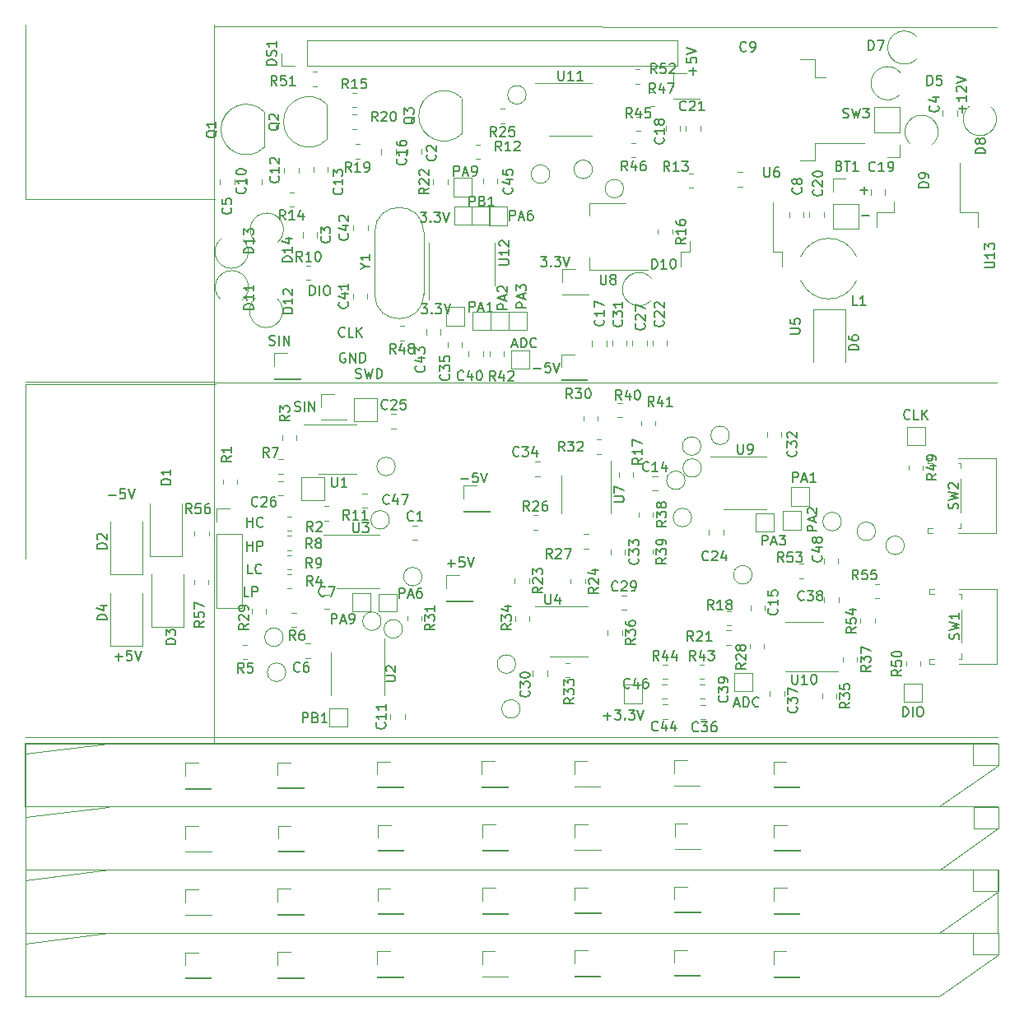
<source format=gbr>
%TF.GenerationSoftware,KiCad,Pcbnew,5.1.8-5.1.8*%
%TF.CreationDate,2022-02-25T22:11:04+08:00*%
%TF.ProjectId,lcr_2,6c63725f-322e-46b6-9963-61645f706362,rev?*%
%TF.SameCoordinates,Original*%
%TF.FileFunction,Legend,Top*%
%TF.FilePolarity,Positive*%
%FSLAX46Y46*%
G04 Gerber Fmt 4.6, Leading zero omitted, Abs format (unit mm)*
G04 Created by KiCad (PCBNEW 5.1.8-5.1.8) date 2022-02-25 22:11:04*
%MOMM*%
%LPD*%
G01*
G04 APERTURE LIST*
%ADD10C,0.150000*%
%ADD11C,0.120000*%
G04 APERTURE END LIST*
D10*
X156834333Y-103578380D02*
X156834333Y-102578380D01*
X157215285Y-102578380D01*
X157310523Y-102626000D01*
X157358142Y-102673619D01*
X157405761Y-102768857D01*
X157405761Y-102911714D01*
X157358142Y-103006952D01*
X157310523Y-103054571D01*
X157215285Y-103102190D01*
X156834333Y-103102190D01*
X157786714Y-103292666D02*
X158262904Y-103292666D01*
X157691476Y-103578380D02*
X158024809Y-102578380D01*
X158358142Y-103578380D01*
X158596238Y-102578380D02*
X159215285Y-102578380D01*
X158881952Y-102959333D01*
X159024809Y-102959333D01*
X159120047Y-103006952D01*
X159167666Y-103054571D01*
X159215285Y-103149809D01*
X159215285Y-103387904D01*
X159167666Y-103483142D01*
X159120047Y-103530761D01*
X159024809Y-103578380D01*
X158739095Y-103578380D01*
X158643857Y-103530761D01*
X158596238Y-103483142D01*
X162434380Y-102132666D02*
X161434380Y-102132666D01*
X161434380Y-101751714D01*
X161482000Y-101656476D01*
X161529619Y-101608857D01*
X161624857Y-101561238D01*
X161767714Y-101561238D01*
X161862952Y-101608857D01*
X161910571Y-101656476D01*
X161958190Y-101751714D01*
X161958190Y-102132666D01*
X162148666Y-101180285D02*
X162148666Y-100704095D01*
X162434380Y-101275523D02*
X161434380Y-100942190D01*
X162434380Y-100608857D01*
X161529619Y-100323142D02*
X161482000Y-100275523D01*
X161434380Y-100180285D01*
X161434380Y-99942190D01*
X161482000Y-99846952D01*
X161529619Y-99799333D01*
X161624857Y-99751714D01*
X161720095Y-99751714D01*
X161862952Y-99799333D01*
X162434380Y-100370761D01*
X162434380Y-99751714D01*
X159958333Y-97101380D02*
X159958333Y-96101380D01*
X160339285Y-96101380D01*
X160434523Y-96149000D01*
X160482142Y-96196619D01*
X160529761Y-96291857D01*
X160529761Y-96434714D01*
X160482142Y-96529952D01*
X160434523Y-96577571D01*
X160339285Y-96625190D01*
X159958333Y-96625190D01*
X160910714Y-96815666D02*
X161386904Y-96815666D01*
X160815476Y-97101380D02*
X161148809Y-96101380D01*
X161482142Y-97101380D01*
X162339285Y-97101380D02*
X161767857Y-97101380D01*
X162053571Y-97101380D02*
X162053571Y-96101380D01*
X161958333Y-96244238D01*
X161863095Y-96339476D01*
X161767857Y-96387095D01*
X104018523Y-108881380D02*
X103542333Y-108881380D01*
X103542333Y-107881380D01*
X104351857Y-108881380D02*
X104351857Y-107881380D01*
X104732809Y-107881380D01*
X104828047Y-107929000D01*
X104875666Y-107976619D01*
X104923285Y-108071857D01*
X104923285Y-108214714D01*
X104875666Y-108309952D01*
X104828047Y-108357571D01*
X104732809Y-108405190D01*
X104351857Y-108405190D01*
X104380523Y-106543380D02*
X103904333Y-106543380D01*
X103904333Y-105543380D01*
X105285285Y-106448142D02*
X105237666Y-106495761D01*
X105094809Y-106543380D01*
X104999571Y-106543380D01*
X104856714Y-106495761D01*
X104761476Y-106400523D01*
X104713857Y-106305285D01*
X104666238Y-106114809D01*
X104666238Y-105971952D01*
X104713857Y-105781476D01*
X104761476Y-105686238D01*
X104856714Y-105591000D01*
X104999571Y-105543380D01*
X105094809Y-105543380D01*
X105237666Y-105591000D01*
X105285285Y-105638619D01*
X103812285Y-104188380D02*
X103812285Y-103188380D01*
X103812285Y-103664571D02*
X104383714Y-103664571D01*
X104383714Y-104188380D02*
X104383714Y-103188380D01*
X104859904Y-104188380D02*
X104859904Y-103188380D01*
X105240857Y-103188380D01*
X105336095Y-103236000D01*
X105383714Y-103283619D01*
X105431333Y-103378857D01*
X105431333Y-103521714D01*
X105383714Y-103616952D01*
X105336095Y-103664571D01*
X105240857Y-103712190D01*
X104859904Y-103712190D01*
X103812285Y-101728380D02*
X103812285Y-100728380D01*
X103812285Y-101204571D02*
X104383714Y-101204571D01*
X104383714Y-101728380D02*
X104383714Y-100728380D01*
X105431333Y-101633142D02*
X105383714Y-101680761D01*
X105240857Y-101728380D01*
X105145619Y-101728380D01*
X105002761Y-101680761D01*
X104907523Y-101585523D01*
X104859904Y-101490285D01*
X104812285Y-101299809D01*
X104812285Y-101156952D01*
X104859904Y-100966476D01*
X104907523Y-100871238D01*
X105002761Y-100776000D01*
X105145619Y-100728380D01*
X105240857Y-100728380D01*
X105383714Y-100776000D01*
X105431333Y-100823619D01*
X133280285Y-85438428D02*
X134042190Y-85438428D01*
X134994571Y-84819380D02*
X134518380Y-84819380D01*
X134470761Y-85295571D01*
X134518380Y-85247952D01*
X134613619Y-85200333D01*
X134851714Y-85200333D01*
X134946952Y-85247952D01*
X134994571Y-85295571D01*
X135042190Y-85390809D01*
X135042190Y-85628904D01*
X134994571Y-85724142D01*
X134946952Y-85771761D01*
X134851714Y-85819380D01*
X134613619Y-85819380D01*
X134518380Y-85771761D01*
X134470761Y-85724142D01*
X135327904Y-84819380D02*
X135661238Y-85819380D01*
X135994571Y-84819380D01*
X167050047Y-69681428D02*
X167811952Y-69681428D01*
X166927047Y-67074428D02*
X167688952Y-67074428D01*
X167308000Y-67455380D02*
X167308000Y-66693476D01*
X177404428Y-59066904D02*
X177404428Y-58305000D01*
X177785380Y-58685952D02*
X177023476Y-58685952D01*
X177785380Y-57305000D02*
X177785380Y-57876428D01*
X177785380Y-57590714D02*
X176785380Y-57590714D01*
X176928238Y-57685952D01*
X177023476Y-57781190D01*
X177071095Y-57876428D01*
X176880619Y-56924047D02*
X176833000Y-56876428D01*
X176785380Y-56781190D01*
X176785380Y-56543095D01*
X176833000Y-56447857D01*
X176880619Y-56400238D01*
X176975857Y-56352619D01*
X177071095Y-56352619D01*
X177213952Y-56400238D01*
X177785380Y-56971666D01*
X177785380Y-56352619D01*
X176785380Y-56066904D02*
X177785380Y-55733571D01*
X176785380Y-55400238D01*
X134021809Y-73904380D02*
X134640857Y-73904380D01*
X134307523Y-74285333D01*
X134450380Y-74285333D01*
X134545619Y-74332952D01*
X134593238Y-74380571D01*
X134640857Y-74475809D01*
X134640857Y-74713904D01*
X134593238Y-74809142D01*
X134545619Y-74856761D01*
X134450380Y-74904380D01*
X134164666Y-74904380D01*
X134069428Y-74856761D01*
X134021809Y-74809142D01*
X135069428Y-74809142D02*
X135117047Y-74856761D01*
X135069428Y-74904380D01*
X135021809Y-74856761D01*
X135069428Y-74809142D01*
X135069428Y-74904380D01*
X135450380Y-73904380D02*
X136069428Y-73904380D01*
X135736095Y-74285333D01*
X135878952Y-74285333D01*
X135974190Y-74332952D01*
X136021809Y-74380571D01*
X136069428Y-74475809D01*
X136069428Y-74713904D01*
X136021809Y-74809142D01*
X135974190Y-74856761D01*
X135878952Y-74904380D01*
X135593238Y-74904380D01*
X135498000Y-74856761D01*
X135450380Y-74809142D01*
X136355142Y-73904380D02*
X136688476Y-74904380D01*
X137021809Y-73904380D01*
X149681428Y-55158714D02*
X149681428Y-54396809D01*
X150062380Y-54777761D02*
X149300476Y-54777761D01*
X149062380Y-53444428D02*
X149062380Y-53920619D01*
X149538571Y-53968238D01*
X149490952Y-53920619D01*
X149443333Y-53825380D01*
X149443333Y-53587285D01*
X149490952Y-53492047D01*
X149538571Y-53444428D01*
X149633809Y-53396809D01*
X149871904Y-53396809D01*
X149967142Y-53444428D01*
X150014761Y-53492047D01*
X150062380Y-53587285D01*
X150062380Y-53825380D01*
X150014761Y-53920619D01*
X149967142Y-53968238D01*
X149062380Y-53111095D02*
X150062380Y-52777761D01*
X149062380Y-52444428D01*
X113923095Y-83846000D02*
X113827857Y-83798380D01*
X113685000Y-83798380D01*
X113542142Y-83846000D01*
X113446904Y-83941238D01*
X113399285Y-84036476D01*
X113351666Y-84226952D01*
X113351666Y-84369809D01*
X113399285Y-84560285D01*
X113446904Y-84655523D01*
X113542142Y-84750761D01*
X113685000Y-84798380D01*
X113780238Y-84798380D01*
X113923095Y-84750761D01*
X113970714Y-84703142D01*
X113970714Y-84369809D01*
X113780238Y-84369809D01*
X114399285Y-84798380D02*
X114399285Y-83798380D01*
X114970714Y-84798380D01*
X114970714Y-83798380D01*
X115446904Y-84798380D02*
X115446904Y-83798380D01*
X115685000Y-83798380D01*
X115827857Y-83846000D01*
X115923095Y-83941238D01*
X115970714Y-84036476D01*
X116018333Y-84226952D01*
X116018333Y-84369809D01*
X115970714Y-84560285D01*
X115923095Y-84655523D01*
X115827857Y-84750761D01*
X115685000Y-84798380D01*
X115446904Y-84798380D01*
X115008857Y-86391761D02*
X115151714Y-86439380D01*
X115389809Y-86439380D01*
X115485047Y-86391761D01*
X115532666Y-86344142D01*
X115580285Y-86248904D01*
X115580285Y-86153666D01*
X115532666Y-86058428D01*
X115485047Y-86010809D01*
X115389809Y-85963190D01*
X115199333Y-85915571D01*
X115104095Y-85867952D01*
X115056476Y-85820333D01*
X115008857Y-85725095D01*
X115008857Y-85629857D01*
X115056476Y-85534619D01*
X115104095Y-85487000D01*
X115199333Y-85439380D01*
X115437428Y-85439380D01*
X115580285Y-85487000D01*
X115913619Y-85439380D02*
X116151714Y-86439380D01*
X116342190Y-85725095D01*
X116532666Y-86439380D01*
X116770761Y-85439380D01*
X117151714Y-86439380D02*
X117151714Y-85439380D01*
X117389809Y-85439380D01*
X117532666Y-85487000D01*
X117627904Y-85582238D01*
X117675523Y-85677476D01*
X117723142Y-85867952D01*
X117723142Y-86010809D01*
X117675523Y-86201285D01*
X117627904Y-86296523D01*
X117532666Y-86391761D01*
X117389809Y-86439380D01*
X117151714Y-86439380D01*
X130860333Y-70153380D02*
X130860333Y-69153380D01*
X131241285Y-69153380D01*
X131336523Y-69201000D01*
X131384142Y-69248619D01*
X131431761Y-69343857D01*
X131431761Y-69486714D01*
X131384142Y-69581952D01*
X131336523Y-69629571D01*
X131241285Y-69677190D01*
X130860333Y-69677190D01*
X131812714Y-69867666D02*
X132288904Y-69867666D01*
X131717476Y-70153380D02*
X132050809Y-69153380D01*
X132384142Y-70153380D01*
X133146047Y-69153380D02*
X132955571Y-69153380D01*
X132860333Y-69201000D01*
X132812714Y-69248619D01*
X132717476Y-69391476D01*
X132669857Y-69581952D01*
X132669857Y-69962904D01*
X132717476Y-70058142D01*
X132765095Y-70105761D01*
X132860333Y-70153380D01*
X133050809Y-70153380D01*
X133146047Y-70105761D01*
X133193666Y-70058142D01*
X133241285Y-69962904D01*
X133241285Y-69724809D01*
X133193666Y-69629571D01*
X133146047Y-69581952D01*
X133050809Y-69534333D01*
X132860333Y-69534333D01*
X132765095Y-69581952D01*
X132717476Y-69629571D01*
X132669857Y-69724809D01*
X126710904Y-68700380D02*
X126710904Y-67700380D01*
X127091857Y-67700380D01*
X127187095Y-67748000D01*
X127234714Y-67795619D01*
X127282333Y-67890857D01*
X127282333Y-68033714D01*
X127234714Y-68128952D01*
X127187095Y-68176571D01*
X127091857Y-68224190D01*
X126710904Y-68224190D01*
X128044238Y-68176571D02*
X128187095Y-68224190D01*
X128234714Y-68271809D01*
X128282333Y-68367047D01*
X128282333Y-68509904D01*
X128234714Y-68605142D01*
X128187095Y-68652761D01*
X128091857Y-68700380D01*
X127710904Y-68700380D01*
X127710904Y-67700380D01*
X128044238Y-67700380D01*
X128139476Y-67748000D01*
X128187095Y-67795619D01*
X128234714Y-67890857D01*
X128234714Y-67986095D01*
X128187095Y-68081333D01*
X128139476Y-68128952D01*
X128044238Y-68176571D01*
X127710904Y-68176571D01*
X129234714Y-68700380D02*
X128663285Y-68700380D01*
X128949000Y-68700380D02*
X128949000Y-67700380D01*
X128853761Y-67843238D01*
X128758523Y-67938476D01*
X128663285Y-67986095D01*
X121647809Y-69332380D02*
X122266857Y-69332380D01*
X121933523Y-69713333D01*
X122076380Y-69713333D01*
X122171619Y-69760952D01*
X122219238Y-69808571D01*
X122266857Y-69903809D01*
X122266857Y-70141904D01*
X122219238Y-70237142D01*
X122171619Y-70284761D01*
X122076380Y-70332380D01*
X121790666Y-70332380D01*
X121695428Y-70284761D01*
X121647809Y-70237142D01*
X122695428Y-70237142D02*
X122743047Y-70284761D01*
X122695428Y-70332380D01*
X122647809Y-70284761D01*
X122695428Y-70237142D01*
X122695428Y-70332380D01*
X123076380Y-69332380D02*
X123695428Y-69332380D01*
X123362095Y-69713333D01*
X123504952Y-69713333D01*
X123600190Y-69760952D01*
X123647809Y-69808571D01*
X123695428Y-69903809D01*
X123695428Y-70141904D01*
X123647809Y-70237142D01*
X123600190Y-70284761D01*
X123504952Y-70332380D01*
X123219238Y-70332380D01*
X123124000Y-70284761D01*
X123076380Y-70237142D01*
X123981142Y-69332380D02*
X124314476Y-70332380D01*
X124647809Y-69332380D01*
X125101333Y-65590380D02*
X125101333Y-64590380D01*
X125482285Y-64590380D01*
X125577523Y-64638000D01*
X125625142Y-64685619D01*
X125672761Y-64780857D01*
X125672761Y-64923714D01*
X125625142Y-65018952D01*
X125577523Y-65066571D01*
X125482285Y-65114190D01*
X125101333Y-65114190D01*
X126053714Y-65304666D02*
X126529904Y-65304666D01*
X125958476Y-65590380D02*
X126291809Y-64590380D01*
X126625142Y-65590380D01*
X127006095Y-65590380D02*
X127196571Y-65590380D01*
X127291809Y-65542761D01*
X127339428Y-65495142D01*
X127434666Y-65352285D01*
X127482285Y-65161809D01*
X127482285Y-64780857D01*
X127434666Y-64685619D01*
X127387047Y-64638000D01*
X127291809Y-64590380D01*
X127101333Y-64590380D01*
X127006095Y-64638000D01*
X126958476Y-64685619D01*
X126910857Y-64780857D01*
X126910857Y-65018952D01*
X126958476Y-65114190D01*
X127006095Y-65161809D01*
X127101333Y-65209428D01*
X127291809Y-65209428D01*
X127387047Y-65161809D01*
X127434666Y-65114190D01*
X127482285Y-65018952D01*
X113869761Y-82073142D02*
X113822142Y-82120761D01*
X113679285Y-82168380D01*
X113584047Y-82168380D01*
X113441190Y-82120761D01*
X113345952Y-82025523D01*
X113298333Y-81930285D01*
X113250714Y-81739809D01*
X113250714Y-81596952D01*
X113298333Y-81406476D01*
X113345952Y-81311238D01*
X113441190Y-81216000D01*
X113584047Y-81168380D01*
X113679285Y-81168380D01*
X113822142Y-81216000D01*
X113869761Y-81263619D01*
X114774523Y-82168380D02*
X114298333Y-82168380D01*
X114298333Y-81168380D01*
X115107857Y-82168380D02*
X115107857Y-81168380D01*
X115679285Y-82168380D02*
X115250714Y-81596952D01*
X115679285Y-81168380D02*
X115107857Y-81739809D01*
X110283190Y-77877380D02*
X110283190Y-76877380D01*
X110521285Y-76877380D01*
X110664142Y-76925000D01*
X110759380Y-77020238D01*
X110807000Y-77115476D01*
X110854619Y-77305952D01*
X110854619Y-77448809D01*
X110807000Y-77639285D01*
X110759380Y-77734523D01*
X110664142Y-77829761D01*
X110521285Y-77877380D01*
X110283190Y-77877380D01*
X111283190Y-77877380D02*
X111283190Y-76877380D01*
X111949857Y-76877380D02*
X112140333Y-76877380D01*
X112235571Y-76925000D01*
X112330809Y-77020238D01*
X112378428Y-77210714D01*
X112378428Y-77544047D01*
X112330809Y-77734523D01*
X112235571Y-77829761D01*
X112140333Y-77877380D01*
X111949857Y-77877380D01*
X111854619Y-77829761D01*
X111759380Y-77734523D01*
X111711761Y-77544047D01*
X111711761Y-77210714D01*
X111759380Y-77020238D01*
X111854619Y-76925000D01*
X111949857Y-76877380D01*
X106110380Y-82976761D02*
X106253238Y-83024380D01*
X106491333Y-83024380D01*
X106586571Y-82976761D01*
X106634190Y-82929142D01*
X106681809Y-82833904D01*
X106681809Y-82738666D01*
X106634190Y-82643428D01*
X106586571Y-82595809D01*
X106491333Y-82548190D01*
X106300857Y-82500571D01*
X106205619Y-82452952D01*
X106158000Y-82405333D01*
X106110380Y-82310095D01*
X106110380Y-82214857D01*
X106158000Y-82119619D01*
X106205619Y-82072000D01*
X106300857Y-82024380D01*
X106538952Y-82024380D01*
X106681809Y-82072000D01*
X107110380Y-83024380D02*
X107110380Y-82024380D01*
X107586571Y-83024380D02*
X107586571Y-82024380D01*
X108158000Y-83024380D01*
X108158000Y-82024380D01*
X108731380Y-89766761D02*
X108874238Y-89814380D01*
X109112333Y-89814380D01*
X109207571Y-89766761D01*
X109255190Y-89719142D01*
X109302809Y-89623904D01*
X109302809Y-89528666D01*
X109255190Y-89433428D01*
X109207571Y-89385809D01*
X109112333Y-89338190D01*
X108921857Y-89290571D01*
X108826619Y-89242952D01*
X108779000Y-89195333D01*
X108731380Y-89100095D01*
X108731380Y-89004857D01*
X108779000Y-88909619D01*
X108826619Y-88862000D01*
X108921857Y-88814380D01*
X109159952Y-88814380D01*
X109302809Y-88862000D01*
X109731380Y-89814380D02*
X109731380Y-88814380D01*
X110207571Y-89814380D02*
X110207571Y-88814380D01*
X110779000Y-89814380D01*
X110779000Y-88814380D01*
X119468333Y-109023380D02*
X119468333Y-108023380D01*
X119849285Y-108023380D01*
X119944523Y-108071000D01*
X119992142Y-108118619D01*
X120039761Y-108213857D01*
X120039761Y-108356714D01*
X119992142Y-108451952D01*
X119944523Y-108499571D01*
X119849285Y-108547190D01*
X119468333Y-108547190D01*
X120420714Y-108737666D02*
X120896904Y-108737666D01*
X120325476Y-109023380D02*
X120658809Y-108023380D01*
X120992142Y-109023380D01*
X121754047Y-108023380D02*
X121563571Y-108023380D01*
X121468333Y-108071000D01*
X121420714Y-108118619D01*
X121325476Y-108261476D01*
X121277857Y-108451952D01*
X121277857Y-108832904D01*
X121325476Y-108928142D01*
X121373095Y-108975761D01*
X121468333Y-109023380D01*
X121658809Y-109023380D01*
X121754047Y-108975761D01*
X121801666Y-108928142D01*
X121849285Y-108832904D01*
X121849285Y-108594809D01*
X121801666Y-108499571D01*
X121754047Y-108451952D01*
X121658809Y-108404333D01*
X121468333Y-108404333D01*
X121373095Y-108451952D01*
X121325476Y-108499571D01*
X121277857Y-108594809D01*
X112509333Y-111667380D02*
X112509333Y-110667380D01*
X112890285Y-110667380D01*
X112985523Y-110715000D01*
X113033142Y-110762619D01*
X113080761Y-110857857D01*
X113080761Y-111000714D01*
X113033142Y-111095952D01*
X112985523Y-111143571D01*
X112890285Y-111191190D01*
X112509333Y-111191190D01*
X113461714Y-111381666D02*
X113937904Y-111381666D01*
X113366476Y-111667380D02*
X113699809Y-110667380D01*
X114033142Y-111667380D01*
X114414095Y-111667380D02*
X114604571Y-111667380D01*
X114699809Y-111619761D01*
X114747428Y-111572142D01*
X114842666Y-111429285D01*
X114890285Y-111238809D01*
X114890285Y-110857857D01*
X114842666Y-110762619D01*
X114795047Y-110715000D01*
X114699809Y-110667380D01*
X114509333Y-110667380D01*
X114414095Y-110715000D01*
X114366476Y-110762619D01*
X114318857Y-110857857D01*
X114318857Y-111095952D01*
X114366476Y-111191190D01*
X114414095Y-111238809D01*
X114509333Y-111286428D01*
X114699809Y-111286428D01*
X114795047Y-111238809D01*
X114842666Y-111191190D01*
X114890285Y-111095952D01*
X109533904Y-121839380D02*
X109533904Y-120839380D01*
X109914857Y-120839380D01*
X110010095Y-120887000D01*
X110057714Y-120934619D01*
X110105333Y-121029857D01*
X110105333Y-121172714D01*
X110057714Y-121267952D01*
X110010095Y-121315571D01*
X109914857Y-121363190D01*
X109533904Y-121363190D01*
X110867238Y-121315571D02*
X111010095Y-121363190D01*
X111057714Y-121410809D01*
X111105333Y-121506047D01*
X111105333Y-121648904D01*
X111057714Y-121744142D01*
X111010095Y-121791761D01*
X110914857Y-121839380D01*
X110533904Y-121839380D01*
X110533904Y-120839380D01*
X110867238Y-120839380D01*
X110962476Y-120887000D01*
X111010095Y-120934619D01*
X111057714Y-121029857D01*
X111057714Y-121125095D01*
X111010095Y-121220333D01*
X110962476Y-121267952D01*
X110867238Y-121315571D01*
X110533904Y-121315571D01*
X112057714Y-121839380D02*
X111486285Y-121839380D01*
X111772000Y-121839380D02*
X111772000Y-120839380D01*
X111676761Y-120982238D01*
X111581523Y-121077476D01*
X111486285Y-121125095D01*
X89550285Y-98430428D02*
X90312190Y-98430428D01*
X91264571Y-97811380D02*
X90788380Y-97811380D01*
X90740761Y-98287571D01*
X90788380Y-98239952D01*
X90883619Y-98192333D01*
X91121714Y-98192333D01*
X91216952Y-98239952D01*
X91264571Y-98287571D01*
X91312190Y-98382809D01*
X91312190Y-98620904D01*
X91264571Y-98716142D01*
X91216952Y-98763761D01*
X91121714Y-98811380D01*
X90883619Y-98811380D01*
X90788380Y-98763761D01*
X90740761Y-98716142D01*
X91597904Y-97811380D02*
X91931238Y-98811380D01*
X92264571Y-97811380D01*
X90238285Y-115080428D02*
X91000190Y-115080428D01*
X90619238Y-115461380D02*
X90619238Y-114699476D01*
X91952571Y-114461380D02*
X91476380Y-114461380D01*
X91428761Y-114937571D01*
X91476380Y-114889952D01*
X91571619Y-114842333D01*
X91809714Y-114842333D01*
X91904952Y-114889952D01*
X91952571Y-114937571D01*
X92000190Y-115032809D01*
X92000190Y-115270904D01*
X91952571Y-115366142D01*
X91904952Y-115413761D01*
X91809714Y-115461380D01*
X91571619Y-115461380D01*
X91476380Y-115413761D01*
X91428761Y-115366142D01*
X92285904Y-114461380D02*
X92619238Y-115461380D01*
X92952571Y-114461380D01*
X171278190Y-121236380D02*
X171278190Y-120236380D01*
X171516285Y-120236380D01*
X171659142Y-120284000D01*
X171754380Y-120379238D01*
X171802000Y-120474476D01*
X171849619Y-120664952D01*
X171849619Y-120807809D01*
X171802000Y-120998285D01*
X171754380Y-121093523D01*
X171659142Y-121188761D01*
X171516285Y-121236380D01*
X171278190Y-121236380D01*
X172278190Y-121236380D02*
X172278190Y-120236380D01*
X172944857Y-120236380D02*
X173135333Y-120236380D01*
X173230571Y-120284000D01*
X173325809Y-120379238D01*
X173373428Y-120569714D01*
X173373428Y-120903047D01*
X173325809Y-121093523D01*
X173230571Y-121188761D01*
X173135333Y-121236380D01*
X172944857Y-121236380D01*
X172849619Y-121188761D01*
X172754380Y-121093523D01*
X172706761Y-120903047D01*
X172706761Y-120569714D01*
X172754380Y-120379238D01*
X172849619Y-120284000D01*
X172944857Y-120236380D01*
X172007761Y-90553142D02*
X171960142Y-90600761D01*
X171817285Y-90648380D01*
X171722047Y-90648380D01*
X171579190Y-90600761D01*
X171483952Y-90505523D01*
X171436333Y-90410285D01*
X171388714Y-90219809D01*
X171388714Y-90076952D01*
X171436333Y-89886476D01*
X171483952Y-89791238D01*
X171579190Y-89696000D01*
X171722047Y-89648380D01*
X171817285Y-89648380D01*
X171960142Y-89696000D01*
X172007761Y-89743619D01*
X172912523Y-90648380D02*
X172436333Y-90648380D01*
X172436333Y-89648380D01*
X173245857Y-90648380D02*
X173245857Y-89648380D01*
X173817285Y-90648380D02*
X173388714Y-90076952D01*
X173817285Y-89648380D02*
X173245857Y-90219809D01*
X153976904Y-119948666D02*
X154453095Y-119948666D01*
X153881666Y-120234380D02*
X154215000Y-119234380D01*
X154548333Y-120234380D01*
X154881666Y-120234380D02*
X154881666Y-119234380D01*
X155119761Y-119234380D01*
X155262619Y-119282000D01*
X155357857Y-119377238D01*
X155405476Y-119472476D01*
X155453095Y-119662952D01*
X155453095Y-119805809D01*
X155405476Y-119996285D01*
X155357857Y-120091523D01*
X155262619Y-120186761D01*
X155119761Y-120234380D01*
X154881666Y-120234380D01*
X156453095Y-120139142D02*
X156405476Y-120186761D01*
X156262619Y-120234380D01*
X156167380Y-120234380D01*
X156024523Y-120186761D01*
X155929285Y-120091523D01*
X155881666Y-119996285D01*
X155834047Y-119805809D01*
X155834047Y-119662952D01*
X155881666Y-119472476D01*
X155929285Y-119377238D01*
X156024523Y-119282000D01*
X156167380Y-119234380D01*
X156262619Y-119234380D01*
X156405476Y-119282000D01*
X156453095Y-119329619D01*
X140510000Y-121158428D02*
X141271904Y-121158428D01*
X140890952Y-121539380D02*
X140890952Y-120777476D01*
X141652857Y-120539380D02*
X142271904Y-120539380D01*
X141938571Y-120920333D01*
X142081428Y-120920333D01*
X142176666Y-120967952D01*
X142224285Y-121015571D01*
X142271904Y-121110809D01*
X142271904Y-121348904D01*
X142224285Y-121444142D01*
X142176666Y-121491761D01*
X142081428Y-121539380D01*
X141795714Y-121539380D01*
X141700476Y-121491761D01*
X141652857Y-121444142D01*
X142700476Y-121444142D02*
X142748095Y-121491761D01*
X142700476Y-121539380D01*
X142652857Y-121491761D01*
X142700476Y-121444142D01*
X142700476Y-121539380D01*
X143081428Y-120539380D02*
X143700476Y-120539380D01*
X143367142Y-120920333D01*
X143510000Y-120920333D01*
X143605238Y-120967952D01*
X143652857Y-121015571D01*
X143700476Y-121110809D01*
X143700476Y-121348904D01*
X143652857Y-121444142D01*
X143605238Y-121491761D01*
X143510000Y-121539380D01*
X143224285Y-121539380D01*
X143129047Y-121491761D01*
X143081428Y-121444142D01*
X143986190Y-120539380D02*
X144319523Y-121539380D01*
X144652857Y-120539380D01*
X125823285Y-96766428D02*
X126585190Y-96766428D01*
X127537571Y-96147380D02*
X127061380Y-96147380D01*
X127013761Y-96623571D01*
X127061380Y-96575952D01*
X127156619Y-96528333D01*
X127394714Y-96528333D01*
X127489952Y-96575952D01*
X127537571Y-96623571D01*
X127585190Y-96718809D01*
X127585190Y-96956904D01*
X127537571Y-97052142D01*
X127489952Y-97099761D01*
X127394714Y-97147380D01*
X127156619Y-97147380D01*
X127061380Y-97099761D01*
X127013761Y-97052142D01*
X127870904Y-96147380D02*
X128204238Y-97147380D01*
X128537571Y-96147380D01*
X124457285Y-105470428D02*
X125219190Y-105470428D01*
X124838238Y-105851380D02*
X124838238Y-105089476D01*
X126171571Y-104851380D02*
X125695380Y-104851380D01*
X125647761Y-105327571D01*
X125695380Y-105279952D01*
X125790619Y-105232333D01*
X126028714Y-105232333D01*
X126123952Y-105279952D01*
X126171571Y-105327571D01*
X126219190Y-105422809D01*
X126219190Y-105660904D01*
X126171571Y-105756142D01*
X126123952Y-105803761D01*
X126028714Y-105851380D01*
X125790619Y-105851380D01*
X125695380Y-105803761D01*
X125647761Y-105756142D01*
X126504904Y-104851380D02*
X126838238Y-105851380D01*
X127171571Y-104851380D01*
X121768809Y-78776380D02*
X122387857Y-78776380D01*
X122054523Y-79157333D01*
X122197380Y-79157333D01*
X122292619Y-79204952D01*
X122340238Y-79252571D01*
X122387857Y-79347809D01*
X122387857Y-79585904D01*
X122340238Y-79681142D01*
X122292619Y-79728761D01*
X122197380Y-79776380D01*
X121911666Y-79776380D01*
X121816428Y-79728761D01*
X121768809Y-79681142D01*
X122816428Y-79681142D02*
X122864047Y-79728761D01*
X122816428Y-79776380D01*
X122768809Y-79728761D01*
X122816428Y-79681142D01*
X122816428Y-79776380D01*
X123197380Y-78776380D02*
X123816428Y-78776380D01*
X123483095Y-79157333D01*
X123625952Y-79157333D01*
X123721190Y-79204952D01*
X123768809Y-79252571D01*
X123816428Y-79347809D01*
X123816428Y-79585904D01*
X123768809Y-79681142D01*
X123721190Y-79728761D01*
X123625952Y-79776380D01*
X123340238Y-79776380D01*
X123245000Y-79728761D01*
X123197380Y-79681142D01*
X124102142Y-78776380D02*
X124435476Y-79776380D01*
X124768809Y-78776380D01*
X131087904Y-82974666D02*
X131564095Y-82974666D01*
X130992666Y-83260380D02*
X131326000Y-82260380D01*
X131659333Y-83260380D01*
X131992666Y-83260380D02*
X131992666Y-82260380D01*
X132230761Y-82260380D01*
X132373619Y-82308000D01*
X132468857Y-82403238D01*
X132516476Y-82498476D01*
X132564095Y-82688952D01*
X132564095Y-82831809D01*
X132516476Y-83022285D01*
X132468857Y-83117523D01*
X132373619Y-83212761D01*
X132230761Y-83260380D01*
X131992666Y-83260380D01*
X133564095Y-83165142D02*
X133516476Y-83212761D01*
X133373619Y-83260380D01*
X133278380Y-83260380D01*
X133135523Y-83212761D01*
X133040285Y-83117523D01*
X132992666Y-83022285D01*
X132945047Y-82831809D01*
X132945047Y-82688952D01*
X132992666Y-82498476D01*
X133040285Y-82403238D01*
X133135523Y-82308000D01*
X133278380Y-82260380D01*
X133373619Y-82260380D01*
X133516476Y-82308000D01*
X133564095Y-82355619D01*
X132535380Y-79168666D02*
X131535380Y-79168666D01*
X131535380Y-78787714D01*
X131583000Y-78692476D01*
X131630619Y-78644857D01*
X131725857Y-78597238D01*
X131868714Y-78597238D01*
X131963952Y-78644857D01*
X132011571Y-78692476D01*
X132059190Y-78787714D01*
X132059190Y-79168666D01*
X132249666Y-78216285D02*
X132249666Y-77740095D01*
X132535380Y-78311523D02*
X131535380Y-77978190D01*
X132535380Y-77644857D01*
X131535380Y-77406761D02*
X131535380Y-76787714D01*
X131916333Y-77121047D01*
X131916333Y-76978190D01*
X131963952Y-76882952D01*
X132011571Y-76835333D01*
X132106809Y-76787714D01*
X132344904Y-76787714D01*
X132440142Y-76835333D01*
X132487761Y-76882952D01*
X132535380Y-76978190D01*
X132535380Y-77263904D01*
X132487761Y-77359142D01*
X132440142Y-77406761D01*
X130596380Y-79311666D02*
X129596380Y-79311666D01*
X129596380Y-78930714D01*
X129644000Y-78835476D01*
X129691619Y-78787857D01*
X129786857Y-78740238D01*
X129929714Y-78740238D01*
X130024952Y-78787857D01*
X130072571Y-78835476D01*
X130120190Y-78930714D01*
X130120190Y-79311666D01*
X130310666Y-78359285D02*
X130310666Y-77883095D01*
X130596380Y-78454523D02*
X129596380Y-78121190D01*
X130596380Y-77787857D01*
X129691619Y-77502142D02*
X129644000Y-77454523D01*
X129596380Y-77359285D01*
X129596380Y-77121190D01*
X129644000Y-77025952D01*
X129691619Y-76978333D01*
X129786857Y-76930714D01*
X129882095Y-76930714D01*
X130024952Y-76978333D01*
X130596380Y-77549761D01*
X130596380Y-76930714D01*
X126707333Y-79554380D02*
X126707333Y-78554380D01*
X127088285Y-78554380D01*
X127183523Y-78602000D01*
X127231142Y-78649619D01*
X127278761Y-78744857D01*
X127278761Y-78887714D01*
X127231142Y-78982952D01*
X127183523Y-79030571D01*
X127088285Y-79078190D01*
X126707333Y-79078190D01*
X127659714Y-79268666D02*
X128135904Y-79268666D01*
X127564476Y-79554380D02*
X127897809Y-78554380D01*
X128231142Y-79554380D01*
X129088285Y-79554380D02*
X128516857Y-79554380D01*
X128802571Y-79554380D02*
X128802571Y-78554380D01*
X128707333Y-78697238D01*
X128612095Y-78792476D01*
X128516857Y-78840095D01*
D11*
X100463000Y-123349000D02*
X180995000Y-123349000D01*
X100471000Y-123295000D02*
X100439000Y-86537000D01*
X80986000Y-123978000D02*
X180986000Y-123978000D01*
X80986000Y-130478000D02*
X80986000Y-124478000D01*
X175011000Y-130477000D02*
X80984000Y-130480000D01*
X80986000Y-130478000D02*
X80986000Y-123978000D01*
X81026000Y-125088000D02*
X89526000Y-123998000D01*
X180991000Y-126282000D02*
X175011000Y-130477000D01*
X81039000Y-130491000D02*
X181039000Y-130491000D01*
X175064000Y-136990000D02*
X81037000Y-136993000D01*
X81039000Y-136991000D02*
X81039000Y-130491000D01*
X81039000Y-136991000D02*
X81039000Y-130991000D01*
X81079000Y-131601000D02*
X89579000Y-130511000D01*
X181044000Y-132795000D02*
X175064000Y-136990000D01*
X175044000Y-143493000D02*
X81017000Y-143496000D01*
X181024000Y-139298000D02*
X175044000Y-143493000D01*
X81019000Y-143494000D02*
X81019000Y-136994000D01*
X81019000Y-136994000D02*
X181019000Y-136994000D01*
X81019000Y-143494000D02*
X81019000Y-137494000D01*
X81059000Y-138104000D02*
X89559000Y-137014000D01*
X175025000Y-149999000D02*
X80998000Y-150002000D01*
X181005000Y-145804000D02*
X175025000Y-149999000D01*
X81040000Y-144610000D02*
X89540000Y-143520000D01*
X81000000Y-87000000D02*
X81000000Y-105000000D01*
X81000000Y-68000000D02*
X100500000Y-68000000D01*
X81000000Y-50000000D02*
X81000000Y-68000000D01*
X81000000Y-130500000D02*
X181000000Y-130500000D01*
X81000000Y-137000000D02*
X81000000Y-130500000D01*
X181000000Y-137000000D02*
X81000000Y-137000000D01*
X181000000Y-143500000D02*
X181000000Y-137000000D01*
X81000000Y-143500000D02*
X181000000Y-143500000D01*
X81000000Y-150000000D02*
X81000000Y-143500000D01*
X81000000Y-150000000D02*
X81000000Y-144000000D01*
X100423000Y-123393000D02*
X81012000Y-123393000D01*
X100560000Y-87004000D02*
X81027000Y-87004000D01*
X100435000Y-86767000D02*
X81015000Y-86770000D01*
X100419000Y-86823000D02*
X180951000Y-86823000D01*
X100430000Y-86755000D02*
X100409000Y-124001000D01*
X81000000Y-124000000D02*
X181000000Y-124000000D01*
X81000000Y-150000000D02*
X81000000Y-124000000D01*
X100427000Y-86769000D02*
X100395000Y-50011000D01*
X180978000Y-50265000D02*
X100406000Y-50198000D01*
%TO.C,REF\u002A\u002A*%
X168469000Y-102170000D02*
G75*
G03*
X168469000Y-102170000I-950000J0D01*
G01*
X164954000Y-101168000D02*
G75*
G03*
X164954000Y-101168000I-950000J0D01*
G01*
X171434000Y-103616000D02*
G75*
G03*
X171434000Y-103616000I-950000J0D01*
G01*
X155771000Y-106643000D02*
G75*
G03*
X155771000Y-106643000I-950000J0D01*
G01*
X132536000Y-57260000D02*
G75*
G03*
X132536000Y-57260000I-950000J0D01*
G01*
X142560000Y-66903000D02*
G75*
G03*
X142560000Y-66903000I-950000J0D01*
G01*
X139357000Y-64922000D02*
G75*
G03*
X139357000Y-64922000I-950000J0D01*
G01*
X134959000Y-65407000D02*
G75*
G03*
X134959000Y-65407000I-950000J0D01*
G01*
%TO.C,J1*%
X124335000Y-106713000D02*
X125665000Y-106713000D01*
X124335000Y-108043000D02*
X124335000Y-106713000D01*
X124335000Y-109313000D02*
X126995000Y-109313000D01*
X126995000Y-109313000D02*
X126995000Y-109373000D01*
X124335000Y-109313000D02*
X124335000Y-109373000D01*
X124335000Y-109373000D02*
X126995000Y-109373000D01*
%TO.C,J2*%
X126103000Y-97467000D02*
X127433000Y-97467000D01*
X126103000Y-98797000D02*
X126103000Y-97467000D01*
X126103000Y-100067000D02*
X128763000Y-100067000D01*
X128763000Y-100067000D02*
X128763000Y-100127000D01*
X126103000Y-100067000D02*
X126103000Y-100127000D01*
X126103000Y-100127000D02*
X128763000Y-100127000D01*
%TO.C,REF\u002A\u002A*%
X173245000Y-117845000D02*
X171395000Y-117845000D01*
X173245000Y-117895000D02*
X173245000Y-117845000D01*
X173245000Y-119745000D02*
X173245000Y-117895000D01*
X171395000Y-119745000D02*
X173245000Y-119745000D01*
X171395000Y-117845000D02*
X171395000Y-119745000D01*
X173549000Y-91421000D02*
X171699000Y-91421000D01*
X173549000Y-91471000D02*
X173549000Y-91421000D01*
X173549000Y-93321000D02*
X173549000Y-91471000D01*
X171699000Y-93321000D02*
X173549000Y-93321000D01*
X171699000Y-91421000D02*
X171699000Y-93321000D01*
X142600000Y-117959000D02*
X142600000Y-119859000D01*
X142600000Y-119859000D02*
X144450000Y-119859000D01*
X144450000Y-119859000D02*
X144450000Y-118009000D01*
X144450000Y-118009000D02*
X144450000Y-117959000D01*
X144450000Y-117959000D02*
X142600000Y-117959000D01*
X155775000Y-116753000D02*
X153925000Y-116753000D01*
X155775000Y-116803000D02*
X155775000Y-116753000D01*
X155775000Y-118653000D02*
X155775000Y-116803000D01*
X153925000Y-118653000D02*
X155775000Y-118653000D01*
X153925000Y-116753000D02*
X153925000Y-118653000D01*
X161621000Y-97649000D02*
X159771000Y-97649000D01*
X161621000Y-97699000D02*
X161621000Y-97649000D01*
X161621000Y-99549000D02*
X161621000Y-97699000D01*
X159771000Y-99549000D02*
X161621000Y-99549000D01*
X159771000Y-97649000D02*
X159771000Y-99549000D01*
X158960000Y-100087000D02*
X158960000Y-101987000D01*
X158960000Y-101987000D02*
X160810000Y-101987000D01*
X160810000Y-101987000D02*
X160810000Y-100137000D01*
X160810000Y-100137000D02*
X160810000Y-100087000D01*
X160810000Y-100087000D02*
X158960000Y-100087000D01*
X158030000Y-100302000D02*
X156180000Y-100302000D01*
X158030000Y-100352000D02*
X158030000Y-100302000D01*
X158030000Y-102202000D02*
X158030000Y-100352000D01*
X156180000Y-102202000D02*
X158030000Y-102202000D01*
X156180000Y-100302000D02*
X156180000Y-102202000D01*
X149556000Y-100752000D02*
G75*
G03*
X149556000Y-100752000I-950000J0D01*
G01*
X148878000Y-96920000D02*
G75*
G03*
X148878000Y-96920000I-950000J0D01*
G01*
X150561000Y-95655000D02*
G75*
G03*
X150561000Y-95655000I-950000J0D01*
G01*
X150508000Y-93398000D02*
G75*
G03*
X150508000Y-93398000I-950000J0D01*
G01*
X153435000Y-92293000D02*
G75*
G03*
X153435000Y-92293000I-950000J0D01*
G01*
X131921000Y-120452000D02*
G75*
G03*
X131921000Y-120452000I-950000J0D01*
G01*
X131456000Y-115835000D02*
G75*
G03*
X131456000Y-115835000I-950000J0D01*
G01*
X114114000Y-120397000D02*
X112264000Y-120397000D01*
X114114000Y-120447000D02*
X114114000Y-120397000D01*
X114114000Y-122297000D02*
X114114000Y-120447000D01*
X112264000Y-122297000D02*
X114114000Y-122297000D01*
X112264000Y-120397000D02*
X112264000Y-122297000D01*
X117621000Y-111419000D02*
G75*
G03*
X117621000Y-111419000I-950000J0D01*
G01*
X107535000Y-113067000D02*
G75*
G03*
X107535000Y-113067000I-950000J0D01*
G01*
X107812000Y-116672000D02*
G75*
G03*
X107812000Y-116672000I-950000J0D01*
G01*
X119815000Y-112214000D02*
G75*
G03*
X119815000Y-112214000I-950000J0D01*
G01*
X121819000Y-106835000D02*
G75*
G03*
X121819000Y-106835000I-950000J0D01*
G01*
X117337000Y-108589000D02*
X117337000Y-110439000D01*
X117387000Y-108589000D02*
X117337000Y-108589000D01*
X119237000Y-108589000D02*
X117387000Y-108589000D01*
X119237000Y-110439000D02*
X119237000Y-108589000D01*
X117337000Y-110439000D02*
X119237000Y-110439000D01*
X116476000Y-108523000D02*
X114626000Y-108523000D01*
X116476000Y-108573000D02*
X116476000Y-108523000D01*
X116476000Y-110423000D02*
X116476000Y-108573000D01*
X114626000Y-110423000D02*
X116476000Y-110423000D01*
X114626000Y-108523000D02*
X114626000Y-110423000D01*
%TO.C,D1*%
X93857000Y-104699000D02*
X93857000Y-99299000D01*
X97157000Y-104699000D02*
X97157000Y-99299000D01*
X93857000Y-104699000D02*
X97157000Y-104699000D01*
%TO.C,REF\u002A\u002A*%
X118465000Y-100990000D02*
G75*
G03*
X118465000Y-100990000I-950000J0D01*
G01*
X119077000Y-95502000D02*
G75*
G03*
X119077000Y-95502000I-950000J0D01*
G01*
X114818000Y-90849000D02*
X114818000Y-88449000D01*
X117218000Y-90849000D02*
X114818000Y-90849000D01*
X117218000Y-88449000D02*
X117218000Y-90849000D01*
X114818000Y-88449000D02*
X117218000Y-88449000D01*
X109382000Y-98967000D02*
X109382000Y-96567000D01*
X111782000Y-98967000D02*
X109382000Y-98967000D01*
X111782000Y-96567000D02*
X111782000Y-98967000D01*
X109382000Y-96567000D02*
X111782000Y-96567000D01*
%TO.C,J7*%
X111442000Y-88045000D02*
X112772000Y-88045000D01*
X111442000Y-89375000D02*
X111442000Y-88045000D01*
X111442000Y-90645000D02*
X114102000Y-90645000D01*
X114102000Y-90645000D02*
X114102000Y-90705000D01*
X111442000Y-90645000D02*
X111442000Y-90705000D01*
X111442000Y-90705000D02*
X114102000Y-90705000D01*
%TO.C,REF\u002A\u002A*%
X100682000Y-99813000D02*
X102012000Y-99813000D01*
X100682000Y-101143000D02*
X100682000Y-99813000D01*
X100682000Y-102413000D02*
X103342000Y-102413000D01*
X103342000Y-102413000D02*
X103342000Y-110093000D01*
X100682000Y-102413000D02*
X100682000Y-110093000D01*
X100682000Y-110093000D02*
X103342000Y-110093000D01*
X132883000Y-83523000D02*
X131033000Y-83523000D01*
X132883000Y-83573000D02*
X132883000Y-83523000D01*
X132883000Y-85423000D02*
X132883000Y-83573000D01*
X131033000Y-85423000D02*
X132883000Y-85423000D01*
X131033000Y-83523000D02*
X131033000Y-85423000D01*
X130724000Y-79563000D02*
X130724000Y-81463000D01*
X130724000Y-81463000D02*
X132574000Y-81463000D01*
X132574000Y-81463000D02*
X132574000Y-79613000D01*
X132574000Y-79613000D02*
X132574000Y-79563000D01*
X132574000Y-79563000D02*
X130724000Y-79563000D01*
X130739000Y-79543000D02*
X128889000Y-79543000D01*
X130739000Y-79593000D02*
X130739000Y-79543000D01*
X130739000Y-81443000D02*
X130739000Y-79593000D01*
X128889000Y-81443000D02*
X130739000Y-81443000D01*
X128889000Y-79543000D02*
X128889000Y-81443000D01*
X126991000Y-79543000D02*
X126991000Y-81443000D01*
X126991000Y-81443000D02*
X128841000Y-81443000D01*
X128841000Y-81443000D02*
X128841000Y-79593000D01*
X128841000Y-79593000D02*
X128841000Y-79543000D01*
X128841000Y-79543000D02*
X126991000Y-79543000D01*
X126958000Y-65818000D02*
X125108000Y-65818000D01*
X126958000Y-65868000D02*
X126958000Y-65818000D01*
X126958000Y-67718000D02*
X126958000Y-65868000D01*
X125108000Y-67718000D02*
X126958000Y-67718000D01*
X125108000Y-65818000D02*
X125108000Y-67718000D01*
X126914000Y-68750000D02*
X126914000Y-70650000D01*
X126914000Y-70650000D02*
X128764000Y-70650000D01*
X128764000Y-70650000D02*
X128764000Y-68800000D01*
X128764000Y-68800000D02*
X128764000Y-68750000D01*
X128764000Y-68750000D02*
X126914000Y-68750000D01*
X130599000Y-68766000D02*
X128749000Y-68766000D01*
X130599000Y-68816000D02*
X130599000Y-68766000D01*
X130599000Y-70666000D02*
X130599000Y-68816000D01*
X128749000Y-70666000D02*
X130599000Y-70666000D01*
X128749000Y-68766000D02*
X128749000Y-70666000D01*
X126146000Y-79081000D02*
X124296000Y-79081000D01*
X126146000Y-79131000D02*
X126146000Y-79081000D01*
X126146000Y-80981000D02*
X126146000Y-79131000D01*
X124296000Y-80981000D02*
X126146000Y-80981000D01*
X124296000Y-79081000D02*
X124296000Y-80981000D01*
X125122000Y-68727000D02*
X125122000Y-70627000D01*
X125122000Y-70627000D02*
X126972000Y-70627000D01*
X126972000Y-70627000D02*
X126972000Y-68777000D01*
X126972000Y-68777000D02*
X126972000Y-68727000D01*
X126972000Y-68727000D02*
X125122000Y-68727000D01*
%TO.C,D14*%
X104695634Y-72381551D02*
G75*
G02*
X106963000Y-72441153I1167366J1251551D01*
G01*
%TO.C,D13*%
X103401366Y-72147449D02*
G75*
G02*
X101134000Y-72087847I-1167366J-1251551D01*
G01*
%TO.C,D12*%
X106951366Y-78241449D02*
G75*
G02*
X104684000Y-78181847I-1167366J-1251551D01*
G01*
%TO.C,D11*%
X101095634Y-78299551D02*
G75*
G02*
X103363000Y-78359153I1167366J1251551D01*
G01*
%TO.C,D10*%
X145395551Y-78417366D02*
G75*
G02*
X145455153Y-76150000I-1251551J1167366D01*
G01*
%TO.C,D9*%
X172036634Y-62310551D02*
G75*
G02*
X174304000Y-62370153I1167366J1251551D01*
G01*
%TO.C,D8*%
X180368366Y-58493449D02*
G75*
G02*
X178101000Y-58433847I-1167366J-1251551D01*
G01*
%TO.C,D7*%
X172685551Y-53562366D02*
G75*
G02*
X172745153Y-51295000I-1251551J1167366D01*
G01*
%TO.C,D5*%
X170966551Y-57227366D02*
G75*
G02*
X171026153Y-54960000I-1251551J1167366D01*
G01*
%TO.C,DS1*%
X148131000Y-54305000D02*
X148131000Y-51645000D01*
X109971000Y-54305000D02*
X148131000Y-54305000D01*
X109971000Y-51645000D02*
X148131000Y-51645000D01*
X109971000Y-54305000D02*
X109971000Y-51645000D01*
X108701000Y-54305000D02*
X107371000Y-54305000D01*
X107371000Y-54305000D02*
X107371000Y-52975000D01*
%TO.C,REF\u002A\u002A*%
X147749000Y-125731000D02*
X149079000Y-125731000D01*
X147749000Y-127061000D02*
X147749000Y-125731000D01*
X147749000Y-128331000D02*
X150409000Y-128331000D01*
X150409000Y-128331000D02*
X150409000Y-128391000D01*
X147749000Y-128331000D02*
X147749000Y-128391000D01*
X147749000Y-128391000D02*
X150409000Y-128391000D01*
X117214000Y-128538000D02*
X119874000Y-128538000D01*
X117214000Y-128478000D02*
X117214000Y-128538000D01*
X119874000Y-128478000D02*
X119874000Y-128538000D01*
X117214000Y-128478000D02*
X119874000Y-128478000D01*
X117214000Y-127208000D02*
X117214000Y-125878000D01*
X117214000Y-125878000D02*
X118544000Y-125878000D01*
X127984000Y-125846000D02*
X129314000Y-125846000D01*
X127984000Y-127176000D02*
X127984000Y-125846000D01*
X127984000Y-128446000D02*
X130644000Y-128446000D01*
X130644000Y-128446000D02*
X130644000Y-128506000D01*
X127984000Y-128446000D02*
X127984000Y-128506000D01*
X127984000Y-128506000D02*
X130644000Y-128506000D01*
X178498000Y-124004000D02*
X178498000Y-125704000D01*
X178498000Y-125704000D02*
X178498000Y-126204000D01*
X178498000Y-126204000D02*
X181098000Y-126204000D01*
X181098000Y-126204000D02*
X181098000Y-124004000D01*
X181098000Y-124004000D02*
X178498000Y-124004000D01*
X106956000Y-125950000D02*
X108286000Y-125950000D01*
X106956000Y-127280000D02*
X106956000Y-125950000D01*
X106956000Y-128550000D02*
X109616000Y-128550000D01*
X109616000Y-128550000D02*
X109616000Y-128610000D01*
X106956000Y-128550000D02*
X106956000Y-128610000D01*
X106956000Y-128610000D02*
X109616000Y-128610000D01*
X157964000Y-128524000D02*
X160624000Y-128524000D01*
X157964000Y-128464000D02*
X157964000Y-128524000D01*
X160624000Y-128464000D02*
X160624000Y-128524000D01*
X157964000Y-128464000D02*
X160624000Y-128464000D01*
X157964000Y-127194000D02*
X157964000Y-125864000D01*
X157964000Y-125864000D02*
X159294000Y-125864000D01*
X137491000Y-128463000D02*
X140151000Y-128463000D01*
X137491000Y-128403000D02*
X137491000Y-128463000D01*
X140151000Y-128403000D02*
X140151000Y-128463000D01*
X137491000Y-128403000D02*
X140151000Y-128403000D01*
X137491000Y-127133000D02*
X137491000Y-125803000D01*
X137491000Y-125803000D02*
X138821000Y-125803000D01*
X97449000Y-128653000D02*
X100109000Y-128653000D01*
X97449000Y-128593000D02*
X97449000Y-128653000D01*
X100109000Y-128593000D02*
X100109000Y-128653000D01*
X97449000Y-128593000D02*
X100109000Y-128593000D01*
X97449000Y-127323000D02*
X97449000Y-125993000D01*
X97449000Y-125993000D02*
X98779000Y-125993000D01*
X97502000Y-132506000D02*
X98832000Y-132506000D01*
X97502000Y-133836000D02*
X97502000Y-132506000D01*
X97502000Y-135106000D02*
X100162000Y-135106000D01*
X100162000Y-135106000D02*
X100162000Y-135166000D01*
X97502000Y-135106000D02*
X97502000Y-135166000D01*
X97502000Y-135166000D02*
X100162000Y-135166000D01*
X158017000Y-132377000D02*
X159347000Y-132377000D01*
X158017000Y-133707000D02*
X158017000Y-132377000D01*
X158017000Y-134977000D02*
X160677000Y-134977000D01*
X160677000Y-134977000D02*
X160677000Y-135037000D01*
X158017000Y-134977000D02*
X158017000Y-135037000D01*
X158017000Y-135037000D02*
X160677000Y-135037000D01*
X117267000Y-132391000D02*
X118597000Y-132391000D01*
X117267000Y-133721000D02*
X117267000Y-132391000D01*
X117267000Y-134991000D02*
X119927000Y-134991000D01*
X119927000Y-134991000D02*
X119927000Y-135051000D01*
X117267000Y-134991000D02*
X117267000Y-135051000D01*
X117267000Y-135051000D02*
X119927000Y-135051000D01*
X107009000Y-135123000D02*
X109669000Y-135123000D01*
X107009000Y-135063000D02*
X107009000Y-135123000D01*
X109669000Y-135063000D02*
X109669000Y-135123000D01*
X107009000Y-135063000D02*
X109669000Y-135063000D01*
X107009000Y-133793000D02*
X107009000Y-132463000D01*
X107009000Y-132463000D02*
X108339000Y-132463000D01*
X181151000Y-130517000D02*
X178551000Y-130517000D01*
X181151000Y-132717000D02*
X181151000Y-130517000D01*
X178551000Y-132717000D02*
X181151000Y-132717000D01*
X178551000Y-132217000D02*
X178551000Y-132717000D01*
X178551000Y-130517000D02*
X178551000Y-132217000D01*
X147802000Y-134904000D02*
X150462000Y-134904000D01*
X147802000Y-134844000D02*
X147802000Y-134904000D01*
X150462000Y-134844000D02*
X150462000Y-134904000D01*
X147802000Y-134844000D02*
X150462000Y-134844000D01*
X147802000Y-133574000D02*
X147802000Y-132244000D01*
X147802000Y-132244000D02*
X149132000Y-132244000D01*
X128037000Y-135019000D02*
X130697000Y-135019000D01*
X128037000Y-134959000D02*
X128037000Y-135019000D01*
X130697000Y-134959000D02*
X130697000Y-135019000D01*
X128037000Y-134959000D02*
X130697000Y-134959000D01*
X128037000Y-133689000D02*
X128037000Y-132359000D01*
X128037000Y-132359000D02*
X129367000Y-132359000D01*
X137544000Y-132316000D02*
X138874000Y-132316000D01*
X137544000Y-133646000D02*
X137544000Y-132316000D01*
X137544000Y-134916000D02*
X140204000Y-134916000D01*
X140204000Y-134916000D02*
X140204000Y-134976000D01*
X137544000Y-134916000D02*
X137544000Y-134976000D01*
X137544000Y-134976000D02*
X140204000Y-134976000D01*
X117247000Y-141554000D02*
X119907000Y-141554000D01*
X117247000Y-141494000D02*
X117247000Y-141554000D01*
X119907000Y-141494000D02*
X119907000Y-141554000D01*
X117247000Y-141494000D02*
X119907000Y-141494000D01*
X117247000Y-140224000D02*
X117247000Y-138894000D01*
X117247000Y-138894000D02*
X118577000Y-138894000D01*
X137524000Y-141479000D02*
X140184000Y-141479000D01*
X137524000Y-141419000D02*
X137524000Y-141479000D01*
X140184000Y-141419000D02*
X140184000Y-141479000D01*
X137524000Y-141419000D02*
X140184000Y-141419000D01*
X137524000Y-140149000D02*
X137524000Y-138819000D01*
X137524000Y-138819000D02*
X138854000Y-138819000D01*
X97482000Y-141669000D02*
X100142000Y-141669000D01*
X97482000Y-141609000D02*
X97482000Y-141669000D01*
X100142000Y-141609000D02*
X100142000Y-141669000D01*
X97482000Y-141609000D02*
X100142000Y-141609000D01*
X97482000Y-140339000D02*
X97482000Y-139009000D01*
X97482000Y-139009000D02*
X98812000Y-139009000D01*
X128017000Y-138862000D02*
X129347000Y-138862000D01*
X128017000Y-140192000D02*
X128017000Y-138862000D01*
X128017000Y-141462000D02*
X130677000Y-141462000D01*
X130677000Y-141462000D02*
X130677000Y-141522000D01*
X128017000Y-141462000D02*
X128017000Y-141522000D01*
X128017000Y-141522000D02*
X130677000Y-141522000D01*
X106989000Y-138966000D02*
X108319000Y-138966000D01*
X106989000Y-140296000D02*
X106989000Y-138966000D01*
X106989000Y-141566000D02*
X109649000Y-141566000D01*
X109649000Y-141566000D02*
X109649000Y-141626000D01*
X106989000Y-141566000D02*
X106989000Y-141626000D01*
X106989000Y-141626000D02*
X109649000Y-141626000D01*
X157997000Y-141540000D02*
X160657000Y-141540000D01*
X157997000Y-141480000D02*
X157997000Y-141540000D01*
X160657000Y-141480000D02*
X160657000Y-141540000D01*
X157997000Y-141480000D02*
X160657000Y-141480000D01*
X157997000Y-140210000D02*
X157997000Y-138880000D01*
X157997000Y-138880000D02*
X159327000Y-138880000D01*
X147782000Y-138747000D02*
X149112000Y-138747000D01*
X147782000Y-140077000D02*
X147782000Y-138747000D01*
X147782000Y-141347000D02*
X150442000Y-141347000D01*
X150442000Y-141347000D02*
X150442000Y-141407000D01*
X147782000Y-141347000D02*
X147782000Y-141407000D01*
X147782000Y-141407000D02*
X150442000Y-141407000D01*
X178531000Y-137020000D02*
X178531000Y-138720000D01*
X178531000Y-138720000D02*
X178531000Y-139220000D01*
X178531000Y-139220000D02*
X181131000Y-139220000D01*
X181131000Y-139220000D02*
X181131000Y-137020000D01*
X181131000Y-137020000D02*
X178531000Y-137020000D01*
X157978000Y-148046000D02*
X160638000Y-148046000D01*
X157978000Y-147986000D02*
X157978000Y-148046000D01*
X160638000Y-147986000D02*
X160638000Y-148046000D01*
X157978000Y-147986000D02*
X160638000Y-147986000D01*
X157978000Y-146716000D02*
X157978000Y-145386000D01*
X157978000Y-145386000D02*
X159308000Y-145386000D01*
X127998000Y-145368000D02*
X129328000Y-145368000D01*
X127998000Y-146698000D02*
X127998000Y-145368000D01*
X127998000Y-147968000D02*
X130658000Y-147968000D01*
X130658000Y-147968000D02*
X130658000Y-148028000D01*
X127998000Y-147968000D02*
X127998000Y-148028000D01*
X127998000Y-148028000D02*
X130658000Y-148028000D01*
X147763000Y-145253000D02*
X149093000Y-145253000D01*
X147763000Y-146583000D02*
X147763000Y-145253000D01*
X147763000Y-147853000D02*
X150423000Y-147853000D01*
X150423000Y-147853000D02*
X150423000Y-147913000D01*
X147763000Y-147853000D02*
X147763000Y-147913000D01*
X147763000Y-147913000D02*
X150423000Y-147913000D01*
X137505000Y-147985000D02*
X140165000Y-147985000D01*
X137505000Y-147925000D02*
X137505000Y-147985000D01*
X140165000Y-147925000D02*
X140165000Y-147985000D01*
X137505000Y-147925000D02*
X140165000Y-147925000D01*
X137505000Y-146655000D02*
X137505000Y-145325000D01*
X137505000Y-145325000D02*
X138835000Y-145325000D01*
X117228000Y-148060000D02*
X119888000Y-148060000D01*
X117228000Y-148000000D02*
X117228000Y-148060000D01*
X119888000Y-148000000D02*
X119888000Y-148060000D01*
X117228000Y-148000000D02*
X119888000Y-148000000D01*
X117228000Y-146730000D02*
X117228000Y-145400000D01*
X117228000Y-145400000D02*
X118558000Y-145400000D01*
X106970000Y-145472000D02*
X108300000Y-145472000D01*
X106970000Y-146802000D02*
X106970000Y-145472000D01*
X106970000Y-148072000D02*
X109630000Y-148072000D01*
X109630000Y-148072000D02*
X109630000Y-148132000D01*
X106970000Y-148072000D02*
X106970000Y-148132000D01*
X106970000Y-148132000D02*
X109630000Y-148132000D01*
X178512000Y-143526000D02*
X178512000Y-145226000D01*
X178512000Y-145226000D02*
X178512000Y-145726000D01*
X178512000Y-145726000D02*
X181112000Y-145726000D01*
X181112000Y-145726000D02*
X181112000Y-143526000D01*
X181112000Y-143526000D02*
X178512000Y-143526000D01*
X97463000Y-148175000D02*
X100123000Y-148175000D01*
X97463000Y-148115000D02*
X97463000Y-148175000D01*
X100123000Y-148115000D02*
X100123000Y-148175000D01*
X97463000Y-148115000D02*
X100123000Y-148115000D01*
X97463000Y-146845000D02*
X97463000Y-145515000D01*
X97463000Y-145515000D02*
X98793000Y-145515000D01*
%TO.C,Y1*%
X122003000Y-71369000D02*
X122003000Y-77769000D01*
X116953000Y-71369000D02*
X116953000Y-77769000D01*
X116953000Y-77769000D02*
G75*
G03*
X122003000Y-77769000I2525000J0D01*
G01*
X116953000Y-71369000D02*
G75*
G02*
X122003000Y-71369000I2525000J0D01*
G01*
%TO.C,U13*%
X178986000Y-70878000D02*
X178986000Y-69378000D01*
X178986000Y-69378000D02*
X177176000Y-69378000D01*
X177176000Y-69378000D02*
X177176000Y-64253000D01*
X168586000Y-70878000D02*
X168586000Y-69378000D01*
X168586000Y-69378000D02*
X170396000Y-69378000D01*
X170396000Y-69378000D02*
X170396000Y-68278000D01*
%TO.C,U12*%
X129296000Y-74677000D02*
X129296000Y-72477000D01*
X129296000Y-74677000D02*
X129296000Y-76877000D01*
X122526000Y-74677000D02*
X122526000Y-72477000D01*
X122526000Y-74677000D02*
X122526000Y-78277000D01*
%TO.C,U11*%
X137065000Y-61497000D02*
X139265000Y-61497000D01*
X137065000Y-61497000D02*
X134865000Y-61497000D01*
X137065000Y-56027000D02*
X139265000Y-56027000D01*
X137065000Y-56027000D02*
X133465000Y-56027000D01*
%TO.C,U10*%
X161130000Y-111492000D02*
X159180000Y-111492000D01*
X161130000Y-111492000D02*
X163080000Y-111492000D01*
X161130000Y-116612000D02*
X159180000Y-116612000D01*
X161130000Y-116612000D02*
X164580000Y-116612000D01*
%TO.C,U9*%
X155059000Y-99929000D02*
X157259000Y-99929000D01*
X155059000Y-99929000D02*
X152859000Y-99929000D01*
X155059000Y-94459000D02*
X157259000Y-94459000D01*
X155059000Y-94459000D02*
X151459000Y-94459000D01*
%TO.C,U8*%
X139037000Y-68403000D02*
X139037000Y-69663000D01*
X139037000Y-75223000D02*
X139037000Y-73963000D01*
X142797000Y-68403000D02*
X139037000Y-68403000D01*
X145047000Y-75223000D02*
X139037000Y-75223000D01*
%TO.C,U7*%
X136160000Y-98392000D02*
X136160000Y-100342000D01*
X136160000Y-98392000D02*
X136160000Y-96442000D01*
X141280000Y-98392000D02*
X141280000Y-100342000D01*
X141280000Y-98392000D02*
X141280000Y-94942000D01*
%TO.C,U6*%
X160719000Y-64011000D02*
X162219000Y-64011000D01*
X162219000Y-64011000D02*
X162219000Y-62201000D01*
X162219000Y-62201000D02*
X167344000Y-62201000D01*
X160719000Y-53611000D02*
X162219000Y-53611000D01*
X162219000Y-53611000D02*
X162219000Y-55421000D01*
X162219000Y-55421000D02*
X163319000Y-55421000D01*
%TO.C,U5*%
X158851000Y-74925000D02*
X158851000Y-73425000D01*
X158851000Y-73425000D02*
X157901000Y-73425000D01*
X157901000Y-73425000D02*
X157901000Y-68300000D01*
X148451000Y-74925000D02*
X148451000Y-73425000D01*
X148451000Y-73425000D02*
X149401000Y-73425000D01*
X149401000Y-73425000D02*
X149401000Y-72325000D01*
%TO.C,U4*%
X136894028Y-115026348D02*
X138844028Y-115026348D01*
X136894028Y-115026348D02*
X134944028Y-115026348D01*
X136894028Y-109906348D02*
X138844028Y-109906348D01*
X136894028Y-109906348D02*
X133444028Y-109906348D01*
%TO.C,U3*%
X115262000Y-107989000D02*
X117462000Y-107989000D01*
X115262000Y-107989000D02*
X113062000Y-107989000D01*
X115262000Y-102519000D02*
X117462000Y-102519000D01*
X115262000Y-102519000D02*
X111662000Y-102519000D01*
%TO.C,U2*%
X112451000Y-116820000D02*
X112451000Y-119020000D01*
X112451000Y-116820000D02*
X112451000Y-114620000D01*
X117921000Y-116820000D02*
X117921000Y-119020000D01*
X117921000Y-116820000D02*
X117921000Y-113220000D01*
%TO.C,U1*%
X113121000Y-96265000D02*
X115071000Y-96265000D01*
X113121000Y-96265000D02*
X111171000Y-96265000D01*
X113121000Y-91145000D02*
X115071000Y-91145000D01*
X113121000Y-91145000D02*
X109671000Y-91145000D01*
%TO.C,SW3*%
X170982000Y-58486000D02*
X168322000Y-58486000D01*
X170982000Y-61086000D02*
X170982000Y-58486000D01*
X168322000Y-61086000D02*
X168322000Y-58486000D01*
X170982000Y-61086000D02*
X168322000Y-61086000D01*
X170982000Y-62356000D02*
X170982000Y-63686000D01*
X170982000Y-63686000D02*
X169652000Y-63686000D01*
%TO.C,SW2*%
X177211000Y-95172000D02*
X176981000Y-95172000D01*
X180881000Y-94652000D02*
X180881000Y-102372000D01*
X180881000Y-102372000D02*
X176981000Y-102372000D01*
X173871000Y-94652000D02*
X173871000Y-95172000D01*
X180881000Y-94652000D02*
X176981000Y-94652000D01*
X177211000Y-101852000D02*
X176981000Y-101852000D01*
X174381000Y-95172000D02*
X173871000Y-95172000D01*
X174381000Y-94652000D02*
X173871000Y-94652000D01*
X177211000Y-101312000D02*
X177211000Y-101852000D01*
X174381000Y-101852000D02*
X173871000Y-101852000D01*
X173871000Y-101852000D02*
X173871000Y-102372000D01*
X174381000Y-102372000D02*
X173871000Y-102372000D01*
X177211000Y-95172000D02*
X177211000Y-95712000D01*
X177211000Y-96812000D02*
X177211000Y-100212000D01*
%TO.C,SW1*%
X177319000Y-108605000D02*
X177089000Y-108605000D01*
X180989000Y-108085000D02*
X180989000Y-115805000D01*
X180989000Y-115805000D02*
X177089000Y-115805000D01*
X173979000Y-108085000D02*
X173979000Y-108605000D01*
X180989000Y-108085000D02*
X177089000Y-108085000D01*
X177319000Y-115285000D02*
X177089000Y-115285000D01*
X174489000Y-108605000D02*
X173979000Y-108605000D01*
X174489000Y-108085000D02*
X173979000Y-108085000D01*
X177319000Y-114745000D02*
X177319000Y-115285000D01*
X174489000Y-115285000D02*
X173979000Y-115285000D01*
X173979000Y-115285000D02*
X173979000Y-115805000D01*
X174489000Y-115805000D02*
X173979000Y-115805000D01*
X177319000Y-108605000D02*
X177319000Y-109145000D01*
X177319000Y-110245000D02*
X177319000Y-113645000D01*
%TO.C,R57*%
X98368000Y-107637064D02*
X98368000Y-107182936D01*
X99838000Y-107637064D02*
X99838000Y-107182936D01*
%TO.C,R56*%
X99895000Y-102185936D02*
X99895000Y-102640064D01*
X98425000Y-102185936D02*
X98425000Y-102640064D01*
%TO.C,R55*%
X168376936Y-107589000D02*
X168831064Y-107589000D01*
X168376936Y-109059000D02*
X168831064Y-109059000D01*
%TO.C,R54*%
X166919000Y-111619064D02*
X166919000Y-111164936D01*
X168389000Y-111619064D02*
X168389000Y-111164936D01*
%TO.C,R53*%
X161044064Y-107001000D02*
X160589936Y-107001000D01*
X161044064Y-105531000D02*
X160589936Y-105531000D01*
%TO.C,R52*%
X143771936Y-54642000D02*
X144226064Y-54642000D01*
X143771936Y-56112000D02*
X144226064Y-56112000D01*
%TO.C,R51*%
X110562936Y-54886000D02*
X111017064Y-54886000D01*
X110562936Y-56356000D02*
X111017064Y-56356000D01*
%TO.C,R50*%
X171609000Y-116011064D02*
X171609000Y-115556936D01*
X173079000Y-116011064D02*
X173079000Y-115556936D01*
%TO.C,R49*%
X173356000Y-95375936D02*
X173356000Y-95830064D01*
X171886000Y-95375936D02*
X171886000Y-95830064D01*
%TO.C,R48*%
X119979064Y-82506000D02*
X119524936Y-82506000D01*
X119979064Y-81036000D02*
X119524936Y-81036000D01*
%TO.C,R47*%
X145738064Y-58415000D02*
X145283936Y-58415000D01*
X145738064Y-56945000D02*
X145283936Y-56945000D01*
%TO.C,R46*%
X143815064Y-63687000D02*
X143360936Y-63687000D01*
X143815064Y-62217000D02*
X143360936Y-62217000D01*
%TO.C,R45*%
X144296064Y-60989000D02*
X143841936Y-60989000D01*
X144296064Y-59519000D02*
X143841936Y-59519000D01*
%TO.C,R44*%
X146594936Y-115904000D02*
X147049064Y-115904000D01*
X146594936Y-117374000D02*
X147049064Y-117374000D01*
%TO.C,R43*%
X150377936Y-115902000D02*
X150832064Y-115902000D01*
X150377936Y-117372000D02*
X150832064Y-117372000D01*
%TO.C,R42*%
X130244000Y-83688936D02*
X130244000Y-84143064D01*
X128774000Y-83688936D02*
X128774000Y-84143064D01*
%TO.C,R41*%
X144346000Y-91308064D02*
X144346000Y-90853936D01*
X145816000Y-91308064D02*
X145816000Y-90853936D01*
%TO.C,R40*%
X142400064Y-90451000D02*
X141945936Y-90451000D01*
X142400064Y-88981000D02*
X141945936Y-88981000D01*
%TO.C,R39*%
X145569000Y-104034936D02*
X145569000Y-104489064D01*
X144099000Y-104034936D02*
X144099000Y-104489064D01*
%TO.C,R38*%
X145572000Y-100208936D02*
X145572000Y-100663064D01*
X144102000Y-100208936D02*
X144102000Y-100663064D01*
%TO.C,R37*%
X166591000Y-115104936D02*
X166591000Y-115559064D01*
X165121000Y-115104936D02*
X165121000Y-115559064D01*
%TO.C,R36*%
X142387028Y-112364283D02*
X142387028Y-112818411D01*
X140917028Y-112364283D02*
X140917028Y-112818411D01*
%TO.C,R35*%
X164436000Y-118903936D02*
X164436000Y-119358064D01*
X162966000Y-118903936D02*
X162966000Y-119358064D01*
%TO.C,R34*%
X132855028Y-110924284D02*
X132855028Y-111378412D01*
X131385028Y-110924284D02*
X131385028Y-111378412D01*
%TO.C,R33*%
X137034092Y-117215348D02*
X136579964Y-117215348D01*
X137034092Y-115745348D02*
X136579964Y-115745348D01*
%TO.C,R32*%
X140259064Y-94208000D02*
X139804936Y-94208000D01*
X140259064Y-92738000D02*
X139804936Y-92738000D01*
%TO.C,R31*%
X120306000Y-111349064D02*
X120306000Y-110894936D01*
X121776000Y-111349064D02*
X121776000Y-110894936D01*
%TO.C,R30*%
X139885000Y-90304936D02*
X139885000Y-90759064D01*
X138415000Y-90304936D02*
X138415000Y-90759064D01*
%TO.C,R29*%
X104312000Y-110632064D02*
X104312000Y-110177936D01*
X105782000Y-110632064D02*
X105782000Y-110177936D01*
%TO.C,R28*%
X155548000Y-114229064D02*
X155548000Y-113774936D01*
X157018000Y-114229064D02*
X157018000Y-113774936D01*
%TO.C,R27*%
X138941064Y-103951000D02*
X138486936Y-103951000D01*
X138941064Y-102481000D02*
X138486936Y-102481000D01*
%TO.C,R26*%
X133265936Y-100525000D02*
X133720064Y-100525000D01*
X133265936Y-101995000D02*
X133720064Y-101995000D01*
%TO.C,R25*%
X130316064Y-60162000D02*
X129861936Y-60162000D01*
X130316064Y-58692000D02*
X129861936Y-58692000D01*
%TO.C,R24*%
X138581000Y-107083936D02*
X138581000Y-107538064D01*
X137111000Y-107083936D02*
X137111000Y-107538064D01*
%TO.C,R23*%
X132841000Y-107042936D02*
X132841000Y-107497064D01*
X131371000Y-107042936D02*
X131371000Y-107497064D01*
%TO.C,R22*%
X122971000Y-66430064D02*
X122971000Y-65975936D01*
X124441000Y-66430064D02*
X124441000Y-65975936D01*
%TO.C,R21*%
X153578064Y-113857000D02*
X153123936Y-113857000D01*
X153578064Y-112387000D02*
X153123936Y-112387000D01*
%TO.C,R20*%
X114664936Y-59277000D02*
X115119064Y-59277000D01*
X114664936Y-60747000D02*
X115119064Y-60747000D01*
%TO.C,R19*%
X115407064Y-63805000D02*
X114952936Y-63805000D01*
X115407064Y-62335000D02*
X114952936Y-62335000D01*
%TO.C,R18*%
X153609064Y-111861000D02*
X153154936Y-111861000D01*
X153609064Y-110391000D02*
X153154936Y-110391000D01*
%TO.C,R17*%
X142066000Y-96569064D02*
X142066000Y-96114936D01*
X143536000Y-96569064D02*
X143536000Y-96114936D01*
%TO.C,R16*%
X147569000Y-71120936D02*
X147569000Y-71575064D01*
X146099000Y-71120936D02*
X146099000Y-71575064D01*
%TO.C,R15*%
X114638936Y-57049000D02*
X115093064Y-57049000D01*
X114638936Y-58519000D02*
X115093064Y-58519000D01*
%TO.C,R14*%
X108635064Y-68758000D02*
X108180936Y-68758000D01*
X108635064Y-67288000D02*
X108180936Y-67288000D01*
%TO.C,R13*%
X149262936Y-65335000D02*
X149717064Y-65335000D01*
X149262936Y-66805000D02*
X149717064Y-66805000D01*
%TO.C,R12*%
X127319936Y-62389000D02*
X127774064Y-62389000D01*
X127319936Y-63859000D02*
X127774064Y-63859000D01*
%TO.C,R11*%
X112216064Y-101060000D02*
X111761936Y-101060000D01*
X112216064Y-99590000D02*
X111761936Y-99590000D01*
%TO.C,R10*%
X109909936Y-74846000D02*
X110364064Y-74846000D01*
X109909936Y-76316000D02*
X110364064Y-76316000D01*
%TO.C,R9*%
X107928936Y-104619000D02*
X108383064Y-104619000D01*
X107928936Y-106089000D02*
X108383064Y-106089000D01*
%TO.C,R8*%
X107926936Y-102639000D02*
X108381064Y-102639000D01*
X107926936Y-104109000D02*
X108381064Y-104109000D01*
%TO.C,R7*%
X107506064Y-96229000D02*
X107051936Y-96229000D01*
X107506064Y-94759000D02*
X107051936Y-94759000D01*
%TO.C,R6*%
X108871064Y-112036000D02*
X108416936Y-112036000D01*
X108871064Y-110566000D02*
X108416936Y-110566000D01*
%TO.C,R5*%
X103838064Y-115311000D02*
X103383936Y-115311000D01*
X103838064Y-113841000D02*
X103383936Y-113841000D01*
%TO.C,R4*%
X107952936Y-106599000D02*
X108407064Y-106599000D01*
X107952936Y-108069000D02*
X108407064Y-108069000D01*
%TO.C,R3*%
X107427000Y-92762064D02*
X107427000Y-92307936D01*
X108897000Y-92762064D02*
X108897000Y-92307936D01*
%TO.C,R2*%
X107947936Y-100670000D02*
X108402064Y-100670000D01*
X107947936Y-102140000D02*
X108402064Y-102140000D01*
%TO.C,R1*%
X102827000Y-96854936D02*
X102827000Y-97309064D01*
X101357000Y-96854936D02*
X101357000Y-97309064D01*
%TO.C,Q3*%
X125934000Y-61221000D02*
X125934000Y-57621000D01*
X125922478Y-57582522D02*
G75*
G03*
X121484000Y-59421000I-1838478J-1838478D01*
G01*
X125922478Y-61259478D02*
G75*
G02*
X121484000Y-59421000I-1838478J1838478D01*
G01*
%TO.C,Q2*%
X112021000Y-61836000D02*
X112021000Y-58236000D01*
X112009478Y-58197522D02*
G75*
G03*
X107571000Y-60036000I-1838478J-1838478D01*
G01*
X112009478Y-61874478D02*
G75*
G02*
X107571000Y-60036000I-1838478J1838478D01*
G01*
%TO.C,Q1*%
X105589000Y-62621000D02*
X105589000Y-59021000D01*
X105577478Y-58982522D02*
G75*
G03*
X101139000Y-60821000I-1838478J-1838478D01*
G01*
X105577478Y-62659478D02*
G75*
G02*
X101139000Y-60821000I-1838478J1838478D01*
G01*
%TO.C,L1*%
X160794740Y-73878000D02*
G75*
G02*
X166503260Y-73878000I2854260J-1260000D01*
G01*
X160794740Y-76398000D02*
G75*
G03*
X166503260Y-76398000I2854260J1260000D01*
G01*
%TO.C,J7*%
X106634000Y-86509000D02*
X109294000Y-86509000D01*
X106634000Y-86449000D02*
X106634000Y-86509000D01*
X109294000Y-86449000D02*
X109294000Y-86509000D01*
X106634000Y-86449000D02*
X109294000Y-86449000D01*
X106634000Y-85179000D02*
X106634000Y-83849000D01*
X106634000Y-83849000D02*
X107964000Y-83849000D01*
%TO.C,J3*%
X136279000Y-77827000D02*
X138939000Y-77827000D01*
X136279000Y-77767000D02*
X136279000Y-77827000D01*
X138939000Y-77767000D02*
X138939000Y-77827000D01*
X136279000Y-77767000D02*
X138939000Y-77767000D01*
X136279000Y-76497000D02*
X136279000Y-75167000D01*
X136279000Y-75167000D02*
X137609000Y-75167000D01*
%TO.C,J2*%
X136154000Y-86608000D02*
X138814000Y-86608000D01*
X136154000Y-86548000D02*
X136154000Y-86608000D01*
X138814000Y-86548000D02*
X138814000Y-86608000D01*
X136154000Y-86548000D02*
X138814000Y-86548000D01*
X136154000Y-85278000D02*
X136154000Y-83948000D01*
X136154000Y-83948000D02*
X137484000Y-83948000D01*
%TO.C,J1*%
X147699000Y-57684000D02*
X150359000Y-57684000D01*
X147699000Y-57624000D02*
X147699000Y-57684000D01*
X150359000Y-57624000D02*
X150359000Y-57684000D01*
X147699000Y-57624000D02*
X150359000Y-57624000D01*
X147699000Y-56354000D02*
X147699000Y-55024000D01*
X147699000Y-55024000D02*
X149029000Y-55024000D01*
%TO.C,D6*%
X165393000Y-79363000D02*
X162093000Y-79363000D01*
X162093000Y-79363000D02*
X162093000Y-84763000D01*
X165393000Y-79363000D02*
X165393000Y-84763000D01*
%TO.C,D4*%
X89802000Y-113941000D02*
X93102000Y-113941000D01*
X93102000Y-113941000D02*
X93102000Y-108541000D01*
X89802000Y-113941000D02*
X89802000Y-108541000D01*
%TO.C,D3*%
X94002000Y-112000000D02*
X97302000Y-112000000D01*
X97302000Y-112000000D02*
X97302000Y-106600000D01*
X94002000Y-112000000D02*
X94002000Y-106600000D01*
%TO.C,D2*%
X89788000Y-106609000D02*
X93088000Y-106609000D01*
X93088000Y-106609000D02*
X93088000Y-101209000D01*
X89788000Y-106609000D02*
X89788000Y-101209000D01*
%TO.C,C48*%
X163152000Y-105501752D02*
X163152000Y-104979248D01*
X164622000Y-105501752D02*
X164622000Y-104979248D01*
%TO.C,C47*%
X115678748Y-98293000D02*
X116201252Y-98293000D01*
X115678748Y-99763000D02*
X116201252Y-99763000D01*
%TO.C,C46*%
X146515748Y-117926000D02*
X147038252Y-117926000D01*
X146515748Y-119396000D02*
X147038252Y-119396000D01*
%TO.C,C45*%
X128109000Y-66381252D02*
X128109000Y-65858748D01*
X129579000Y-66381252D02*
X129579000Y-65858748D01*
%TO.C,C44*%
X146542748Y-120006000D02*
X147065252Y-120006000D01*
X146542748Y-121476000D02*
X147065252Y-121476000D01*
%TO.C,C43*%
X123712000Y-81397748D02*
X123712000Y-81920252D01*
X122242000Y-81397748D02*
X122242000Y-81920252D01*
%TO.C,C42*%
X114762000Y-71189252D02*
X114762000Y-70666748D01*
X116232000Y-71189252D02*
X116232000Y-70666748D01*
%TO.C,C41*%
X114737000Y-78207252D02*
X114737000Y-77684748D01*
X116207000Y-78207252D02*
X116207000Y-77684748D01*
%TO.C,C40*%
X128099000Y-83633748D02*
X128099000Y-84156252D01*
X126629000Y-83633748D02*
X126629000Y-84156252D01*
%TO.C,C39*%
X150383748Y-117924000D02*
X150906252Y-117924000D01*
X150383748Y-119394000D02*
X150906252Y-119394000D01*
%TO.C,C38*%
X163180000Y-109502252D02*
X163180000Y-108979748D01*
X164650000Y-109502252D02*
X164650000Y-108979748D01*
%TO.C,C37*%
X159066000Y-118590748D02*
X159066000Y-119113252D01*
X157596000Y-118590748D02*
X157596000Y-119113252D01*
%TO.C,C36*%
X150434748Y-120020000D02*
X150957252Y-120020000D01*
X150434748Y-121490000D02*
X150957252Y-121490000D01*
%TO.C,C35*%
X125925000Y-82738748D02*
X125925000Y-83261252D01*
X124455000Y-82738748D02*
X124455000Y-83261252D01*
%TO.C,C34*%
X133980252Y-96482000D02*
X133457748Y-96482000D01*
X133980252Y-95012000D02*
X133457748Y-95012000D01*
%TO.C,C33*%
X142716000Y-104036748D02*
X142716000Y-104559252D01*
X141246000Y-104036748D02*
X141246000Y-104559252D01*
%TO.C,C32*%
X158777000Y-91961248D02*
X158777000Y-92483752D01*
X157307000Y-91961248D02*
X157307000Y-92483752D01*
%TO.C,C31*%
X141387000Y-83086252D02*
X141387000Y-82563748D01*
X142857000Y-83086252D02*
X142857000Y-82563748D01*
%TO.C,C30*%
X134689000Y-116538748D02*
X134689000Y-117061252D01*
X133219000Y-116538748D02*
X133219000Y-117061252D01*
%TO.C,C29*%
X142331748Y-108801000D02*
X142854252Y-108801000D01*
X142331748Y-110271000D02*
X142854252Y-110271000D01*
%TO.C,C27*%
X143457000Y-83083252D02*
X143457000Y-82560748D01*
X144927000Y-83083252D02*
X144927000Y-82560748D01*
%TO.C,C26*%
X107523752Y-98476000D02*
X107001248Y-98476000D01*
X107523752Y-97006000D02*
X107001248Y-97006000D01*
%TO.C,C25*%
X118645748Y-90109000D02*
X119168252Y-90109000D01*
X118645748Y-91579000D02*
X119168252Y-91579000D01*
%TO.C,C24*%
X152813000Y-102016748D02*
X152813000Y-102539252D01*
X151343000Y-102016748D02*
X151343000Y-102539252D01*
%TO.C,C22*%
X145516000Y-83066252D02*
X145516000Y-82543748D01*
X146986000Y-83066252D02*
X146986000Y-82543748D01*
%TO.C,C21*%
X150434000Y-60435748D02*
X150434000Y-60958252D01*
X148964000Y-60435748D02*
X148964000Y-60958252D01*
%TO.C,C20*%
X163150000Y-69359748D02*
X163150000Y-69882252D01*
X161680000Y-69359748D02*
X161680000Y-69882252D01*
%TO.C,C19*%
X169471000Y-67007748D02*
X169471000Y-67530252D01*
X168001000Y-67007748D02*
X168001000Y-67530252D01*
%TO.C,C18*%
X148366000Y-60436748D02*
X148366000Y-60959252D01*
X146896000Y-60436748D02*
X146896000Y-60959252D01*
%TO.C,C17*%
X139326000Y-83098252D02*
X139326000Y-82575748D01*
X140796000Y-83098252D02*
X140796000Y-82575748D01*
%TO.C,C16*%
X117646000Y-63382252D02*
X117646000Y-62859748D01*
X119116000Y-63382252D02*
X119116000Y-62859748D01*
%TO.C,C15*%
X155591000Y-110312252D02*
X155591000Y-109789748D01*
X157061000Y-110312252D02*
X157061000Y-109789748D01*
%TO.C,C14*%
X145507748Y-96499000D02*
X146030252Y-96499000D01*
X145507748Y-97969000D02*
X146030252Y-97969000D01*
%TO.C,C13*%
X110677000Y-65188252D02*
X110677000Y-64665748D01*
X112147000Y-65188252D02*
X112147000Y-64665748D01*
%TO.C,C12*%
X107638000Y-65264252D02*
X107638000Y-64741748D01*
X109108000Y-65264252D02*
X109108000Y-64741748D01*
%TO.C,C11*%
X118582000Y-121483252D02*
X118582000Y-120960748D01*
X120052000Y-121483252D02*
X120052000Y-120960748D01*
%TO.C,C10*%
X103846000Y-66438252D02*
X103846000Y-65915748D01*
X105316000Y-66438252D02*
X105316000Y-65915748D01*
%TO.C,C9*%
X154304748Y-65218000D02*
X154827252Y-65218000D01*
X154304748Y-66688000D02*
X154827252Y-66688000D01*
%TO.C,C8*%
X161092000Y-69359748D02*
X161092000Y-69882252D01*
X159622000Y-69359748D02*
X159622000Y-69882252D01*
%TO.C,C7*%
X112310252Y-110157000D02*
X111787748Y-110157000D01*
X112310252Y-108687000D02*
X111787748Y-108687000D01*
%TO.C,C6*%
X110309752Y-115211000D02*
X109787248Y-115211000D01*
X110309752Y-113741000D02*
X109787248Y-113741000D01*
%TO.C,C5*%
X101056000Y-66433252D02*
X101056000Y-65910748D01*
X102526000Y-66433252D02*
X102526000Y-65910748D01*
%TO.C,C4*%
X175378000Y-59394252D02*
X175378000Y-58871748D01*
X176848000Y-59394252D02*
X176848000Y-58871748D01*
%TO.C,C3*%
X111007000Y-71400748D02*
X111007000Y-71923252D01*
X109537000Y-71400748D02*
X109537000Y-71923252D01*
%TO.C,C2*%
X120297000Y-63321252D02*
X120297000Y-62798748D01*
X121767000Y-63321252D02*
X121767000Y-62798748D01*
%TO.C,C1*%
X120841748Y-101590000D02*
X121364252Y-101590000D01*
X120841748Y-103060000D02*
X121364252Y-103060000D01*
%TO.C,BT1*%
X164066000Y-71066000D02*
X166726000Y-71066000D01*
X164066000Y-68466000D02*
X164066000Y-71066000D01*
X166726000Y-68466000D02*
X166726000Y-71066000D01*
X164066000Y-68466000D02*
X166726000Y-68466000D01*
X164066000Y-67196000D02*
X164066000Y-65866000D01*
X164066000Y-65866000D02*
X165396000Y-65866000D01*
%TO.C,D1*%
D10*
X95973380Y-97339095D02*
X94973380Y-97339095D01*
X94973380Y-97101000D01*
X95021000Y-96958142D01*
X95116238Y-96862904D01*
X95211476Y-96815285D01*
X95401952Y-96767666D01*
X95544809Y-96767666D01*
X95735285Y-96815285D01*
X95830523Y-96862904D01*
X95925761Y-96958142D01*
X95973380Y-97101000D01*
X95973380Y-97339095D01*
X95973380Y-95815285D02*
X95973380Y-96386714D01*
X95973380Y-96101000D02*
X94973380Y-96101000D01*
X95116238Y-96196238D01*
X95211476Y-96291476D01*
X95259095Y-96386714D01*
%TO.C,D14*%
X108442380Y-74437285D02*
X107442380Y-74437285D01*
X107442380Y-74199190D01*
X107490000Y-74056333D01*
X107585238Y-73961095D01*
X107680476Y-73913476D01*
X107870952Y-73865857D01*
X108013809Y-73865857D01*
X108204285Y-73913476D01*
X108299523Y-73961095D01*
X108394761Y-74056333D01*
X108442380Y-74199190D01*
X108442380Y-74437285D01*
X108442380Y-72913476D02*
X108442380Y-73484904D01*
X108442380Y-73199190D02*
X107442380Y-73199190D01*
X107585238Y-73294428D01*
X107680476Y-73389666D01*
X107728095Y-73484904D01*
X107775714Y-72056333D02*
X108442380Y-72056333D01*
X107394761Y-72294428D02*
X108109047Y-72532523D01*
X108109047Y-71913476D01*
%TO.C,D13*%
X104480380Y-73512285D02*
X103480380Y-73512285D01*
X103480380Y-73274190D01*
X103528000Y-73131333D01*
X103623238Y-73036095D01*
X103718476Y-72988476D01*
X103908952Y-72940857D01*
X104051809Y-72940857D01*
X104242285Y-72988476D01*
X104337523Y-73036095D01*
X104432761Y-73131333D01*
X104480380Y-73274190D01*
X104480380Y-73512285D01*
X104480380Y-71988476D02*
X104480380Y-72559904D01*
X104480380Y-72274190D02*
X103480380Y-72274190D01*
X103623238Y-72369428D01*
X103718476Y-72464666D01*
X103766095Y-72559904D01*
X103480380Y-71655142D02*
X103480380Y-71036095D01*
X103861333Y-71369428D01*
X103861333Y-71226571D01*
X103908952Y-71131333D01*
X103956571Y-71083714D01*
X104051809Y-71036095D01*
X104289904Y-71036095D01*
X104385142Y-71083714D01*
X104432761Y-71131333D01*
X104480380Y-71226571D01*
X104480380Y-71512285D01*
X104432761Y-71607523D01*
X104385142Y-71655142D01*
%TO.C,D12*%
X108510380Y-79713285D02*
X107510380Y-79713285D01*
X107510380Y-79475190D01*
X107558000Y-79332333D01*
X107653238Y-79237095D01*
X107748476Y-79189476D01*
X107938952Y-79141857D01*
X108081809Y-79141857D01*
X108272285Y-79189476D01*
X108367523Y-79237095D01*
X108462761Y-79332333D01*
X108510380Y-79475190D01*
X108510380Y-79713285D01*
X108510380Y-78189476D02*
X108510380Y-78760904D01*
X108510380Y-78475190D02*
X107510380Y-78475190D01*
X107653238Y-78570428D01*
X107748476Y-78665666D01*
X107796095Y-78760904D01*
X107605619Y-77808523D02*
X107558000Y-77760904D01*
X107510380Y-77665666D01*
X107510380Y-77427571D01*
X107558000Y-77332333D01*
X107605619Y-77284714D01*
X107700857Y-77237095D01*
X107796095Y-77237095D01*
X107938952Y-77284714D01*
X108510380Y-77856142D01*
X108510380Y-77237095D01*
%TO.C,D11*%
X104498380Y-79309285D02*
X103498380Y-79309285D01*
X103498380Y-79071190D01*
X103546000Y-78928333D01*
X103641238Y-78833095D01*
X103736476Y-78785476D01*
X103926952Y-78737857D01*
X104069809Y-78737857D01*
X104260285Y-78785476D01*
X104355523Y-78833095D01*
X104450761Y-78928333D01*
X104498380Y-79071190D01*
X104498380Y-79309285D01*
X104498380Y-77785476D02*
X104498380Y-78356904D01*
X104498380Y-78071190D02*
X103498380Y-78071190D01*
X103641238Y-78166428D01*
X103736476Y-78261666D01*
X103784095Y-78356904D01*
X104498380Y-76833095D02*
X104498380Y-77404523D01*
X104498380Y-77118809D02*
X103498380Y-77118809D01*
X103641238Y-77214047D01*
X103736476Y-77309285D01*
X103784095Y-77404523D01*
%TO.C,D10*%
X145456714Y-75148380D02*
X145456714Y-74148380D01*
X145694809Y-74148380D01*
X145837666Y-74196000D01*
X145932904Y-74291238D01*
X145980523Y-74386476D01*
X146028142Y-74576952D01*
X146028142Y-74719809D01*
X145980523Y-74910285D01*
X145932904Y-75005523D01*
X145837666Y-75100761D01*
X145694809Y-75148380D01*
X145456714Y-75148380D01*
X146980523Y-75148380D02*
X146409095Y-75148380D01*
X146694809Y-75148380D02*
X146694809Y-74148380D01*
X146599571Y-74291238D01*
X146504333Y-74386476D01*
X146409095Y-74434095D01*
X147599571Y-74148380D02*
X147694809Y-74148380D01*
X147790047Y-74196000D01*
X147837666Y-74243619D01*
X147885285Y-74338857D01*
X147932904Y-74529333D01*
X147932904Y-74767428D01*
X147885285Y-74957904D01*
X147837666Y-75053142D01*
X147790047Y-75100761D01*
X147694809Y-75148380D01*
X147599571Y-75148380D01*
X147504333Y-75100761D01*
X147456714Y-75053142D01*
X147409095Y-74957904D01*
X147361476Y-74767428D01*
X147361476Y-74529333D01*
X147409095Y-74338857D01*
X147456714Y-74243619D01*
X147504333Y-74196000D01*
X147599571Y-74148380D01*
%TO.C,D9*%
X173931380Y-66797095D02*
X172931380Y-66797095D01*
X172931380Y-66559000D01*
X172979000Y-66416142D01*
X173074238Y-66320904D01*
X173169476Y-66273285D01*
X173359952Y-66225666D01*
X173502809Y-66225666D01*
X173693285Y-66273285D01*
X173788523Y-66320904D01*
X173883761Y-66416142D01*
X173931380Y-66559000D01*
X173931380Y-66797095D01*
X173931380Y-65749476D02*
X173931380Y-65559000D01*
X173883761Y-65463761D01*
X173836142Y-65416142D01*
X173693285Y-65320904D01*
X173502809Y-65273285D01*
X173121857Y-65273285D01*
X173026619Y-65320904D01*
X172979000Y-65368523D01*
X172931380Y-65463761D01*
X172931380Y-65654238D01*
X172979000Y-65749476D01*
X173026619Y-65797095D01*
X173121857Y-65844714D01*
X173359952Y-65844714D01*
X173455190Y-65797095D01*
X173502809Y-65749476D01*
X173550428Y-65654238D01*
X173550428Y-65463761D01*
X173502809Y-65368523D01*
X173455190Y-65320904D01*
X173359952Y-65273285D01*
%TO.C,D8*%
X179741380Y-63267095D02*
X178741380Y-63267095D01*
X178741380Y-63029000D01*
X178789000Y-62886142D01*
X178884238Y-62790904D01*
X178979476Y-62743285D01*
X179169952Y-62695666D01*
X179312809Y-62695666D01*
X179503285Y-62743285D01*
X179598523Y-62790904D01*
X179693761Y-62886142D01*
X179741380Y-63029000D01*
X179741380Y-63267095D01*
X179169952Y-62124238D02*
X179122333Y-62219476D01*
X179074714Y-62267095D01*
X178979476Y-62314714D01*
X178931857Y-62314714D01*
X178836619Y-62267095D01*
X178789000Y-62219476D01*
X178741380Y-62124238D01*
X178741380Y-61933761D01*
X178789000Y-61838523D01*
X178836619Y-61790904D01*
X178931857Y-61743285D01*
X178979476Y-61743285D01*
X179074714Y-61790904D01*
X179122333Y-61838523D01*
X179169952Y-61933761D01*
X179169952Y-62124238D01*
X179217571Y-62219476D01*
X179265190Y-62267095D01*
X179360428Y-62314714D01*
X179550904Y-62314714D01*
X179646142Y-62267095D01*
X179693761Y-62219476D01*
X179741380Y-62124238D01*
X179741380Y-61933761D01*
X179693761Y-61838523D01*
X179646142Y-61790904D01*
X179550904Y-61743285D01*
X179360428Y-61743285D01*
X179265190Y-61790904D01*
X179217571Y-61838523D01*
X179169952Y-61933761D01*
%TO.C,D7*%
X167748904Y-52650380D02*
X167748904Y-51650380D01*
X167987000Y-51650380D01*
X168129857Y-51698000D01*
X168225095Y-51793238D01*
X168272714Y-51888476D01*
X168320333Y-52078952D01*
X168320333Y-52221809D01*
X168272714Y-52412285D01*
X168225095Y-52507523D01*
X168129857Y-52602761D01*
X167987000Y-52650380D01*
X167748904Y-52650380D01*
X168653666Y-51650380D02*
X169320333Y-51650380D01*
X168891761Y-52650380D01*
%TO.C,D5*%
X173781904Y-56267380D02*
X173781904Y-55267380D01*
X174020000Y-55267380D01*
X174162857Y-55315000D01*
X174258095Y-55410238D01*
X174305714Y-55505476D01*
X174353333Y-55695952D01*
X174353333Y-55838809D01*
X174305714Y-56029285D01*
X174258095Y-56124523D01*
X174162857Y-56219761D01*
X174020000Y-56267380D01*
X173781904Y-56267380D01*
X175258095Y-55267380D02*
X174781904Y-55267380D01*
X174734285Y-55743571D01*
X174781904Y-55695952D01*
X174877142Y-55648333D01*
X175115238Y-55648333D01*
X175210476Y-55695952D01*
X175258095Y-55743571D01*
X175305714Y-55838809D01*
X175305714Y-56076904D01*
X175258095Y-56172142D01*
X175210476Y-56219761D01*
X175115238Y-56267380D01*
X174877142Y-56267380D01*
X174781904Y-56219761D01*
X174734285Y-56172142D01*
%TO.C,DS1*%
X106823380Y-54189285D02*
X105823380Y-54189285D01*
X105823380Y-53951190D01*
X105871000Y-53808333D01*
X105966238Y-53713095D01*
X106061476Y-53665476D01*
X106251952Y-53617857D01*
X106394809Y-53617857D01*
X106585285Y-53665476D01*
X106680523Y-53713095D01*
X106775761Y-53808333D01*
X106823380Y-53951190D01*
X106823380Y-54189285D01*
X106775761Y-53236904D02*
X106823380Y-53094047D01*
X106823380Y-52855952D01*
X106775761Y-52760714D01*
X106728142Y-52713095D01*
X106632904Y-52665476D01*
X106537666Y-52665476D01*
X106442428Y-52713095D01*
X106394809Y-52760714D01*
X106347190Y-52855952D01*
X106299571Y-53046428D01*
X106251952Y-53141666D01*
X106204333Y-53189285D01*
X106109095Y-53236904D01*
X106013857Y-53236904D01*
X105918619Y-53189285D01*
X105871000Y-53141666D01*
X105823380Y-53046428D01*
X105823380Y-52808333D01*
X105871000Y-52665476D01*
X106823380Y-51713095D02*
X106823380Y-52284523D01*
X106823380Y-51998809D02*
X105823380Y-51998809D01*
X105966238Y-52094047D01*
X106061476Y-52189285D01*
X106109095Y-52284523D01*
%TO.C,Y1*%
X115992190Y-74885190D02*
X116468380Y-74885190D01*
X115468380Y-75218523D02*
X115992190Y-74885190D01*
X115468380Y-74551857D01*
X116468380Y-73694714D02*
X116468380Y-74266142D01*
X116468380Y-73980428D02*
X115468380Y-73980428D01*
X115611238Y-74075666D01*
X115706476Y-74170904D01*
X115754095Y-74266142D01*
%TO.C,U13*%
X179701380Y-75043095D02*
X180510904Y-75043095D01*
X180606142Y-74995476D01*
X180653761Y-74947857D01*
X180701380Y-74852619D01*
X180701380Y-74662142D01*
X180653761Y-74566904D01*
X180606142Y-74519285D01*
X180510904Y-74471666D01*
X179701380Y-74471666D01*
X180701380Y-73471666D02*
X180701380Y-74043095D01*
X180701380Y-73757380D02*
X179701380Y-73757380D01*
X179844238Y-73852619D01*
X179939476Y-73947857D01*
X179987095Y-74043095D01*
X179701380Y-73138333D02*
X179701380Y-72519285D01*
X180082333Y-72852619D01*
X180082333Y-72709761D01*
X180129952Y-72614523D01*
X180177571Y-72566904D01*
X180272809Y-72519285D01*
X180510904Y-72519285D01*
X180606142Y-72566904D01*
X180653761Y-72614523D01*
X180701380Y-72709761D01*
X180701380Y-72995476D01*
X180653761Y-73090714D01*
X180606142Y-73138333D01*
%TO.C,U12*%
X129756380Y-74762095D02*
X130565904Y-74762095D01*
X130661142Y-74714476D01*
X130708761Y-74666857D01*
X130756380Y-74571619D01*
X130756380Y-74381142D01*
X130708761Y-74285904D01*
X130661142Y-74238285D01*
X130565904Y-74190666D01*
X129756380Y-74190666D01*
X130756380Y-73190666D02*
X130756380Y-73762095D01*
X130756380Y-73476380D02*
X129756380Y-73476380D01*
X129899238Y-73571619D01*
X129994476Y-73666857D01*
X130042095Y-73762095D01*
X129851619Y-72809714D02*
X129804000Y-72762095D01*
X129756380Y-72666857D01*
X129756380Y-72428761D01*
X129804000Y-72333523D01*
X129851619Y-72285904D01*
X129946857Y-72238285D01*
X130042095Y-72238285D01*
X130184952Y-72285904D01*
X130756380Y-72857333D01*
X130756380Y-72238285D01*
%TO.C,U11*%
X135826904Y-54764380D02*
X135826904Y-55573904D01*
X135874523Y-55669142D01*
X135922142Y-55716761D01*
X136017380Y-55764380D01*
X136207857Y-55764380D01*
X136303095Y-55716761D01*
X136350714Y-55669142D01*
X136398333Y-55573904D01*
X136398333Y-54764380D01*
X137398333Y-55764380D02*
X136826904Y-55764380D01*
X137112619Y-55764380D02*
X137112619Y-54764380D01*
X137017380Y-54907238D01*
X136922142Y-55002476D01*
X136826904Y-55050095D01*
X138350714Y-55764380D02*
X137779285Y-55764380D01*
X138065000Y-55764380D02*
X138065000Y-54764380D01*
X137969761Y-54907238D01*
X137874523Y-55002476D01*
X137779285Y-55050095D01*
%TO.C,U10*%
X159891904Y-116904380D02*
X159891904Y-117713904D01*
X159939523Y-117809142D01*
X159987142Y-117856761D01*
X160082380Y-117904380D01*
X160272857Y-117904380D01*
X160368095Y-117856761D01*
X160415714Y-117809142D01*
X160463333Y-117713904D01*
X160463333Y-116904380D01*
X161463333Y-117904380D02*
X160891904Y-117904380D01*
X161177619Y-117904380D02*
X161177619Y-116904380D01*
X161082380Y-117047238D01*
X160987142Y-117142476D01*
X160891904Y-117190095D01*
X162082380Y-116904380D02*
X162177619Y-116904380D01*
X162272857Y-116952000D01*
X162320476Y-116999619D01*
X162368095Y-117094857D01*
X162415714Y-117285333D01*
X162415714Y-117523428D01*
X162368095Y-117713904D01*
X162320476Y-117809142D01*
X162272857Y-117856761D01*
X162177619Y-117904380D01*
X162082380Y-117904380D01*
X161987142Y-117856761D01*
X161939523Y-117809142D01*
X161891904Y-117713904D01*
X161844285Y-117523428D01*
X161844285Y-117285333D01*
X161891904Y-117094857D01*
X161939523Y-116999619D01*
X161987142Y-116952000D01*
X162082380Y-116904380D01*
%TO.C,U9*%
X154297095Y-93196380D02*
X154297095Y-94005904D01*
X154344714Y-94101142D01*
X154392333Y-94148761D01*
X154487571Y-94196380D01*
X154678047Y-94196380D01*
X154773285Y-94148761D01*
X154820904Y-94101142D01*
X154868523Y-94005904D01*
X154868523Y-93196380D01*
X155392333Y-94196380D02*
X155582809Y-94196380D01*
X155678047Y-94148761D01*
X155725666Y-94101142D01*
X155820904Y-93958285D01*
X155868523Y-93767809D01*
X155868523Y-93386857D01*
X155820904Y-93291619D01*
X155773285Y-93244000D01*
X155678047Y-93196380D01*
X155487571Y-93196380D01*
X155392333Y-93244000D01*
X155344714Y-93291619D01*
X155297095Y-93386857D01*
X155297095Y-93624952D01*
X155344714Y-93720190D01*
X155392333Y-93767809D01*
X155487571Y-93815428D01*
X155678047Y-93815428D01*
X155773285Y-93767809D01*
X155820904Y-93720190D01*
X155868523Y-93624952D01*
%TO.C,U8*%
X140185095Y-75765380D02*
X140185095Y-76574904D01*
X140232714Y-76670142D01*
X140280333Y-76717761D01*
X140375571Y-76765380D01*
X140566047Y-76765380D01*
X140661285Y-76717761D01*
X140708904Y-76670142D01*
X140756523Y-76574904D01*
X140756523Y-75765380D01*
X141375571Y-76193952D02*
X141280333Y-76146333D01*
X141232714Y-76098714D01*
X141185095Y-76003476D01*
X141185095Y-75955857D01*
X141232714Y-75860619D01*
X141280333Y-75813000D01*
X141375571Y-75765380D01*
X141566047Y-75765380D01*
X141661285Y-75813000D01*
X141708904Y-75860619D01*
X141756523Y-75955857D01*
X141756523Y-76003476D01*
X141708904Y-76098714D01*
X141661285Y-76146333D01*
X141566047Y-76193952D01*
X141375571Y-76193952D01*
X141280333Y-76241571D01*
X141232714Y-76289190D01*
X141185095Y-76384428D01*
X141185095Y-76574904D01*
X141232714Y-76670142D01*
X141280333Y-76717761D01*
X141375571Y-76765380D01*
X141566047Y-76765380D01*
X141661285Y-76717761D01*
X141708904Y-76670142D01*
X141756523Y-76574904D01*
X141756523Y-76384428D01*
X141708904Y-76289190D01*
X141661285Y-76241571D01*
X141566047Y-76193952D01*
%TO.C,U7*%
X141572380Y-99153904D02*
X142381904Y-99153904D01*
X142477142Y-99106285D01*
X142524761Y-99058666D01*
X142572380Y-98963428D01*
X142572380Y-98772952D01*
X142524761Y-98677714D01*
X142477142Y-98630095D01*
X142381904Y-98582476D01*
X141572380Y-98582476D01*
X141572380Y-98201523D02*
X141572380Y-97534857D01*
X142572380Y-97963428D01*
%TO.C,U6*%
X157005095Y-64711380D02*
X157005095Y-65520904D01*
X157052714Y-65616142D01*
X157100333Y-65663761D01*
X157195571Y-65711380D01*
X157386047Y-65711380D01*
X157481285Y-65663761D01*
X157528904Y-65616142D01*
X157576523Y-65520904D01*
X157576523Y-64711380D01*
X158481285Y-64711380D02*
X158290809Y-64711380D01*
X158195571Y-64759000D01*
X158147952Y-64806619D01*
X158052714Y-64949476D01*
X158005095Y-65139952D01*
X158005095Y-65520904D01*
X158052714Y-65616142D01*
X158100333Y-65663761D01*
X158195571Y-65711380D01*
X158386047Y-65711380D01*
X158481285Y-65663761D01*
X158528904Y-65616142D01*
X158576523Y-65520904D01*
X158576523Y-65282809D01*
X158528904Y-65187571D01*
X158481285Y-65139952D01*
X158386047Y-65092333D01*
X158195571Y-65092333D01*
X158100333Y-65139952D01*
X158052714Y-65187571D01*
X158005095Y-65282809D01*
%TO.C,U5*%
X159700380Y-81830904D02*
X160509904Y-81830904D01*
X160605142Y-81783285D01*
X160652761Y-81735666D01*
X160700380Y-81640428D01*
X160700380Y-81449952D01*
X160652761Y-81354714D01*
X160605142Y-81307095D01*
X160509904Y-81259476D01*
X159700380Y-81259476D01*
X159700380Y-80307095D02*
X159700380Y-80783285D01*
X160176571Y-80830904D01*
X160128952Y-80783285D01*
X160081333Y-80688047D01*
X160081333Y-80449952D01*
X160128952Y-80354714D01*
X160176571Y-80307095D01*
X160271809Y-80259476D01*
X160509904Y-80259476D01*
X160605142Y-80307095D01*
X160652761Y-80354714D01*
X160700380Y-80449952D01*
X160700380Y-80688047D01*
X160652761Y-80783285D01*
X160605142Y-80830904D01*
%TO.C,U4*%
X134503095Y-108657380D02*
X134503095Y-109466904D01*
X134550714Y-109562142D01*
X134598333Y-109609761D01*
X134693571Y-109657380D01*
X134884047Y-109657380D01*
X134979285Y-109609761D01*
X135026904Y-109562142D01*
X135074523Y-109466904D01*
X135074523Y-108657380D01*
X135979285Y-108990714D02*
X135979285Y-109657380D01*
X135741190Y-108609761D02*
X135503095Y-109324047D01*
X136122142Y-109324047D01*
%TO.C,U3*%
X114759095Y-101299380D02*
X114759095Y-102108904D01*
X114806714Y-102204142D01*
X114854333Y-102251761D01*
X114949571Y-102299380D01*
X115140047Y-102299380D01*
X115235285Y-102251761D01*
X115282904Y-102204142D01*
X115330523Y-102108904D01*
X115330523Y-101299380D01*
X115711476Y-101299380D02*
X116330523Y-101299380D01*
X115997190Y-101680333D01*
X116140047Y-101680333D01*
X116235285Y-101727952D01*
X116282904Y-101775571D01*
X116330523Y-101870809D01*
X116330523Y-102108904D01*
X116282904Y-102204142D01*
X116235285Y-102251761D01*
X116140047Y-102299380D01*
X115854333Y-102299380D01*
X115759095Y-102251761D01*
X115711476Y-102204142D01*
%TO.C,U2*%
X118088380Y-117581904D02*
X118897904Y-117581904D01*
X118993142Y-117534285D01*
X119040761Y-117486666D01*
X119088380Y-117391428D01*
X119088380Y-117200952D01*
X119040761Y-117105714D01*
X118993142Y-117058095D01*
X118897904Y-117010476D01*
X118088380Y-117010476D01*
X118183619Y-116581904D02*
X118136000Y-116534285D01*
X118088380Y-116439047D01*
X118088380Y-116200952D01*
X118136000Y-116105714D01*
X118183619Y-116058095D01*
X118278857Y-116010476D01*
X118374095Y-116010476D01*
X118516952Y-116058095D01*
X119088380Y-116629523D01*
X119088380Y-116010476D01*
%TO.C,U1*%
X112526095Y-96609380D02*
X112526095Y-97418904D01*
X112573714Y-97514142D01*
X112621333Y-97561761D01*
X112716571Y-97609380D01*
X112907047Y-97609380D01*
X113002285Y-97561761D01*
X113049904Y-97514142D01*
X113097523Y-97418904D01*
X113097523Y-96609380D01*
X114097523Y-97609380D02*
X113526095Y-97609380D01*
X113811809Y-97609380D02*
X113811809Y-96609380D01*
X113716571Y-96752238D01*
X113621333Y-96847476D01*
X113526095Y-96895095D01*
%TO.C,SW3*%
X165118666Y-59593761D02*
X165261523Y-59641380D01*
X165499619Y-59641380D01*
X165594857Y-59593761D01*
X165642476Y-59546142D01*
X165690095Y-59450904D01*
X165690095Y-59355666D01*
X165642476Y-59260428D01*
X165594857Y-59212809D01*
X165499619Y-59165190D01*
X165309142Y-59117571D01*
X165213904Y-59069952D01*
X165166285Y-59022333D01*
X165118666Y-58927095D01*
X165118666Y-58831857D01*
X165166285Y-58736619D01*
X165213904Y-58689000D01*
X165309142Y-58641380D01*
X165547238Y-58641380D01*
X165690095Y-58689000D01*
X166023428Y-58641380D02*
X166261523Y-59641380D01*
X166452000Y-58927095D01*
X166642476Y-59641380D01*
X166880571Y-58641380D01*
X167166285Y-58641380D02*
X167785333Y-58641380D01*
X167452000Y-59022333D01*
X167594857Y-59022333D01*
X167690095Y-59069952D01*
X167737714Y-59117571D01*
X167785333Y-59212809D01*
X167785333Y-59450904D01*
X167737714Y-59546142D01*
X167690095Y-59593761D01*
X167594857Y-59641380D01*
X167309142Y-59641380D01*
X167213904Y-59593761D01*
X167166285Y-59546142D01*
%TO.C,SW2*%
X176905761Y-99845333D02*
X176953380Y-99702476D01*
X176953380Y-99464380D01*
X176905761Y-99369142D01*
X176858142Y-99321523D01*
X176762904Y-99273904D01*
X176667666Y-99273904D01*
X176572428Y-99321523D01*
X176524809Y-99369142D01*
X176477190Y-99464380D01*
X176429571Y-99654857D01*
X176381952Y-99750095D01*
X176334333Y-99797714D01*
X176239095Y-99845333D01*
X176143857Y-99845333D01*
X176048619Y-99797714D01*
X176001000Y-99750095D01*
X175953380Y-99654857D01*
X175953380Y-99416761D01*
X176001000Y-99273904D01*
X175953380Y-98940571D02*
X176953380Y-98702476D01*
X176239095Y-98512000D01*
X176953380Y-98321523D01*
X175953380Y-98083428D01*
X176048619Y-97750095D02*
X176001000Y-97702476D01*
X175953380Y-97607238D01*
X175953380Y-97369142D01*
X176001000Y-97273904D01*
X176048619Y-97226285D01*
X176143857Y-97178666D01*
X176239095Y-97178666D01*
X176381952Y-97226285D01*
X176953380Y-97797714D01*
X176953380Y-97178666D01*
%TO.C,SW1*%
X177013761Y-113278333D02*
X177061380Y-113135476D01*
X177061380Y-112897380D01*
X177013761Y-112802142D01*
X176966142Y-112754523D01*
X176870904Y-112706904D01*
X176775666Y-112706904D01*
X176680428Y-112754523D01*
X176632809Y-112802142D01*
X176585190Y-112897380D01*
X176537571Y-113087857D01*
X176489952Y-113183095D01*
X176442333Y-113230714D01*
X176347095Y-113278333D01*
X176251857Y-113278333D01*
X176156619Y-113230714D01*
X176109000Y-113183095D01*
X176061380Y-113087857D01*
X176061380Y-112849761D01*
X176109000Y-112706904D01*
X176061380Y-112373571D02*
X177061380Y-112135476D01*
X176347095Y-111945000D01*
X177061380Y-111754523D01*
X176061380Y-111516428D01*
X177061380Y-110611666D02*
X177061380Y-111183095D01*
X177061380Y-110897380D02*
X176061380Y-110897380D01*
X176204238Y-110992619D01*
X176299476Y-111087857D01*
X176347095Y-111183095D01*
%TO.C,R57*%
X99409380Y-111406857D02*
X98933190Y-111740190D01*
X99409380Y-111978285D02*
X98409380Y-111978285D01*
X98409380Y-111597333D01*
X98457000Y-111502095D01*
X98504619Y-111454476D01*
X98599857Y-111406857D01*
X98742714Y-111406857D01*
X98837952Y-111454476D01*
X98885571Y-111502095D01*
X98933190Y-111597333D01*
X98933190Y-111978285D01*
X98409380Y-110502095D02*
X98409380Y-110978285D01*
X98885571Y-111025904D01*
X98837952Y-110978285D01*
X98790333Y-110883047D01*
X98790333Y-110644952D01*
X98837952Y-110549714D01*
X98885571Y-110502095D01*
X98980809Y-110454476D01*
X99218904Y-110454476D01*
X99314142Y-110502095D01*
X99361761Y-110549714D01*
X99409380Y-110644952D01*
X99409380Y-110883047D01*
X99361761Y-110978285D01*
X99314142Y-111025904D01*
X98409380Y-110121142D02*
X98409380Y-109454476D01*
X99409380Y-109883047D01*
%TO.C,R56*%
X98140142Y-100335380D02*
X97806809Y-99859190D01*
X97568714Y-100335380D02*
X97568714Y-99335380D01*
X97949666Y-99335380D01*
X98044904Y-99383000D01*
X98092523Y-99430619D01*
X98140142Y-99525857D01*
X98140142Y-99668714D01*
X98092523Y-99763952D01*
X98044904Y-99811571D01*
X97949666Y-99859190D01*
X97568714Y-99859190D01*
X99044904Y-99335380D02*
X98568714Y-99335380D01*
X98521095Y-99811571D01*
X98568714Y-99763952D01*
X98663952Y-99716333D01*
X98902047Y-99716333D01*
X98997285Y-99763952D01*
X99044904Y-99811571D01*
X99092523Y-99906809D01*
X99092523Y-100144904D01*
X99044904Y-100240142D01*
X98997285Y-100287761D01*
X98902047Y-100335380D01*
X98663952Y-100335380D01*
X98568714Y-100287761D01*
X98521095Y-100240142D01*
X99949666Y-99335380D02*
X99759190Y-99335380D01*
X99663952Y-99383000D01*
X99616333Y-99430619D01*
X99521095Y-99573476D01*
X99473476Y-99763952D01*
X99473476Y-100144904D01*
X99521095Y-100240142D01*
X99568714Y-100287761D01*
X99663952Y-100335380D01*
X99854428Y-100335380D01*
X99949666Y-100287761D01*
X99997285Y-100240142D01*
X100044904Y-100144904D01*
X100044904Y-99906809D01*
X99997285Y-99811571D01*
X99949666Y-99763952D01*
X99854428Y-99716333D01*
X99663952Y-99716333D01*
X99568714Y-99763952D01*
X99521095Y-99811571D01*
X99473476Y-99906809D01*
%TO.C,R55*%
X166679142Y-107138380D02*
X166345809Y-106662190D01*
X166107714Y-107138380D02*
X166107714Y-106138380D01*
X166488666Y-106138380D01*
X166583904Y-106186000D01*
X166631523Y-106233619D01*
X166679142Y-106328857D01*
X166679142Y-106471714D01*
X166631523Y-106566952D01*
X166583904Y-106614571D01*
X166488666Y-106662190D01*
X166107714Y-106662190D01*
X167583904Y-106138380D02*
X167107714Y-106138380D01*
X167060095Y-106614571D01*
X167107714Y-106566952D01*
X167202952Y-106519333D01*
X167441047Y-106519333D01*
X167536285Y-106566952D01*
X167583904Y-106614571D01*
X167631523Y-106709809D01*
X167631523Y-106947904D01*
X167583904Y-107043142D01*
X167536285Y-107090761D01*
X167441047Y-107138380D01*
X167202952Y-107138380D01*
X167107714Y-107090761D01*
X167060095Y-107043142D01*
X168536285Y-106138380D02*
X168060095Y-106138380D01*
X168012476Y-106614571D01*
X168060095Y-106566952D01*
X168155333Y-106519333D01*
X168393428Y-106519333D01*
X168488666Y-106566952D01*
X168536285Y-106614571D01*
X168583904Y-106709809D01*
X168583904Y-106947904D01*
X168536285Y-107043142D01*
X168488666Y-107090761D01*
X168393428Y-107138380D01*
X168155333Y-107138380D01*
X168060095Y-107090761D01*
X168012476Y-107043142D01*
%TO.C,R54*%
X166456380Y-112034857D02*
X165980190Y-112368190D01*
X166456380Y-112606285D02*
X165456380Y-112606285D01*
X165456380Y-112225333D01*
X165504000Y-112130095D01*
X165551619Y-112082476D01*
X165646857Y-112034857D01*
X165789714Y-112034857D01*
X165884952Y-112082476D01*
X165932571Y-112130095D01*
X165980190Y-112225333D01*
X165980190Y-112606285D01*
X165456380Y-111130095D02*
X165456380Y-111606285D01*
X165932571Y-111653904D01*
X165884952Y-111606285D01*
X165837333Y-111511047D01*
X165837333Y-111272952D01*
X165884952Y-111177714D01*
X165932571Y-111130095D01*
X166027809Y-111082476D01*
X166265904Y-111082476D01*
X166361142Y-111130095D01*
X166408761Y-111177714D01*
X166456380Y-111272952D01*
X166456380Y-111511047D01*
X166408761Y-111606285D01*
X166361142Y-111653904D01*
X165789714Y-110225333D02*
X166456380Y-110225333D01*
X165408761Y-110463428D02*
X166123047Y-110701523D01*
X166123047Y-110082476D01*
%TO.C,R53*%
X159015142Y-105329380D02*
X158681809Y-104853190D01*
X158443714Y-105329380D02*
X158443714Y-104329380D01*
X158824666Y-104329380D01*
X158919904Y-104377000D01*
X158967523Y-104424619D01*
X159015142Y-104519857D01*
X159015142Y-104662714D01*
X158967523Y-104757952D01*
X158919904Y-104805571D01*
X158824666Y-104853190D01*
X158443714Y-104853190D01*
X159919904Y-104329380D02*
X159443714Y-104329380D01*
X159396095Y-104805571D01*
X159443714Y-104757952D01*
X159538952Y-104710333D01*
X159777047Y-104710333D01*
X159872285Y-104757952D01*
X159919904Y-104805571D01*
X159967523Y-104900809D01*
X159967523Y-105138904D01*
X159919904Y-105234142D01*
X159872285Y-105281761D01*
X159777047Y-105329380D01*
X159538952Y-105329380D01*
X159443714Y-105281761D01*
X159396095Y-105234142D01*
X160300857Y-104329380D02*
X160919904Y-104329380D01*
X160586571Y-104710333D01*
X160729428Y-104710333D01*
X160824666Y-104757952D01*
X160872285Y-104805571D01*
X160919904Y-104900809D01*
X160919904Y-105138904D01*
X160872285Y-105234142D01*
X160824666Y-105281761D01*
X160729428Y-105329380D01*
X160443714Y-105329380D01*
X160348476Y-105281761D01*
X160300857Y-105234142D01*
%TO.C,R52*%
X145958142Y-55042380D02*
X145624809Y-54566190D01*
X145386714Y-55042380D02*
X145386714Y-54042380D01*
X145767666Y-54042380D01*
X145862904Y-54090000D01*
X145910523Y-54137619D01*
X145958142Y-54232857D01*
X145958142Y-54375714D01*
X145910523Y-54470952D01*
X145862904Y-54518571D01*
X145767666Y-54566190D01*
X145386714Y-54566190D01*
X146862904Y-54042380D02*
X146386714Y-54042380D01*
X146339095Y-54518571D01*
X146386714Y-54470952D01*
X146481952Y-54423333D01*
X146720047Y-54423333D01*
X146815285Y-54470952D01*
X146862904Y-54518571D01*
X146910523Y-54613809D01*
X146910523Y-54851904D01*
X146862904Y-54947142D01*
X146815285Y-54994761D01*
X146720047Y-55042380D01*
X146481952Y-55042380D01*
X146386714Y-54994761D01*
X146339095Y-54947142D01*
X147291476Y-54137619D02*
X147339095Y-54090000D01*
X147434333Y-54042380D01*
X147672428Y-54042380D01*
X147767666Y-54090000D01*
X147815285Y-54137619D01*
X147862904Y-54232857D01*
X147862904Y-54328095D01*
X147815285Y-54470952D01*
X147243857Y-55042380D01*
X147862904Y-55042380D01*
%TO.C,R51*%
X106893142Y-56282380D02*
X106559809Y-55806190D01*
X106321714Y-56282380D02*
X106321714Y-55282380D01*
X106702666Y-55282380D01*
X106797904Y-55330000D01*
X106845523Y-55377619D01*
X106893142Y-55472857D01*
X106893142Y-55615714D01*
X106845523Y-55710952D01*
X106797904Y-55758571D01*
X106702666Y-55806190D01*
X106321714Y-55806190D01*
X107797904Y-55282380D02*
X107321714Y-55282380D01*
X107274095Y-55758571D01*
X107321714Y-55710952D01*
X107416952Y-55663333D01*
X107655047Y-55663333D01*
X107750285Y-55710952D01*
X107797904Y-55758571D01*
X107845523Y-55853809D01*
X107845523Y-56091904D01*
X107797904Y-56187142D01*
X107750285Y-56234761D01*
X107655047Y-56282380D01*
X107416952Y-56282380D01*
X107321714Y-56234761D01*
X107274095Y-56187142D01*
X108797904Y-56282380D02*
X108226476Y-56282380D01*
X108512190Y-56282380D02*
X108512190Y-55282380D01*
X108416952Y-55425238D01*
X108321714Y-55520476D01*
X108226476Y-55568095D01*
%TO.C,R50*%
X171146380Y-116426857D02*
X170670190Y-116760190D01*
X171146380Y-116998285D02*
X170146380Y-116998285D01*
X170146380Y-116617333D01*
X170194000Y-116522095D01*
X170241619Y-116474476D01*
X170336857Y-116426857D01*
X170479714Y-116426857D01*
X170574952Y-116474476D01*
X170622571Y-116522095D01*
X170670190Y-116617333D01*
X170670190Y-116998285D01*
X170146380Y-115522095D02*
X170146380Y-115998285D01*
X170622571Y-116045904D01*
X170574952Y-115998285D01*
X170527333Y-115903047D01*
X170527333Y-115664952D01*
X170574952Y-115569714D01*
X170622571Y-115522095D01*
X170717809Y-115474476D01*
X170955904Y-115474476D01*
X171051142Y-115522095D01*
X171098761Y-115569714D01*
X171146380Y-115664952D01*
X171146380Y-115903047D01*
X171098761Y-115998285D01*
X171051142Y-116045904D01*
X170146380Y-114855428D02*
X170146380Y-114760190D01*
X170194000Y-114664952D01*
X170241619Y-114617333D01*
X170336857Y-114569714D01*
X170527333Y-114522095D01*
X170765428Y-114522095D01*
X170955904Y-114569714D01*
X171051142Y-114617333D01*
X171098761Y-114664952D01*
X171146380Y-114760190D01*
X171146380Y-114855428D01*
X171098761Y-114950666D01*
X171051142Y-114998285D01*
X170955904Y-115045904D01*
X170765428Y-115093523D01*
X170527333Y-115093523D01*
X170336857Y-115045904D01*
X170241619Y-114998285D01*
X170194000Y-114950666D01*
X170146380Y-114855428D01*
%TO.C,R49*%
X174723380Y-96245857D02*
X174247190Y-96579190D01*
X174723380Y-96817285D02*
X173723380Y-96817285D01*
X173723380Y-96436333D01*
X173771000Y-96341095D01*
X173818619Y-96293476D01*
X173913857Y-96245857D01*
X174056714Y-96245857D01*
X174151952Y-96293476D01*
X174199571Y-96341095D01*
X174247190Y-96436333D01*
X174247190Y-96817285D01*
X174056714Y-95388714D02*
X174723380Y-95388714D01*
X173675761Y-95626809D02*
X174390047Y-95864904D01*
X174390047Y-95245857D01*
X174723380Y-94817285D02*
X174723380Y-94626809D01*
X174675761Y-94531571D01*
X174628142Y-94483952D01*
X174485285Y-94388714D01*
X174294809Y-94341095D01*
X173913857Y-94341095D01*
X173818619Y-94388714D01*
X173771000Y-94436333D01*
X173723380Y-94531571D01*
X173723380Y-94722047D01*
X173771000Y-94817285D01*
X173818619Y-94864904D01*
X173913857Y-94912523D01*
X174151952Y-94912523D01*
X174247190Y-94864904D01*
X174294809Y-94817285D01*
X174342428Y-94722047D01*
X174342428Y-94531571D01*
X174294809Y-94436333D01*
X174247190Y-94388714D01*
X174151952Y-94341095D01*
%TO.C,R48*%
X119109142Y-83873380D02*
X118775809Y-83397190D01*
X118537714Y-83873380D02*
X118537714Y-82873380D01*
X118918666Y-82873380D01*
X119013904Y-82921000D01*
X119061523Y-82968619D01*
X119109142Y-83063857D01*
X119109142Y-83206714D01*
X119061523Y-83301952D01*
X119013904Y-83349571D01*
X118918666Y-83397190D01*
X118537714Y-83397190D01*
X119966285Y-83206714D02*
X119966285Y-83873380D01*
X119728190Y-82825761D02*
X119490095Y-83540047D01*
X120109142Y-83540047D01*
X120632952Y-83301952D02*
X120537714Y-83254333D01*
X120490095Y-83206714D01*
X120442476Y-83111476D01*
X120442476Y-83063857D01*
X120490095Y-82968619D01*
X120537714Y-82921000D01*
X120632952Y-82873380D01*
X120823428Y-82873380D01*
X120918666Y-82921000D01*
X120966285Y-82968619D01*
X121013904Y-83063857D01*
X121013904Y-83111476D01*
X120966285Y-83206714D01*
X120918666Y-83254333D01*
X120823428Y-83301952D01*
X120632952Y-83301952D01*
X120537714Y-83349571D01*
X120490095Y-83397190D01*
X120442476Y-83492428D01*
X120442476Y-83682904D01*
X120490095Y-83778142D01*
X120537714Y-83825761D01*
X120632952Y-83873380D01*
X120823428Y-83873380D01*
X120918666Y-83825761D01*
X120966285Y-83778142D01*
X121013904Y-83682904D01*
X121013904Y-83492428D01*
X120966285Y-83397190D01*
X120918666Y-83349571D01*
X120823428Y-83301952D01*
%TO.C,R47*%
X145819142Y-57082380D02*
X145485809Y-56606190D01*
X145247714Y-57082380D02*
X145247714Y-56082380D01*
X145628666Y-56082380D01*
X145723904Y-56130000D01*
X145771523Y-56177619D01*
X145819142Y-56272857D01*
X145819142Y-56415714D01*
X145771523Y-56510952D01*
X145723904Y-56558571D01*
X145628666Y-56606190D01*
X145247714Y-56606190D01*
X146676285Y-56415714D02*
X146676285Y-57082380D01*
X146438190Y-56034761D02*
X146200095Y-56749047D01*
X146819142Y-56749047D01*
X147104857Y-56082380D02*
X147771523Y-56082380D01*
X147342952Y-57082380D01*
%TO.C,R46*%
X142945142Y-65054380D02*
X142611809Y-64578190D01*
X142373714Y-65054380D02*
X142373714Y-64054380D01*
X142754666Y-64054380D01*
X142849904Y-64102000D01*
X142897523Y-64149619D01*
X142945142Y-64244857D01*
X142945142Y-64387714D01*
X142897523Y-64482952D01*
X142849904Y-64530571D01*
X142754666Y-64578190D01*
X142373714Y-64578190D01*
X143802285Y-64387714D02*
X143802285Y-65054380D01*
X143564190Y-64006761D02*
X143326095Y-64721047D01*
X143945142Y-64721047D01*
X144754666Y-64054380D02*
X144564190Y-64054380D01*
X144468952Y-64102000D01*
X144421333Y-64149619D01*
X144326095Y-64292476D01*
X144278476Y-64482952D01*
X144278476Y-64863904D01*
X144326095Y-64959142D01*
X144373714Y-65006761D01*
X144468952Y-65054380D01*
X144659428Y-65054380D01*
X144754666Y-65006761D01*
X144802285Y-64959142D01*
X144849904Y-64863904D01*
X144849904Y-64625809D01*
X144802285Y-64530571D01*
X144754666Y-64482952D01*
X144659428Y-64435333D01*
X144468952Y-64435333D01*
X144373714Y-64482952D01*
X144326095Y-64530571D01*
X144278476Y-64625809D01*
%TO.C,R45*%
X143434142Y-59621380D02*
X143100809Y-59145190D01*
X142862714Y-59621380D02*
X142862714Y-58621380D01*
X143243666Y-58621380D01*
X143338904Y-58669000D01*
X143386523Y-58716619D01*
X143434142Y-58811857D01*
X143434142Y-58954714D01*
X143386523Y-59049952D01*
X143338904Y-59097571D01*
X143243666Y-59145190D01*
X142862714Y-59145190D01*
X144291285Y-58954714D02*
X144291285Y-59621380D01*
X144053190Y-58573761D02*
X143815095Y-59288047D01*
X144434142Y-59288047D01*
X145291285Y-58621380D02*
X144815095Y-58621380D01*
X144767476Y-59097571D01*
X144815095Y-59049952D01*
X144910333Y-59002333D01*
X145148428Y-59002333D01*
X145243666Y-59049952D01*
X145291285Y-59097571D01*
X145338904Y-59192809D01*
X145338904Y-59430904D01*
X145291285Y-59526142D01*
X145243666Y-59573761D01*
X145148428Y-59621380D01*
X144910333Y-59621380D01*
X144815095Y-59573761D01*
X144767476Y-59526142D01*
%TO.C,R44*%
X146179142Y-115441380D02*
X145845809Y-114965190D01*
X145607714Y-115441380D02*
X145607714Y-114441380D01*
X145988666Y-114441380D01*
X146083904Y-114489000D01*
X146131523Y-114536619D01*
X146179142Y-114631857D01*
X146179142Y-114774714D01*
X146131523Y-114869952D01*
X146083904Y-114917571D01*
X145988666Y-114965190D01*
X145607714Y-114965190D01*
X147036285Y-114774714D02*
X147036285Y-115441380D01*
X146798190Y-114393761D02*
X146560095Y-115108047D01*
X147179142Y-115108047D01*
X147988666Y-114774714D02*
X147988666Y-115441380D01*
X147750571Y-114393761D02*
X147512476Y-115108047D01*
X148131523Y-115108047D01*
%TO.C,R43*%
X149962142Y-115439380D02*
X149628809Y-114963190D01*
X149390714Y-115439380D02*
X149390714Y-114439380D01*
X149771666Y-114439380D01*
X149866904Y-114487000D01*
X149914523Y-114534619D01*
X149962142Y-114629857D01*
X149962142Y-114772714D01*
X149914523Y-114867952D01*
X149866904Y-114915571D01*
X149771666Y-114963190D01*
X149390714Y-114963190D01*
X150819285Y-114772714D02*
X150819285Y-115439380D01*
X150581190Y-114391761D02*
X150343095Y-115106047D01*
X150962142Y-115106047D01*
X151247857Y-114439380D02*
X151866904Y-114439380D01*
X151533571Y-114820333D01*
X151676428Y-114820333D01*
X151771666Y-114867952D01*
X151819285Y-114915571D01*
X151866904Y-115010809D01*
X151866904Y-115248904D01*
X151819285Y-115344142D01*
X151771666Y-115391761D01*
X151676428Y-115439380D01*
X151390714Y-115439380D01*
X151295476Y-115391761D01*
X151247857Y-115344142D01*
%TO.C,R42*%
X129356142Y-86669380D02*
X129022809Y-86193190D01*
X128784714Y-86669380D02*
X128784714Y-85669380D01*
X129165666Y-85669380D01*
X129260904Y-85717000D01*
X129308523Y-85764619D01*
X129356142Y-85859857D01*
X129356142Y-86002714D01*
X129308523Y-86097952D01*
X129260904Y-86145571D01*
X129165666Y-86193190D01*
X128784714Y-86193190D01*
X130213285Y-86002714D02*
X130213285Y-86669380D01*
X129975190Y-85621761D02*
X129737095Y-86336047D01*
X130356142Y-86336047D01*
X130689476Y-85764619D02*
X130737095Y-85717000D01*
X130832333Y-85669380D01*
X131070428Y-85669380D01*
X131165666Y-85717000D01*
X131213285Y-85764619D01*
X131260904Y-85859857D01*
X131260904Y-85955095D01*
X131213285Y-86097952D01*
X130641857Y-86669380D01*
X131260904Y-86669380D01*
%TO.C,R41*%
X145669142Y-89295380D02*
X145335809Y-88819190D01*
X145097714Y-89295380D02*
X145097714Y-88295380D01*
X145478666Y-88295380D01*
X145573904Y-88343000D01*
X145621523Y-88390619D01*
X145669142Y-88485857D01*
X145669142Y-88628714D01*
X145621523Y-88723952D01*
X145573904Y-88771571D01*
X145478666Y-88819190D01*
X145097714Y-88819190D01*
X146526285Y-88628714D02*
X146526285Y-89295380D01*
X146288190Y-88247761D02*
X146050095Y-88962047D01*
X146669142Y-88962047D01*
X147573904Y-89295380D02*
X147002476Y-89295380D01*
X147288190Y-89295380D02*
X147288190Y-88295380D01*
X147192952Y-88438238D01*
X147097714Y-88533476D01*
X147002476Y-88581095D01*
%TO.C,R40*%
X142346142Y-88641380D02*
X142012809Y-88165190D01*
X141774714Y-88641380D02*
X141774714Y-87641380D01*
X142155666Y-87641380D01*
X142250904Y-87689000D01*
X142298523Y-87736619D01*
X142346142Y-87831857D01*
X142346142Y-87974714D01*
X142298523Y-88069952D01*
X142250904Y-88117571D01*
X142155666Y-88165190D01*
X141774714Y-88165190D01*
X143203285Y-87974714D02*
X143203285Y-88641380D01*
X142965190Y-87593761D02*
X142727095Y-88308047D01*
X143346142Y-88308047D01*
X143917571Y-87641380D02*
X144012809Y-87641380D01*
X144108047Y-87689000D01*
X144155666Y-87736619D01*
X144203285Y-87831857D01*
X144250904Y-88022333D01*
X144250904Y-88260428D01*
X144203285Y-88450904D01*
X144155666Y-88546142D01*
X144108047Y-88593761D01*
X144012809Y-88641380D01*
X143917571Y-88641380D01*
X143822333Y-88593761D01*
X143774714Y-88546142D01*
X143727095Y-88450904D01*
X143679476Y-88260428D01*
X143679476Y-88022333D01*
X143727095Y-87831857D01*
X143774714Y-87736619D01*
X143822333Y-87689000D01*
X143917571Y-87641380D01*
%TO.C,R39*%
X146936380Y-104904857D02*
X146460190Y-105238190D01*
X146936380Y-105476285D02*
X145936380Y-105476285D01*
X145936380Y-105095333D01*
X145984000Y-105000095D01*
X146031619Y-104952476D01*
X146126857Y-104904857D01*
X146269714Y-104904857D01*
X146364952Y-104952476D01*
X146412571Y-105000095D01*
X146460190Y-105095333D01*
X146460190Y-105476285D01*
X145936380Y-104571523D02*
X145936380Y-103952476D01*
X146317333Y-104285809D01*
X146317333Y-104142952D01*
X146364952Y-104047714D01*
X146412571Y-104000095D01*
X146507809Y-103952476D01*
X146745904Y-103952476D01*
X146841142Y-104000095D01*
X146888761Y-104047714D01*
X146936380Y-104142952D01*
X146936380Y-104428666D01*
X146888761Y-104523904D01*
X146841142Y-104571523D01*
X146936380Y-103476285D02*
X146936380Y-103285809D01*
X146888761Y-103190571D01*
X146841142Y-103142952D01*
X146698285Y-103047714D01*
X146507809Y-103000095D01*
X146126857Y-103000095D01*
X146031619Y-103047714D01*
X145984000Y-103095333D01*
X145936380Y-103190571D01*
X145936380Y-103381047D01*
X145984000Y-103476285D01*
X146031619Y-103523904D01*
X146126857Y-103571523D01*
X146364952Y-103571523D01*
X146460190Y-103523904D01*
X146507809Y-103476285D01*
X146555428Y-103381047D01*
X146555428Y-103190571D01*
X146507809Y-103095333D01*
X146460190Y-103047714D01*
X146364952Y-103000095D01*
%TO.C,R38*%
X146939380Y-101078857D02*
X146463190Y-101412190D01*
X146939380Y-101650285D02*
X145939380Y-101650285D01*
X145939380Y-101269333D01*
X145987000Y-101174095D01*
X146034619Y-101126476D01*
X146129857Y-101078857D01*
X146272714Y-101078857D01*
X146367952Y-101126476D01*
X146415571Y-101174095D01*
X146463190Y-101269333D01*
X146463190Y-101650285D01*
X145939380Y-100745523D02*
X145939380Y-100126476D01*
X146320333Y-100459809D01*
X146320333Y-100316952D01*
X146367952Y-100221714D01*
X146415571Y-100174095D01*
X146510809Y-100126476D01*
X146748904Y-100126476D01*
X146844142Y-100174095D01*
X146891761Y-100221714D01*
X146939380Y-100316952D01*
X146939380Y-100602666D01*
X146891761Y-100697904D01*
X146844142Y-100745523D01*
X146367952Y-99555047D02*
X146320333Y-99650285D01*
X146272714Y-99697904D01*
X146177476Y-99745523D01*
X146129857Y-99745523D01*
X146034619Y-99697904D01*
X145987000Y-99650285D01*
X145939380Y-99555047D01*
X145939380Y-99364571D01*
X145987000Y-99269333D01*
X146034619Y-99221714D01*
X146129857Y-99174095D01*
X146177476Y-99174095D01*
X146272714Y-99221714D01*
X146320333Y-99269333D01*
X146367952Y-99364571D01*
X146367952Y-99555047D01*
X146415571Y-99650285D01*
X146463190Y-99697904D01*
X146558428Y-99745523D01*
X146748904Y-99745523D01*
X146844142Y-99697904D01*
X146891761Y-99650285D01*
X146939380Y-99555047D01*
X146939380Y-99364571D01*
X146891761Y-99269333D01*
X146844142Y-99221714D01*
X146748904Y-99174095D01*
X146558428Y-99174095D01*
X146463190Y-99221714D01*
X146415571Y-99269333D01*
X146367952Y-99364571D01*
%TO.C,R37*%
X167958380Y-115974857D02*
X167482190Y-116308190D01*
X167958380Y-116546285D02*
X166958380Y-116546285D01*
X166958380Y-116165333D01*
X167006000Y-116070095D01*
X167053619Y-116022476D01*
X167148857Y-115974857D01*
X167291714Y-115974857D01*
X167386952Y-116022476D01*
X167434571Y-116070095D01*
X167482190Y-116165333D01*
X167482190Y-116546285D01*
X166958380Y-115641523D02*
X166958380Y-115022476D01*
X167339333Y-115355809D01*
X167339333Y-115212952D01*
X167386952Y-115117714D01*
X167434571Y-115070095D01*
X167529809Y-115022476D01*
X167767904Y-115022476D01*
X167863142Y-115070095D01*
X167910761Y-115117714D01*
X167958380Y-115212952D01*
X167958380Y-115498666D01*
X167910761Y-115593904D01*
X167863142Y-115641523D01*
X166958380Y-114689142D02*
X166958380Y-114022476D01*
X167958380Y-114451047D01*
%TO.C,R36*%
X143754408Y-113234204D02*
X143278218Y-113567537D01*
X143754408Y-113805632D02*
X142754408Y-113805632D01*
X142754408Y-113424680D01*
X142802028Y-113329442D01*
X142849647Y-113281823D01*
X142944885Y-113234204D01*
X143087742Y-113234204D01*
X143182980Y-113281823D01*
X143230599Y-113329442D01*
X143278218Y-113424680D01*
X143278218Y-113805632D01*
X142754408Y-112900870D02*
X142754408Y-112281823D01*
X143135361Y-112615156D01*
X143135361Y-112472299D01*
X143182980Y-112377061D01*
X143230599Y-112329442D01*
X143325837Y-112281823D01*
X143563932Y-112281823D01*
X143659170Y-112329442D01*
X143706789Y-112377061D01*
X143754408Y-112472299D01*
X143754408Y-112758013D01*
X143706789Y-112853251D01*
X143659170Y-112900870D01*
X142754408Y-111424680D02*
X142754408Y-111615156D01*
X142802028Y-111710394D01*
X142849647Y-111758013D01*
X142992504Y-111853251D01*
X143182980Y-111900870D01*
X143563932Y-111900870D01*
X143659170Y-111853251D01*
X143706789Y-111805632D01*
X143754408Y-111710394D01*
X143754408Y-111519918D01*
X143706789Y-111424680D01*
X143659170Y-111377061D01*
X143563932Y-111329442D01*
X143325837Y-111329442D01*
X143230599Y-111377061D01*
X143182980Y-111424680D01*
X143135361Y-111519918D01*
X143135361Y-111710394D01*
X143182980Y-111805632D01*
X143230599Y-111853251D01*
X143325837Y-111900870D01*
%TO.C,R35*%
X165803380Y-119773857D02*
X165327190Y-120107190D01*
X165803380Y-120345285D02*
X164803380Y-120345285D01*
X164803380Y-119964333D01*
X164851000Y-119869095D01*
X164898619Y-119821476D01*
X164993857Y-119773857D01*
X165136714Y-119773857D01*
X165231952Y-119821476D01*
X165279571Y-119869095D01*
X165327190Y-119964333D01*
X165327190Y-120345285D01*
X164803380Y-119440523D02*
X164803380Y-118821476D01*
X165184333Y-119154809D01*
X165184333Y-119011952D01*
X165231952Y-118916714D01*
X165279571Y-118869095D01*
X165374809Y-118821476D01*
X165612904Y-118821476D01*
X165708142Y-118869095D01*
X165755761Y-118916714D01*
X165803380Y-119011952D01*
X165803380Y-119297666D01*
X165755761Y-119392904D01*
X165708142Y-119440523D01*
X164803380Y-117916714D02*
X164803380Y-118392904D01*
X165279571Y-118440523D01*
X165231952Y-118392904D01*
X165184333Y-118297666D01*
X165184333Y-118059571D01*
X165231952Y-117964333D01*
X165279571Y-117916714D01*
X165374809Y-117869095D01*
X165612904Y-117869095D01*
X165708142Y-117916714D01*
X165755761Y-117964333D01*
X165803380Y-118059571D01*
X165803380Y-118297666D01*
X165755761Y-118392904D01*
X165708142Y-118440523D01*
%TO.C,R34*%
X131020380Y-111713857D02*
X130544190Y-112047190D01*
X131020380Y-112285285D02*
X130020380Y-112285285D01*
X130020380Y-111904333D01*
X130068000Y-111809095D01*
X130115619Y-111761476D01*
X130210857Y-111713857D01*
X130353714Y-111713857D01*
X130448952Y-111761476D01*
X130496571Y-111809095D01*
X130544190Y-111904333D01*
X130544190Y-112285285D01*
X130020380Y-111380523D02*
X130020380Y-110761476D01*
X130401333Y-111094809D01*
X130401333Y-110951952D01*
X130448952Y-110856714D01*
X130496571Y-110809095D01*
X130591809Y-110761476D01*
X130829904Y-110761476D01*
X130925142Y-110809095D01*
X130972761Y-110856714D01*
X131020380Y-110951952D01*
X131020380Y-111237666D01*
X130972761Y-111332904D01*
X130925142Y-111380523D01*
X130353714Y-109904333D02*
X131020380Y-109904333D01*
X129972761Y-110142428D02*
X130687047Y-110380523D01*
X130687047Y-109761476D01*
%TO.C,R33*%
X137446380Y-119326857D02*
X136970190Y-119660190D01*
X137446380Y-119898285D02*
X136446380Y-119898285D01*
X136446380Y-119517333D01*
X136494000Y-119422095D01*
X136541619Y-119374476D01*
X136636857Y-119326857D01*
X136779714Y-119326857D01*
X136874952Y-119374476D01*
X136922571Y-119422095D01*
X136970190Y-119517333D01*
X136970190Y-119898285D01*
X136446380Y-118993523D02*
X136446380Y-118374476D01*
X136827333Y-118707809D01*
X136827333Y-118564952D01*
X136874952Y-118469714D01*
X136922571Y-118422095D01*
X137017809Y-118374476D01*
X137255904Y-118374476D01*
X137351142Y-118422095D01*
X137398761Y-118469714D01*
X137446380Y-118564952D01*
X137446380Y-118850666D01*
X137398761Y-118945904D01*
X137351142Y-118993523D01*
X136446380Y-118041142D02*
X136446380Y-117422095D01*
X136827333Y-117755428D01*
X136827333Y-117612571D01*
X136874952Y-117517333D01*
X136922571Y-117469714D01*
X137017809Y-117422095D01*
X137255904Y-117422095D01*
X137351142Y-117469714D01*
X137398761Y-117517333D01*
X137446380Y-117612571D01*
X137446380Y-117898285D01*
X137398761Y-117993523D01*
X137351142Y-118041142D01*
%TO.C,R32*%
X136465142Y-93929380D02*
X136131809Y-93453190D01*
X135893714Y-93929380D02*
X135893714Y-92929380D01*
X136274666Y-92929380D01*
X136369904Y-92977000D01*
X136417523Y-93024619D01*
X136465142Y-93119857D01*
X136465142Y-93262714D01*
X136417523Y-93357952D01*
X136369904Y-93405571D01*
X136274666Y-93453190D01*
X135893714Y-93453190D01*
X136798476Y-92929380D02*
X137417523Y-92929380D01*
X137084190Y-93310333D01*
X137227047Y-93310333D01*
X137322285Y-93357952D01*
X137369904Y-93405571D01*
X137417523Y-93500809D01*
X137417523Y-93738904D01*
X137369904Y-93834142D01*
X137322285Y-93881761D01*
X137227047Y-93929380D01*
X136941333Y-93929380D01*
X136846095Y-93881761D01*
X136798476Y-93834142D01*
X137798476Y-93024619D02*
X137846095Y-92977000D01*
X137941333Y-92929380D01*
X138179428Y-92929380D01*
X138274666Y-92977000D01*
X138322285Y-93024619D01*
X138369904Y-93119857D01*
X138369904Y-93215095D01*
X138322285Y-93357952D01*
X137750857Y-93929380D01*
X138369904Y-93929380D01*
%TO.C,R31*%
X123105380Y-111731857D02*
X122629190Y-112065190D01*
X123105380Y-112303285D02*
X122105380Y-112303285D01*
X122105380Y-111922333D01*
X122153000Y-111827095D01*
X122200619Y-111779476D01*
X122295857Y-111731857D01*
X122438714Y-111731857D01*
X122533952Y-111779476D01*
X122581571Y-111827095D01*
X122629190Y-111922333D01*
X122629190Y-112303285D01*
X122105380Y-111398523D02*
X122105380Y-110779476D01*
X122486333Y-111112809D01*
X122486333Y-110969952D01*
X122533952Y-110874714D01*
X122581571Y-110827095D01*
X122676809Y-110779476D01*
X122914904Y-110779476D01*
X123010142Y-110827095D01*
X123057761Y-110874714D01*
X123105380Y-110969952D01*
X123105380Y-111255666D01*
X123057761Y-111350904D01*
X123010142Y-111398523D01*
X123105380Y-109827095D02*
X123105380Y-110398523D01*
X123105380Y-110112809D02*
X122105380Y-110112809D01*
X122248238Y-110208047D01*
X122343476Y-110303285D01*
X122391095Y-110398523D01*
%TO.C,R30*%
X137265142Y-88485380D02*
X136931809Y-88009190D01*
X136693714Y-88485380D02*
X136693714Y-87485380D01*
X137074666Y-87485380D01*
X137169904Y-87533000D01*
X137217523Y-87580619D01*
X137265142Y-87675857D01*
X137265142Y-87818714D01*
X137217523Y-87913952D01*
X137169904Y-87961571D01*
X137074666Y-88009190D01*
X136693714Y-88009190D01*
X137598476Y-87485380D02*
X138217523Y-87485380D01*
X137884190Y-87866333D01*
X138027047Y-87866333D01*
X138122285Y-87913952D01*
X138169904Y-87961571D01*
X138217523Y-88056809D01*
X138217523Y-88294904D01*
X138169904Y-88390142D01*
X138122285Y-88437761D01*
X138027047Y-88485380D01*
X137741333Y-88485380D01*
X137646095Y-88437761D01*
X137598476Y-88390142D01*
X138836571Y-87485380D02*
X138931809Y-87485380D01*
X139027047Y-87533000D01*
X139074666Y-87580619D01*
X139122285Y-87675857D01*
X139169904Y-87866333D01*
X139169904Y-88104428D01*
X139122285Y-88294904D01*
X139074666Y-88390142D01*
X139027047Y-88437761D01*
X138931809Y-88485380D01*
X138836571Y-88485380D01*
X138741333Y-88437761D01*
X138693714Y-88390142D01*
X138646095Y-88294904D01*
X138598476Y-88104428D01*
X138598476Y-87866333D01*
X138646095Y-87675857D01*
X138693714Y-87580619D01*
X138741333Y-87533000D01*
X138836571Y-87485380D01*
%TO.C,R29*%
X103977380Y-111696857D02*
X103501190Y-112030190D01*
X103977380Y-112268285D02*
X102977380Y-112268285D01*
X102977380Y-111887333D01*
X103025000Y-111792095D01*
X103072619Y-111744476D01*
X103167857Y-111696857D01*
X103310714Y-111696857D01*
X103405952Y-111744476D01*
X103453571Y-111792095D01*
X103501190Y-111887333D01*
X103501190Y-112268285D01*
X103072619Y-111315904D02*
X103025000Y-111268285D01*
X102977380Y-111173047D01*
X102977380Y-110934952D01*
X103025000Y-110839714D01*
X103072619Y-110792095D01*
X103167857Y-110744476D01*
X103263095Y-110744476D01*
X103405952Y-110792095D01*
X103977380Y-111363523D01*
X103977380Y-110744476D01*
X103977380Y-110268285D02*
X103977380Y-110077809D01*
X103929761Y-109982571D01*
X103882142Y-109934952D01*
X103739285Y-109839714D01*
X103548809Y-109792095D01*
X103167857Y-109792095D01*
X103072619Y-109839714D01*
X103025000Y-109887333D01*
X102977380Y-109982571D01*
X102977380Y-110173047D01*
X103025000Y-110268285D01*
X103072619Y-110315904D01*
X103167857Y-110363523D01*
X103405952Y-110363523D01*
X103501190Y-110315904D01*
X103548809Y-110268285D01*
X103596428Y-110173047D01*
X103596428Y-109982571D01*
X103548809Y-109887333D01*
X103501190Y-109839714D01*
X103405952Y-109792095D01*
%TO.C,R28*%
X155119380Y-115759857D02*
X154643190Y-116093190D01*
X155119380Y-116331285D02*
X154119380Y-116331285D01*
X154119380Y-115950333D01*
X154167000Y-115855095D01*
X154214619Y-115807476D01*
X154309857Y-115759857D01*
X154452714Y-115759857D01*
X154547952Y-115807476D01*
X154595571Y-115855095D01*
X154643190Y-115950333D01*
X154643190Y-116331285D01*
X154214619Y-115378904D02*
X154167000Y-115331285D01*
X154119380Y-115236047D01*
X154119380Y-114997952D01*
X154167000Y-114902714D01*
X154214619Y-114855095D01*
X154309857Y-114807476D01*
X154405095Y-114807476D01*
X154547952Y-114855095D01*
X155119380Y-115426523D01*
X155119380Y-114807476D01*
X154547952Y-114236047D02*
X154500333Y-114331285D01*
X154452714Y-114378904D01*
X154357476Y-114426523D01*
X154309857Y-114426523D01*
X154214619Y-114378904D01*
X154167000Y-114331285D01*
X154119380Y-114236047D01*
X154119380Y-114045571D01*
X154167000Y-113950333D01*
X154214619Y-113902714D01*
X154309857Y-113855095D01*
X154357476Y-113855095D01*
X154452714Y-113902714D01*
X154500333Y-113950333D01*
X154547952Y-114045571D01*
X154547952Y-114236047D01*
X154595571Y-114331285D01*
X154643190Y-114378904D01*
X154738428Y-114426523D01*
X154928904Y-114426523D01*
X155024142Y-114378904D01*
X155071761Y-114331285D01*
X155119380Y-114236047D01*
X155119380Y-114045571D01*
X155071761Y-113950333D01*
X155024142Y-113902714D01*
X154928904Y-113855095D01*
X154738428Y-113855095D01*
X154643190Y-113902714D01*
X154595571Y-113950333D01*
X154547952Y-114045571D01*
%TO.C,R27*%
X135188142Y-104961380D02*
X134854809Y-104485190D01*
X134616714Y-104961380D02*
X134616714Y-103961380D01*
X134997666Y-103961380D01*
X135092904Y-104009000D01*
X135140523Y-104056619D01*
X135188142Y-104151857D01*
X135188142Y-104294714D01*
X135140523Y-104389952D01*
X135092904Y-104437571D01*
X134997666Y-104485190D01*
X134616714Y-104485190D01*
X135569095Y-104056619D02*
X135616714Y-104009000D01*
X135711952Y-103961380D01*
X135950047Y-103961380D01*
X136045285Y-104009000D01*
X136092904Y-104056619D01*
X136140523Y-104151857D01*
X136140523Y-104247095D01*
X136092904Y-104389952D01*
X135521476Y-104961380D01*
X136140523Y-104961380D01*
X136473857Y-103961380D02*
X137140523Y-103961380D01*
X136711952Y-104961380D01*
%TO.C,R26*%
X132850142Y-100062380D02*
X132516809Y-99586190D01*
X132278714Y-100062380D02*
X132278714Y-99062380D01*
X132659666Y-99062380D01*
X132754904Y-99110000D01*
X132802523Y-99157619D01*
X132850142Y-99252857D01*
X132850142Y-99395714D01*
X132802523Y-99490952D01*
X132754904Y-99538571D01*
X132659666Y-99586190D01*
X132278714Y-99586190D01*
X133231095Y-99157619D02*
X133278714Y-99110000D01*
X133373952Y-99062380D01*
X133612047Y-99062380D01*
X133707285Y-99110000D01*
X133754904Y-99157619D01*
X133802523Y-99252857D01*
X133802523Y-99348095D01*
X133754904Y-99490952D01*
X133183476Y-100062380D01*
X133802523Y-100062380D01*
X134659666Y-99062380D02*
X134469190Y-99062380D01*
X134373952Y-99110000D01*
X134326333Y-99157619D01*
X134231095Y-99300476D01*
X134183476Y-99490952D01*
X134183476Y-99871904D01*
X134231095Y-99967142D01*
X134278714Y-100014761D01*
X134373952Y-100062380D01*
X134564428Y-100062380D01*
X134659666Y-100014761D01*
X134707285Y-99967142D01*
X134754904Y-99871904D01*
X134754904Y-99633809D01*
X134707285Y-99538571D01*
X134659666Y-99490952D01*
X134564428Y-99443333D01*
X134373952Y-99443333D01*
X134278714Y-99490952D01*
X134231095Y-99538571D01*
X134183476Y-99633809D01*
%TO.C,R25*%
X129446142Y-61529380D02*
X129112809Y-61053190D01*
X128874714Y-61529380D02*
X128874714Y-60529380D01*
X129255666Y-60529380D01*
X129350904Y-60577000D01*
X129398523Y-60624619D01*
X129446142Y-60719857D01*
X129446142Y-60862714D01*
X129398523Y-60957952D01*
X129350904Y-61005571D01*
X129255666Y-61053190D01*
X128874714Y-61053190D01*
X129827095Y-60624619D02*
X129874714Y-60577000D01*
X129969952Y-60529380D01*
X130208047Y-60529380D01*
X130303285Y-60577000D01*
X130350904Y-60624619D01*
X130398523Y-60719857D01*
X130398523Y-60815095D01*
X130350904Y-60957952D01*
X129779476Y-61529380D01*
X130398523Y-61529380D01*
X131303285Y-60529380D02*
X130827095Y-60529380D01*
X130779476Y-61005571D01*
X130827095Y-60957952D01*
X130922333Y-60910333D01*
X131160428Y-60910333D01*
X131255666Y-60957952D01*
X131303285Y-61005571D01*
X131350904Y-61100809D01*
X131350904Y-61338904D01*
X131303285Y-61434142D01*
X131255666Y-61481761D01*
X131160428Y-61529380D01*
X130922333Y-61529380D01*
X130827095Y-61481761D01*
X130779476Y-61434142D01*
%TO.C,R24*%
X139948380Y-107953857D02*
X139472190Y-108287190D01*
X139948380Y-108525285D02*
X138948380Y-108525285D01*
X138948380Y-108144333D01*
X138996000Y-108049095D01*
X139043619Y-108001476D01*
X139138857Y-107953857D01*
X139281714Y-107953857D01*
X139376952Y-108001476D01*
X139424571Y-108049095D01*
X139472190Y-108144333D01*
X139472190Y-108525285D01*
X139043619Y-107572904D02*
X138996000Y-107525285D01*
X138948380Y-107430047D01*
X138948380Y-107191952D01*
X138996000Y-107096714D01*
X139043619Y-107049095D01*
X139138857Y-107001476D01*
X139234095Y-107001476D01*
X139376952Y-107049095D01*
X139948380Y-107620523D01*
X139948380Y-107001476D01*
X139281714Y-106144333D02*
X139948380Y-106144333D01*
X138900761Y-106382428D02*
X139615047Y-106620523D01*
X139615047Y-106001476D01*
%TO.C,R23*%
X134208380Y-107912857D02*
X133732190Y-108246190D01*
X134208380Y-108484285D02*
X133208380Y-108484285D01*
X133208380Y-108103333D01*
X133256000Y-108008095D01*
X133303619Y-107960476D01*
X133398857Y-107912857D01*
X133541714Y-107912857D01*
X133636952Y-107960476D01*
X133684571Y-108008095D01*
X133732190Y-108103333D01*
X133732190Y-108484285D01*
X133303619Y-107531904D02*
X133256000Y-107484285D01*
X133208380Y-107389047D01*
X133208380Y-107150952D01*
X133256000Y-107055714D01*
X133303619Y-107008095D01*
X133398857Y-106960476D01*
X133494095Y-106960476D01*
X133636952Y-107008095D01*
X134208380Y-107579523D01*
X134208380Y-106960476D01*
X133208380Y-106627142D02*
X133208380Y-106008095D01*
X133589333Y-106341428D01*
X133589333Y-106198571D01*
X133636952Y-106103333D01*
X133684571Y-106055714D01*
X133779809Y-106008095D01*
X134017904Y-106008095D01*
X134113142Y-106055714D01*
X134160761Y-106103333D01*
X134208380Y-106198571D01*
X134208380Y-106484285D01*
X134160761Y-106579523D01*
X134113142Y-106627142D01*
%TO.C,R22*%
X122508380Y-66845857D02*
X122032190Y-67179190D01*
X122508380Y-67417285D02*
X121508380Y-67417285D01*
X121508380Y-67036333D01*
X121556000Y-66941095D01*
X121603619Y-66893476D01*
X121698857Y-66845857D01*
X121841714Y-66845857D01*
X121936952Y-66893476D01*
X121984571Y-66941095D01*
X122032190Y-67036333D01*
X122032190Y-67417285D01*
X121603619Y-66464904D02*
X121556000Y-66417285D01*
X121508380Y-66322047D01*
X121508380Y-66083952D01*
X121556000Y-65988714D01*
X121603619Y-65941095D01*
X121698857Y-65893476D01*
X121794095Y-65893476D01*
X121936952Y-65941095D01*
X122508380Y-66512523D01*
X122508380Y-65893476D01*
X121603619Y-65512523D02*
X121556000Y-65464904D01*
X121508380Y-65369666D01*
X121508380Y-65131571D01*
X121556000Y-65036333D01*
X121603619Y-64988714D01*
X121698857Y-64941095D01*
X121794095Y-64941095D01*
X121936952Y-64988714D01*
X122508380Y-65560142D01*
X122508380Y-64941095D01*
%TO.C,R21*%
X149717142Y-113450380D02*
X149383809Y-112974190D01*
X149145714Y-113450380D02*
X149145714Y-112450380D01*
X149526666Y-112450380D01*
X149621904Y-112498000D01*
X149669523Y-112545619D01*
X149717142Y-112640857D01*
X149717142Y-112783714D01*
X149669523Y-112878952D01*
X149621904Y-112926571D01*
X149526666Y-112974190D01*
X149145714Y-112974190D01*
X150098095Y-112545619D02*
X150145714Y-112498000D01*
X150240952Y-112450380D01*
X150479047Y-112450380D01*
X150574285Y-112498000D01*
X150621904Y-112545619D01*
X150669523Y-112640857D01*
X150669523Y-112736095D01*
X150621904Y-112878952D01*
X150050476Y-113450380D01*
X150669523Y-113450380D01*
X151621904Y-113450380D02*
X151050476Y-113450380D01*
X151336190Y-113450380D02*
X151336190Y-112450380D01*
X151240952Y-112593238D01*
X151145714Y-112688476D01*
X151050476Y-112736095D01*
%TO.C,R20*%
X117243142Y-59977380D02*
X116909809Y-59501190D01*
X116671714Y-59977380D02*
X116671714Y-58977380D01*
X117052666Y-58977380D01*
X117147904Y-59025000D01*
X117195523Y-59072619D01*
X117243142Y-59167857D01*
X117243142Y-59310714D01*
X117195523Y-59405952D01*
X117147904Y-59453571D01*
X117052666Y-59501190D01*
X116671714Y-59501190D01*
X117624095Y-59072619D02*
X117671714Y-59025000D01*
X117766952Y-58977380D01*
X118005047Y-58977380D01*
X118100285Y-59025000D01*
X118147904Y-59072619D01*
X118195523Y-59167857D01*
X118195523Y-59263095D01*
X118147904Y-59405952D01*
X117576476Y-59977380D01*
X118195523Y-59977380D01*
X118814571Y-58977380D02*
X118909809Y-58977380D01*
X119005047Y-59025000D01*
X119052666Y-59072619D01*
X119100285Y-59167857D01*
X119147904Y-59358333D01*
X119147904Y-59596428D01*
X119100285Y-59786904D01*
X119052666Y-59882142D01*
X119005047Y-59929761D01*
X118909809Y-59977380D01*
X118814571Y-59977380D01*
X118719333Y-59929761D01*
X118671714Y-59882142D01*
X118624095Y-59786904D01*
X118576476Y-59596428D01*
X118576476Y-59358333D01*
X118624095Y-59167857D01*
X118671714Y-59072619D01*
X118719333Y-59025000D01*
X118814571Y-58977380D01*
%TO.C,R19*%
X114537142Y-65172380D02*
X114203809Y-64696190D01*
X113965714Y-65172380D02*
X113965714Y-64172380D01*
X114346666Y-64172380D01*
X114441904Y-64220000D01*
X114489523Y-64267619D01*
X114537142Y-64362857D01*
X114537142Y-64505714D01*
X114489523Y-64600952D01*
X114441904Y-64648571D01*
X114346666Y-64696190D01*
X113965714Y-64696190D01*
X115489523Y-65172380D02*
X114918095Y-65172380D01*
X115203809Y-65172380D02*
X115203809Y-64172380D01*
X115108571Y-64315238D01*
X115013333Y-64410476D01*
X114918095Y-64458095D01*
X115965714Y-65172380D02*
X116156190Y-65172380D01*
X116251428Y-65124761D01*
X116299047Y-65077142D01*
X116394285Y-64934285D01*
X116441904Y-64743809D01*
X116441904Y-64362857D01*
X116394285Y-64267619D01*
X116346666Y-64220000D01*
X116251428Y-64172380D01*
X116060952Y-64172380D01*
X115965714Y-64220000D01*
X115918095Y-64267619D01*
X115870476Y-64362857D01*
X115870476Y-64600952D01*
X115918095Y-64696190D01*
X115965714Y-64743809D01*
X116060952Y-64791428D01*
X116251428Y-64791428D01*
X116346666Y-64743809D01*
X116394285Y-64696190D01*
X116441904Y-64600952D01*
%TO.C,R18*%
X151791142Y-110232380D02*
X151457809Y-109756190D01*
X151219714Y-110232380D02*
X151219714Y-109232380D01*
X151600666Y-109232380D01*
X151695904Y-109280000D01*
X151743523Y-109327619D01*
X151791142Y-109422857D01*
X151791142Y-109565714D01*
X151743523Y-109660952D01*
X151695904Y-109708571D01*
X151600666Y-109756190D01*
X151219714Y-109756190D01*
X152743523Y-110232380D02*
X152172095Y-110232380D01*
X152457809Y-110232380D02*
X152457809Y-109232380D01*
X152362571Y-109375238D01*
X152267333Y-109470476D01*
X152172095Y-109518095D01*
X153314952Y-109660952D02*
X153219714Y-109613333D01*
X153172095Y-109565714D01*
X153124476Y-109470476D01*
X153124476Y-109422857D01*
X153172095Y-109327619D01*
X153219714Y-109280000D01*
X153314952Y-109232380D01*
X153505428Y-109232380D01*
X153600666Y-109280000D01*
X153648285Y-109327619D01*
X153695904Y-109422857D01*
X153695904Y-109470476D01*
X153648285Y-109565714D01*
X153600666Y-109613333D01*
X153505428Y-109660952D01*
X153314952Y-109660952D01*
X153219714Y-109708571D01*
X153172095Y-109756190D01*
X153124476Y-109851428D01*
X153124476Y-110041904D01*
X153172095Y-110137142D01*
X153219714Y-110184761D01*
X153314952Y-110232380D01*
X153505428Y-110232380D01*
X153600666Y-110184761D01*
X153648285Y-110137142D01*
X153695904Y-110041904D01*
X153695904Y-109851428D01*
X153648285Y-109756190D01*
X153600666Y-109708571D01*
X153505428Y-109660952D01*
%TO.C,R17*%
X144472380Y-94641857D02*
X143996190Y-94975190D01*
X144472380Y-95213285D02*
X143472380Y-95213285D01*
X143472380Y-94832333D01*
X143520000Y-94737095D01*
X143567619Y-94689476D01*
X143662857Y-94641857D01*
X143805714Y-94641857D01*
X143900952Y-94689476D01*
X143948571Y-94737095D01*
X143996190Y-94832333D01*
X143996190Y-95213285D01*
X144472380Y-93689476D02*
X144472380Y-94260904D01*
X144472380Y-93975190D02*
X143472380Y-93975190D01*
X143615238Y-94070428D01*
X143710476Y-94165666D01*
X143758095Y-94260904D01*
X143472380Y-93356142D02*
X143472380Y-92689476D01*
X144472380Y-93118047D01*
%TO.C,R16*%
X148936380Y-71990857D02*
X148460190Y-72324190D01*
X148936380Y-72562285D02*
X147936380Y-72562285D01*
X147936380Y-72181333D01*
X147984000Y-72086095D01*
X148031619Y-72038476D01*
X148126857Y-71990857D01*
X148269714Y-71990857D01*
X148364952Y-72038476D01*
X148412571Y-72086095D01*
X148460190Y-72181333D01*
X148460190Y-72562285D01*
X148936380Y-71038476D02*
X148936380Y-71609904D01*
X148936380Y-71324190D02*
X147936380Y-71324190D01*
X148079238Y-71419428D01*
X148174476Y-71514666D01*
X148222095Y-71609904D01*
X147936380Y-70181333D02*
X147936380Y-70371809D01*
X147984000Y-70467047D01*
X148031619Y-70514666D01*
X148174476Y-70609904D01*
X148364952Y-70657523D01*
X148745904Y-70657523D01*
X148841142Y-70609904D01*
X148888761Y-70562285D01*
X148936380Y-70467047D01*
X148936380Y-70276571D01*
X148888761Y-70181333D01*
X148841142Y-70133714D01*
X148745904Y-70086095D01*
X148507809Y-70086095D01*
X148412571Y-70133714D01*
X148364952Y-70181333D01*
X148317333Y-70276571D01*
X148317333Y-70467047D01*
X148364952Y-70562285D01*
X148412571Y-70609904D01*
X148507809Y-70657523D01*
%TO.C,R15*%
X114223142Y-56586380D02*
X113889809Y-56110190D01*
X113651714Y-56586380D02*
X113651714Y-55586380D01*
X114032666Y-55586380D01*
X114127904Y-55634000D01*
X114175523Y-55681619D01*
X114223142Y-55776857D01*
X114223142Y-55919714D01*
X114175523Y-56014952D01*
X114127904Y-56062571D01*
X114032666Y-56110190D01*
X113651714Y-56110190D01*
X115175523Y-56586380D02*
X114604095Y-56586380D01*
X114889809Y-56586380D02*
X114889809Y-55586380D01*
X114794571Y-55729238D01*
X114699333Y-55824476D01*
X114604095Y-55872095D01*
X116080285Y-55586380D02*
X115604095Y-55586380D01*
X115556476Y-56062571D01*
X115604095Y-56014952D01*
X115699333Y-55967333D01*
X115937428Y-55967333D01*
X116032666Y-56014952D01*
X116080285Y-56062571D01*
X116127904Y-56157809D01*
X116127904Y-56395904D01*
X116080285Y-56491142D01*
X116032666Y-56538761D01*
X115937428Y-56586380D01*
X115699333Y-56586380D01*
X115604095Y-56538761D01*
X115556476Y-56491142D01*
%TO.C,R14*%
X107765142Y-70125380D02*
X107431809Y-69649190D01*
X107193714Y-70125380D02*
X107193714Y-69125380D01*
X107574666Y-69125380D01*
X107669904Y-69173000D01*
X107717523Y-69220619D01*
X107765142Y-69315857D01*
X107765142Y-69458714D01*
X107717523Y-69553952D01*
X107669904Y-69601571D01*
X107574666Y-69649190D01*
X107193714Y-69649190D01*
X108717523Y-70125380D02*
X108146095Y-70125380D01*
X108431809Y-70125380D02*
X108431809Y-69125380D01*
X108336571Y-69268238D01*
X108241333Y-69363476D01*
X108146095Y-69411095D01*
X109574666Y-69458714D02*
X109574666Y-70125380D01*
X109336571Y-69077761D02*
X109098476Y-69792047D01*
X109717523Y-69792047D01*
%TO.C,R13*%
X147274142Y-65090380D02*
X146940809Y-64614190D01*
X146702714Y-65090380D02*
X146702714Y-64090380D01*
X147083666Y-64090380D01*
X147178904Y-64138000D01*
X147226523Y-64185619D01*
X147274142Y-64280857D01*
X147274142Y-64423714D01*
X147226523Y-64518952D01*
X147178904Y-64566571D01*
X147083666Y-64614190D01*
X146702714Y-64614190D01*
X148226523Y-65090380D02*
X147655095Y-65090380D01*
X147940809Y-65090380D02*
X147940809Y-64090380D01*
X147845571Y-64233238D01*
X147750333Y-64328476D01*
X147655095Y-64376095D01*
X148559857Y-64090380D02*
X149178904Y-64090380D01*
X148845571Y-64471333D01*
X148988428Y-64471333D01*
X149083666Y-64518952D01*
X149131285Y-64566571D01*
X149178904Y-64661809D01*
X149178904Y-64899904D01*
X149131285Y-64995142D01*
X149083666Y-65042761D01*
X148988428Y-65090380D01*
X148702714Y-65090380D01*
X148607476Y-65042761D01*
X148559857Y-64995142D01*
%TO.C,R12*%
X129988142Y-63016380D02*
X129654809Y-62540190D01*
X129416714Y-63016380D02*
X129416714Y-62016380D01*
X129797666Y-62016380D01*
X129892904Y-62064000D01*
X129940523Y-62111619D01*
X129988142Y-62206857D01*
X129988142Y-62349714D01*
X129940523Y-62444952D01*
X129892904Y-62492571D01*
X129797666Y-62540190D01*
X129416714Y-62540190D01*
X130940523Y-63016380D02*
X130369095Y-63016380D01*
X130654809Y-63016380D02*
X130654809Y-62016380D01*
X130559571Y-62159238D01*
X130464333Y-62254476D01*
X130369095Y-62302095D01*
X131321476Y-62111619D02*
X131369095Y-62064000D01*
X131464333Y-62016380D01*
X131702428Y-62016380D01*
X131797666Y-62064000D01*
X131845285Y-62111619D01*
X131892904Y-62206857D01*
X131892904Y-62302095D01*
X131845285Y-62444952D01*
X131273857Y-63016380D01*
X131892904Y-63016380D01*
%TO.C,R11*%
X114320142Y-100967380D02*
X113986809Y-100491190D01*
X113748714Y-100967380D02*
X113748714Y-99967380D01*
X114129666Y-99967380D01*
X114224904Y-100015000D01*
X114272523Y-100062619D01*
X114320142Y-100157857D01*
X114320142Y-100300714D01*
X114272523Y-100395952D01*
X114224904Y-100443571D01*
X114129666Y-100491190D01*
X113748714Y-100491190D01*
X115272523Y-100967380D02*
X114701095Y-100967380D01*
X114986809Y-100967380D02*
X114986809Y-99967380D01*
X114891571Y-100110238D01*
X114796333Y-100205476D01*
X114701095Y-100253095D01*
X116224904Y-100967380D02*
X115653476Y-100967380D01*
X115939190Y-100967380D02*
X115939190Y-99967380D01*
X115843952Y-100110238D01*
X115748714Y-100205476D01*
X115653476Y-100253095D01*
%TO.C,R10*%
X109494142Y-74383380D02*
X109160809Y-73907190D01*
X108922714Y-74383380D02*
X108922714Y-73383380D01*
X109303666Y-73383380D01*
X109398904Y-73431000D01*
X109446523Y-73478619D01*
X109494142Y-73573857D01*
X109494142Y-73716714D01*
X109446523Y-73811952D01*
X109398904Y-73859571D01*
X109303666Y-73907190D01*
X108922714Y-73907190D01*
X110446523Y-74383380D02*
X109875095Y-74383380D01*
X110160809Y-74383380D02*
X110160809Y-73383380D01*
X110065571Y-73526238D01*
X109970333Y-73621476D01*
X109875095Y-73669095D01*
X111065571Y-73383380D02*
X111160809Y-73383380D01*
X111256047Y-73431000D01*
X111303666Y-73478619D01*
X111351285Y-73573857D01*
X111398904Y-73764333D01*
X111398904Y-74002428D01*
X111351285Y-74192904D01*
X111303666Y-74288142D01*
X111256047Y-74335761D01*
X111160809Y-74383380D01*
X111065571Y-74383380D01*
X110970333Y-74335761D01*
X110922714Y-74288142D01*
X110875095Y-74192904D01*
X110827476Y-74002428D01*
X110827476Y-73764333D01*
X110875095Y-73573857D01*
X110922714Y-73478619D01*
X110970333Y-73431000D01*
X111065571Y-73383380D01*
%TO.C,R9*%
X110511333Y-105918380D02*
X110178000Y-105442190D01*
X109939904Y-105918380D02*
X109939904Y-104918380D01*
X110320857Y-104918380D01*
X110416095Y-104966000D01*
X110463714Y-105013619D01*
X110511333Y-105108857D01*
X110511333Y-105251714D01*
X110463714Y-105346952D01*
X110416095Y-105394571D01*
X110320857Y-105442190D01*
X109939904Y-105442190D01*
X110987523Y-105918380D02*
X111178000Y-105918380D01*
X111273238Y-105870761D01*
X111320857Y-105823142D01*
X111416095Y-105680285D01*
X111463714Y-105489809D01*
X111463714Y-105108857D01*
X111416095Y-105013619D01*
X111368476Y-104966000D01*
X111273238Y-104918380D01*
X111082761Y-104918380D01*
X110987523Y-104966000D01*
X110939904Y-105013619D01*
X110892285Y-105108857D01*
X110892285Y-105346952D01*
X110939904Y-105442190D01*
X110987523Y-105489809D01*
X111082761Y-105537428D01*
X111273238Y-105537428D01*
X111368476Y-105489809D01*
X111416095Y-105442190D01*
X111463714Y-105346952D01*
%TO.C,R8*%
X110501333Y-103908380D02*
X110168000Y-103432190D01*
X109929904Y-103908380D02*
X109929904Y-102908380D01*
X110310857Y-102908380D01*
X110406095Y-102956000D01*
X110453714Y-103003619D01*
X110501333Y-103098857D01*
X110501333Y-103241714D01*
X110453714Y-103336952D01*
X110406095Y-103384571D01*
X110310857Y-103432190D01*
X109929904Y-103432190D01*
X111072761Y-103336952D02*
X110977523Y-103289333D01*
X110929904Y-103241714D01*
X110882285Y-103146476D01*
X110882285Y-103098857D01*
X110929904Y-103003619D01*
X110977523Y-102956000D01*
X111072761Y-102908380D01*
X111263238Y-102908380D01*
X111358476Y-102956000D01*
X111406095Y-103003619D01*
X111453714Y-103098857D01*
X111453714Y-103146476D01*
X111406095Y-103241714D01*
X111358476Y-103289333D01*
X111263238Y-103336952D01*
X111072761Y-103336952D01*
X110977523Y-103384571D01*
X110929904Y-103432190D01*
X110882285Y-103527428D01*
X110882285Y-103717904D01*
X110929904Y-103813142D01*
X110977523Y-103860761D01*
X111072761Y-103908380D01*
X111263238Y-103908380D01*
X111358476Y-103860761D01*
X111406095Y-103813142D01*
X111453714Y-103717904D01*
X111453714Y-103527428D01*
X111406095Y-103432190D01*
X111358476Y-103384571D01*
X111263238Y-103336952D01*
%TO.C,R7*%
X106069333Y-94540380D02*
X105736000Y-94064190D01*
X105497904Y-94540380D02*
X105497904Y-93540380D01*
X105878857Y-93540380D01*
X105974095Y-93588000D01*
X106021714Y-93635619D01*
X106069333Y-93730857D01*
X106069333Y-93873714D01*
X106021714Y-93968952D01*
X105974095Y-94016571D01*
X105878857Y-94064190D01*
X105497904Y-94064190D01*
X106402666Y-93540380D02*
X107069333Y-93540380D01*
X106640761Y-94540380D01*
%TO.C,R6*%
X108799333Y-113357380D02*
X108466000Y-112881190D01*
X108227904Y-113357380D02*
X108227904Y-112357380D01*
X108608857Y-112357380D01*
X108704095Y-112405000D01*
X108751714Y-112452619D01*
X108799333Y-112547857D01*
X108799333Y-112690714D01*
X108751714Y-112785952D01*
X108704095Y-112833571D01*
X108608857Y-112881190D01*
X108227904Y-112881190D01*
X109656476Y-112357380D02*
X109466000Y-112357380D01*
X109370761Y-112405000D01*
X109323142Y-112452619D01*
X109227904Y-112595476D01*
X109180285Y-112785952D01*
X109180285Y-113166904D01*
X109227904Y-113262142D01*
X109275523Y-113309761D01*
X109370761Y-113357380D01*
X109561238Y-113357380D01*
X109656476Y-113309761D01*
X109704095Y-113262142D01*
X109751714Y-113166904D01*
X109751714Y-112928809D01*
X109704095Y-112833571D01*
X109656476Y-112785952D01*
X109561238Y-112738333D01*
X109370761Y-112738333D01*
X109275523Y-112785952D01*
X109227904Y-112833571D01*
X109180285Y-112928809D01*
%TO.C,R5*%
X103495333Y-116709380D02*
X103162000Y-116233190D01*
X102923904Y-116709380D02*
X102923904Y-115709380D01*
X103304857Y-115709380D01*
X103400095Y-115757000D01*
X103447714Y-115804619D01*
X103495333Y-115899857D01*
X103495333Y-116042714D01*
X103447714Y-116137952D01*
X103400095Y-116185571D01*
X103304857Y-116233190D01*
X102923904Y-116233190D01*
X104400095Y-115709380D02*
X103923904Y-115709380D01*
X103876285Y-116185571D01*
X103923904Y-116137952D01*
X104019142Y-116090333D01*
X104257238Y-116090333D01*
X104352476Y-116137952D01*
X104400095Y-116185571D01*
X104447714Y-116280809D01*
X104447714Y-116518904D01*
X104400095Y-116614142D01*
X104352476Y-116661761D01*
X104257238Y-116709380D01*
X104019142Y-116709380D01*
X103923904Y-116661761D01*
X103876285Y-116614142D01*
%TO.C,R4*%
X110587333Y-107784380D02*
X110254000Y-107308190D01*
X110015904Y-107784380D02*
X110015904Y-106784380D01*
X110396857Y-106784380D01*
X110492095Y-106832000D01*
X110539714Y-106879619D01*
X110587333Y-106974857D01*
X110587333Y-107117714D01*
X110539714Y-107212952D01*
X110492095Y-107260571D01*
X110396857Y-107308190D01*
X110015904Y-107308190D01*
X111444476Y-107117714D02*
X111444476Y-107784380D01*
X111206380Y-106736761D02*
X110968285Y-107451047D01*
X111587333Y-107451047D01*
%TO.C,R3*%
X108186380Y-90215666D02*
X107710190Y-90549000D01*
X108186380Y-90787095D02*
X107186380Y-90787095D01*
X107186380Y-90406142D01*
X107234000Y-90310904D01*
X107281619Y-90263285D01*
X107376857Y-90215666D01*
X107519714Y-90215666D01*
X107614952Y-90263285D01*
X107662571Y-90310904D01*
X107710190Y-90406142D01*
X107710190Y-90787095D01*
X107186380Y-89882333D02*
X107186380Y-89263285D01*
X107567333Y-89596619D01*
X107567333Y-89453761D01*
X107614952Y-89358523D01*
X107662571Y-89310904D01*
X107757809Y-89263285D01*
X107995904Y-89263285D01*
X108091142Y-89310904D01*
X108138761Y-89358523D01*
X108186380Y-89453761D01*
X108186380Y-89739476D01*
X108138761Y-89834714D01*
X108091142Y-89882333D01*
%TO.C,R2*%
X110584333Y-102177380D02*
X110251000Y-101701190D01*
X110012904Y-102177380D02*
X110012904Y-101177380D01*
X110393857Y-101177380D01*
X110489095Y-101225000D01*
X110536714Y-101272619D01*
X110584333Y-101367857D01*
X110584333Y-101510714D01*
X110536714Y-101605952D01*
X110489095Y-101653571D01*
X110393857Y-101701190D01*
X110012904Y-101701190D01*
X110965285Y-101272619D02*
X111012904Y-101225000D01*
X111108142Y-101177380D01*
X111346238Y-101177380D01*
X111441476Y-101225000D01*
X111489095Y-101272619D01*
X111536714Y-101367857D01*
X111536714Y-101463095D01*
X111489095Y-101605952D01*
X110917666Y-102177380D01*
X111536714Y-102177380D01*
%TO.C,R1*%
X102200380Y-94440666D02*
X101724190Y-94774000D01*
X102200380Y-95012095D02*
X101200380Y-95012095D01*
X101200380Y-94631142D01*
X101248000Y-94535904D01*
X101295619Y-94488285D01*
X101390857Y-94440666D01*
X101533714Y-94440666D01*
X101628952Y-94488285D01*
X101676571Y-94535904D01*
X101724190Y-94631142D01*
X101724190Y-95012095D01*
X102200380Y-93488285D02*
X102200380Y-94059714D01*
X102200380Y-93774000D02*
X101200380Y-93774000D01*
X101343238Y-93869238D01*
X101438476Y-93964476D01*
X101486095Y-94059714D01*
%TO.C,Q3*%
X121071619Y-59516238D02*
X121024000Y-59611476D01*
X120928761Y-59706714D01*
X120785904Y-59849571D01*
X120738285Y-59944809D01*
X120738285Y-60040047D01*
X120976380Y-59992428D02*
X120928761Y-60087666D01*
X120833523Y-60182904D01*
X120643047Y-60230523D01*
X120309714Y-60230523D01*
X120119238Y-60182904D01*
X120024000Y-60087666D01*
X119976380Y-59992428D01*
X119976380Y-59801952D01*
X120024000Y-59706714D01*
X120119238Y-59611476D01*
X120309714Y-59563857D01*
X120643047Y-59563857D01*
X120833523Y-59611476D01*
X120928761Y-59706714D01*
X120976380Y-59801952D01*
X120976380Y-59992428D01*
X119976380Y-59230523D02*
X119976380Y-58611476D01*
X120357333Y-58944809D01*
X120357333Y-58801952D01*
X120404952Y-58706714D01*
X120452571Y-58659095D01*
X120547809Y-58611476D01*
X120785904Y-58611476D01*
X120881142Y-58659095D01*
X120928761Y-58706714D01*
X120976380Y-58801952D01*
X120976380Y-59087666D01*
X120928761Y-59182904D01*
X120881142Y-59230523D01*
%TO.C,Q2*%
X107158619Y-60131238D02*
X107111000Y-60226476D01*
X107015761Y-60321714D01*
X106872904Y-60464571D01*
X106825285Y-60559809D01*
X106825285Y-60655047D01*
X107063380Y-60607428D02*
X107015761Y-60702666D01*
X106920523Y-60797904D01*
X106730047Y-60845523D01*
X106396714Y-60845523D01*
X106206238Y-60797904D01*
X106111000Y-60702666D01*
X106063380Y-60607428D01*
X106063380Y-60416952D01*
X106111000Y-60321714D01*
X106206238Y-60226476D01*
X106396714Y-60178857D01*
X106730047Y-60178857D01*
X106920523Y-60226476D01*
X107015761Y-60321714D01*
X107063380Y-60416952D01*
X107063380Y-60607428D01*
X106158619Y-59797904D02*
X106111000Y-59750285D01*
X106063380Y-59655047D01*
X106063380Y-59416952D01*
X106111000Y-59321714D01*
X106158619Y-59274095D01*
X106253857Y-59226476D01*
X106349095Y-59226476D01*
X106491952Y-59274095D01*
X107063380Y-59845523D01*
X107063380Y-59226476D01*
%TO.C,Q1*%
X100726619Y-60916238D02*
X100679000Y-61011476D01*
X100583761Y-61106714D01*
X100440904Y-61249571D01*
X100393285Y-61344809D01*
X100393285Y-61440047D01*
X100631380Y-61392428D02*
X100583761Y-61487666D01*
X100488523Y-61582904D01*
X100298047Y-61630523D01*
X99964714Y-61630523D01*
X99774238Y-61582904D01*
X99679000Y-61487666D01*
X99631380Y-61392428D01*
X99631380Y-61201952D01*
X99679000Y-61106714D01*
X99774238Y-61011476D01*
X99964714Y-60963857D01*
X100298047Y-60963857D01*
X100488523Y-61011476D01*
X100583761Y-61106714D01*
X100631380Y-61201952D01*
X100631380Y-61392428D01*
X100631380Y-60011476D02*
X100631380Y-60582904D01*
X100631380Y-60297190D02*
X99631380Y-60297190D01*
X99774238Y-60392428D01*
X99869476Y-60487666D01*
X99917095Y-60582904D01*
%TO.C,L1*%
X166609333Y-78925380D02*
X166133142Y-78925380D01*
X166133142Y-77925380D01*
X167466476Y-78925380D02*
X166895047Y-78925380D01*
X167180761Y-78925380D02*
X167180761Y-77925380D01*
X167085523Y-78068238D01*
X166990285Y-78163476D01*
X166895047Y-78211095D01*
%TO.C,D6*%
X166695380Y-83501095D02*
X165695380Y-83501095D01*
X165695380Y-83263000D01*
X165743000Y-83120142D01*
X165838238Y-83024904D01*
X165933476Y-82977285D01*
X166123952Y-82929666D01*
X166266809Y-82929666D01*
X166457285Y-82977285D01*
X166552523Y-83024904D01*
X166647761Y-83120142D01*
X166695380Y-83263000D01*
X166695380Y-83501095D01*
X165695380Y-82072523D02*
X165695380Y-82263000D01*
X165743000Y-82358238D01*
X165790619Y-82405857D01*
X165933476Y-82501095D01*
X166123952Y-82548714D01*
X166504904Y-82548714D01*
X166600142Y-82501095D01*
X166647761Y-82453476D01*
X166695380Y-82358238D01*
X166695380Y-82167761D01*
X166647761Y-82072523D01*
X166600142Y-82024904D01*
X166504904Y-81977285D01*
X166266809Y-81977285D01*
X166171571Y-82024904D01*
X166123952Y-82072523D01*
X166076333Y-82167761D01*
X166076333Y-82358238D01*
X166123952Y-82453476D01*
X166171571Y-82501095D01*
X166266809Y-82548714D01*
%TO.C,D4*%
X89404380Y-111279095D02*
X88404380Y-111279095D01*
X88404380Y-111041000D01*
X88452000Y-110898142D01*
X88547238Y-110802904D01*
X88642476Y-110755285D01*
X88832952Y-110707666D01*
X88975809Y-110707666D01*
X89166285Y-110755285D01*
X89261523Y-110802904D01*
X89356761Y-110898142D01*
X89404380Y-111041000D01*
X89404380Y-111279095D01*
X88737714Y-109850523D02*
X89404380Y-109850523D01*
X88356761Y-110088619D02*
X89071047Y-110326714D01*
X89071047Y-109707666D01*
%TO.C,D3*%
X96477380Y-113798095D02*
X95477380Y-113798095D01*
X95477380Y-113560000D01*
X95525000Y-113417142D01*
X95620238Y-113321904D01*
X95715476Y-113274285D01*
X95905952Y-113226666D01*
X96048809Y-113226666D01*
X96239285Y-113274285D01*
X96334523Y-113321904D01*
X96429761Y-113417142D01*
X96477380Y-113560000D01*
X96477380Y-113798095D01*
X95477380Y-112893333D02*
X95477380Y-112274285D01*
X95858333Y-112607619D01*
X95858333Y-112464761D01*
X95905952Y-112369523D01*
X95953571Y-112321904D01*
X96048809Y-112274285D01*
X96286904Y-112274285D01*
X96382142Y-112321904D01*
X96429761Y-112369523D01*
X96477380Y-112464761D01*
X96477380Y-112750476D01*
X96429761Y-112845714D01*
X96382142Y-112893333D01*
%TO.C,D2*%
X89390380Y-103947095D02*
X88390380Y-103947095D01*
X88390380Y-103709000D01*
X88438000Y-103566142D01*
X88533238Y-103470904D01*
X88628476Y-103423285D01*
X88818952Y-103375666D01*
X88961809Y-103375666D01*
X89152285Y-103423285D01*
X89247523Y-103470904D01*
X89342761Y-103566142D01*
X89390380Y-103709000D01*
X89390380Y-103947095D01*
X88485619Y-102994714D02*
X88438000Y-102947095D01*
X88390380Y-102851857D01*
X88390380Y-102613761D01*
X88438000Y-102518523D01*
X88485619Y-102470904D01*
X88580857Y-102423285D01*
X88676095Y-102423285D01*
X88818952Y-102470904D01*
X89390380Y-103042333D01*
X89390380Y-102423285D01*
%TO.C,C48*%
X162874142Y-104673857D02*
X162921761Y-104721476D01*
X162969380Y-104864333D01*
X162969380Y-104959571D01*
X162921761Y-105102428D01*
X162826523Y-105197666D01*
X162731285Y-105245285D01*
X162540809Y-105292904D01*
X162397952Y-105292904D01*
X162207476Y-105245285D01*
X162112238Y-105197666D01*
X162017000Y-105102428D01*
X161969380Y-104959571D01*
X161969380Y-104864333D01*
X162017000Y-104721476D01*
X162064619Y-104673857D01*
X162302714Y-103816714D02*
X162969380Y-103816714D01*
X161921761Y-104054809D02*
X162636047Y-104292904D01*
X162636047Y-103673857D01*
X162397952Y-103150047D02*
X162350333Y-103245285D01*
X162302714Y-103292904D01*
X162207476Y-103340523D01*
X162159857Y-103340523D01*
X162064619Y-103292904D01*
X162017000Y-103245285D01*
X161969380Y-103150047D01*
X161969380Y-102959571D01*
X162017000Y-102864333D01*
X162064619Y-102816714D01*
X162159857Y-102769095D01*
X162207476Y-102769095D01*
X162302714Y-102816714D01*
X162350333Y-102864333D01*
X162397952Y-102959571D01*
X162397952Y-103150047D01*
X162445571Y-103245285D01*
X162493190Y-103292904D01*
X162588428Y-103340523D01*
X162778904Y-103340523D01*
X162874142Y-103292904D01*
X162921761Y-103245285D01*
X162969380Y-103150047D01*
X162969380Y-102959571D01*
X162921761Y-102864333D01*
X162874142Y-102816714D01*
X162778904Y-102769095D01*
X162588428Y-102769095D01*
X162493190Y-102816714D01*
X162445571Y-102864333D01*
X162397952Y-102959571D01*
%TO.C,C47*%
X118428142Y-99279142D02*
X118380523Y-99326761D01*
X118237666Y-99374380D01*
X118142428Y-99374380D01*
X117999571Y-99326761D01*
X117904333Y-99231523D01*
X117856714Y-99136285D01*
X117809095Y-98945809D01*
X117809095Y-98802952D01*
X117856714Y-98612476D01*
X117904333Y-98517238D01*
X117999571Y-98422000D01*
X118142428Y-98374380D01*
X118237666Y-98374380D01*
X118380523Y-98422000D01*
X118428142Y-98469619D01*
X119285285Y-98707714D02*
X119285285Y-99374380D01*
X119047190Y-98326761D02*
X118809095Y-99041047D01*
X119428142Y-99041047D01*
X119713857Y-98374380D02*
X120380523Y-98374380D01*
X119951952Y-99374380D01*
%TO.C,C46*%
X143187142Y-118224142D02*
X143139523Y-118271761D01*
X142996666Y-118319380D01*
X142901428Y-118319380D01*
X142758571Y-118271761D01*
X142663333Y-118176523D01*
X142615714Y-118081285D01*
X142568095Y-117890809D01*
X142568095Y-117747952D01*
X142615714Y-117557476D01*
X142663333Y-117462238D01*
X142758571Y-117367000D01*
X142901428Y-117319380D01*
X142996666Y-117319380D01*
X143139523Y-117367000D01*
X143187142Y-117414619D01*
X144044285Y-117652714D02*
X144044285Y-118319380D01*
X143806190Y-117271761D02*
X143568095Y-117986047D01*
X144187142Y-117986047D01*
X144996666Y-117319380D02*
X144806190Y-117319380D01*
X144710952Y-117367000D01*
X144663333Y-117414619D01*
X144568095Y-117557476D01*
X144520476Y-117747952D01*
X144520476Y-118128904D01*
X144568095Y-118224142D01*
X144615714Y-118271761D01*
X144710952Y-118319380D01*
X144901428Y-118319380D01*
X144996666Y-118271761D01*
X145044285Y-118224142D01*
X145091904Y-118128904D01*
X145091904Y-117890809D01*
X145044285Y-117795571D01*
X144996666Y-117747952D01*
X144901428Y-117700333D01*
X144710952Y-117700333D01*
X144615714Y-117747952D01*
X144568095Y-117795571D01*
X144520476Y-117890809D01*
%TO.C,C45*%
X131051142Y-66828857D02*
X131098761Y-66876476D01*
X131146380Y-67019333D01*
X131146380Y-67114571D01*
X131098761Y-67257428D01*
X131003523Y-67352666D01*
X130908285Y-67400285D01*
X130717809Y-67447904D01*
X130574952Y-67447904D01*
X130384476Y-67400285D01*
X130289238Y-67352666D01*
X130194000Y-67257428D01*
X130146380Y-67114571D01*
X130146380Y-67019333D01*
X130194000Y-66876476D01*
X130241619Y-66828857D01*
X130479714Y-65971714D02*
X131146380Y-65971714D01*
X130098761Y-66209809D02*
X130813047Y-66447904D01*
X130813047Y-65828857D01*
X130146380Y-64971714D02*
X130146380Y-65447904D01*
X130622571Y-65495523D01*
X130574952Y-65447904D01*
X130527333Y-65352666D01*
X130527333Y-65114571D01*
X130574952Y-65019333D01*
X130622571Y-64971714D01*
X130717809Y-64924095D01*
X130955904Y-64924095D01*
X131051142Y-64971714D01*
X131098761Y-65019333D01*
X131146380Y-65114571D01*
X131146380Y-65352666D01*
X131098761Y-65447904D01*
X131051142Y-65495523D01*
%TO.C,C44*%
X146071142Y-122624142D02*
X146023523Y-122671761D01*
X145880666Y-122719380D01*
X145785428Y-122719380D01*
X145642571Y-122671761D01*
X145547333Y-122576523D01*
X145499714Y-122481285D01*
X145452095Y-122290809D01*
X145452095Y-122147952D01*
X145499714Y-121957476D01*
X145547333Y-121862238D01*
X145642571Y-121767000D01*
X145785428Y-121719380D01*
X145880666Y-121719380D01*
X146023523Y-121767000D01*
X146071142Y-121814619D01*
X146928285Y-122052714D02*
X146928285Y-122719380D01*
X146690190Y-121671761D02*
X146452095Y-122386047D01*
X147071142Y-122386047D01*
X147880666Y-122052714D02*
X147880666Y-122719380D01*
X147642571Y-121671761D02*
X147404476Y-122386047D01*
X148023523Y-122386047D01*
%TO.C,C43*%
X122035142Y-85157857D02*
X122082761Y-85205476D01*
X122130380Y-85348333D01*
X122130380Y-85443571D01*
X122082761Y-85586428D01*
X121987523Y-85681666D01*
X121892285Y-85729285D01*
X121701809Y-85776904D01*
X121558952Y-85776904D01*
X121368476Y-85729285D01*
X121273238Y-85681666D01*
X121178000Y-85586428D01*
X121130380Y-85443571D01*
X121130380Y-85348333D01*
X121178000Y-85205476D01*
X121225619Y-85157857D01*
X121463714Y-84300714D02*
X122130380Y-84300714D01*
X121082761Y-84538809D02*
X121797047Y-84776904D01*
X121797047Y-84157857D01*
X121130380Y-83872142D02*
X121130380Y-83253095D01*
X121511333Y-83586428D01*
X121511333Y-83443571D01*
X121558952Y-83348333D01*
X121606571Y-83300714D01*
X121701809Y-83253095D01*
X121939904Y-83253095D01*
X122035142Y-83300714D01*
X122082761Y-83348333D01*
X122130380Y-83443571D01*
X122130380Y-83729285D01*
X122082761Y-83824523D01*
X122035142Y-83872142D01*
%TO.C,C42*%
X114174142Y-71570857D02*
X114221761Y-71618476D01*
X114269380Y-71761333D01*
X114269380Y-71856571D01*
X114221761Y-71999428D01*
X114126523Y-72094666D01*
X114031285Y-72142285D01*
X113840809Y-72189904D01*
X113697952Y-72189904D01*
X113507476Y-72142285D01*
X113412238Y-72094666D01*
X113317000Y-71999428D01*
X113269380Y-71856571D01*
X113269380Y-71761333D01*
X113317000Y-71618476D01*
X113364619Y-71570857D01*
X113602714Y-70713714D02*
X114269380Y-70713714D01*
X113221761Y-70951809D02*
X113936047Y-71189904D01*
X113936047Y-70570857D01*
X113364619Y-70237523D02*
X113317000Y-70189904D01*
X113269380Y-70094666D01*
X113269380Y-69856571D01*
X113317000Y-69761333D01*
X113364619Y-69713714D01*
X113459857Y-69666095D01*
X113555095Y-69666095D01*
X113697952Y-69713714D01*
X114269380Y-70285142D01*
X114269380Y-69666095D01*
%TO.C,C41*%
X114149142Y-78588857D02*
X114196761Y-78636476D01*
X114244380Y-78779333D01*
X114244380Y-78874571D01*
X114196761Y-79017428D01*
X114101523Y-79112666D01*
X114006285Y-79160285D01*
X113815809Y-79207904D01*
X113672952Y-79207904D01*
X113482476Y-79160285D01*
X113387238Y-79112666D01*
X113292000Y-79017428D01*
X113244380Y-78874571D01*
X113244380Y-78779333D01*
X113292000Y-78636476D01*
X113339619Y-78588857D01*
X113577714Y-77731714D02*
X114244380Y-77731714D01*
X113196761Y-77969809D02*
X113911047Y-78207904D01*
X113911047Y-77588857D01*
X114244380Y-76684095D02*
X114244380Y-77255523D01*
X114244380Y-76969809D02*
X113244380Y-76969809D01*
X113387238Y-77065047D01*
X113482476Y-77160285D01*
X113530095Y-77255523D01*
%TO.C,C40*%
X126092142Y-86541142D02*
X126044523Y-86588761D01*
X125901666Y-86636380D01*
X125806428Y-86636380D01*
X125663571Y-86588761D01*
X125568333Y-86493523D01*
X125520714Y-86398285D01*
X125473095Y-86207809D01*
X125473095Y-86064952D01*
X125520714Y-85874476D01*
X125568333Y-85779238D01*
X125663571Y-85684000D01*
X125806428Y-85636380D01*
X125901666Y-85636380D01*
X126044523Y-85684000D01*
X126092142Y-85731619D01*
X126949285Y-85969714D02*
X126949285Y-86636380D01*
X126711190Y-85588761D02*
X126473095Y-86303047D01*
X127092142Y-86303047D01*
X127663571Y-85636380D02*
X127758809Y-85636380D01*
X127854047Y-85684000D01*
X127901666Y-85731619D01*
X127949285Y-85826857D01*
X127996904Y-86017333D01*
X127996904Y-86255428D01*
X127949285Y-86445904D01*
X127901666Y-86541142D01*
X127854047Y-86588761D01*
X127758809Y-86636380D01*
X127663571Y-86636380D01*
X127568333Y-86588761D01*
X127520714Y-86541142D01*
X127473095Y-86445904D01*
X127425476Y-86255428D01*
X127425476Y-86017333D01*
X127473095Y-85826857D01*
X127520714Y-85731619D01*
X127568333Y-85684000D01*
X127663571Y-85636380D01*
%TO.C,C39*%
X153195142Y-119111857D02*
X153242761Y-119159476D01*
X153290380Y-119302333D01*
X153290380Y-119397571D01*
X153242761Y-119540428D01*
X153147523Y-119635666D01*
X153052285Y-119683285D01*
X152861809Y-119730904D01*
X152718952Y-119730904D01*
X152528476Y-119683285D01*
X152433238Y-119635666D01*
X152338000Y-119540428D01*
X152290380Y-119397571D01*
X152290380Y-119302333D01*
X152338000Y-119159476D01*
X152385619Y-119111857D01*
X152290380Y-118778523D02*
X152290380Y-118159476D01*
X152671333Y-118492809D01*
X152671333Y-118349952D01*
X152718952Y-118254714D01*
X152766571Y-118207095D01*
X152861809Y-118159476D01*
X153099904Y-118159476D01*
X153195142Y-118207095D01*
X153242761Y-118254714D01*
X153290380Y-118349952D01*
X153290380Y-118635666D01*
X153242761Y-118730904D01*
X153195142Y-118778523D01*
X153290380Y-117683285D02*
X153290380Y-117492809D01*
X153242761Y-117397571D01*
X153195142Y-117349952D01*
X153052285Y-117254714D01*
X152861809Y-117207095D01*
X152480857Y-117207095D01*
X152385619Y-117254714D01*
X152338000Y-117302333D01*
X152290380Y-117397571D01*
X152290380Y-117588047D01*
X152338000Y-117683285D01*
X152385619Y-117730904D01*
X152480857Y-117778523D01*
X152718952Y-117778523D01*
X152814190Y-117730904D01*
X152861809Y-117683285D01*
X152909428Y-117588047D01*
X152909428Y-117397571D01*
X152861809Y-117302333D01*
X152814190Y-117254714D01*
X152718952Y-117207095D01*
%TO.C,C38*%
X161114142Y-109199142D02*
X161066523Y-109246761D01*
X160923666Y-109294380D01*
X160828428Y-109294380D01*
X160685571Y-109246761D01*
X160590333Y-109151523D01*
X160542714Y-109056285D01*
X160495095Y-108865809D01*
X160495095Y-108722952D01*
X160542714Y-108532476D01*
X160590333Y-108437238D01*
X160685571Y-108342000D01*
X160828428Y-108294380D01*
X160923666Y-108294380D01*
X161066523Y-108342000D01*
X161114142Y-108389619D01*
X161447476Y-108294380D02*
X162066523Y-108294380D01*
X161733190Y-108675333D01*
X161876047Y-108675333D01*
X161971285Y-108722952D01*
X162018904Y-108770571D01*
X162066523Y-108865809D01*
X162066523Y-109103904D01*
X162018904Y-109199142D01*
X161971285Y-109246761D01*
X161876047Y-109294380D01*
X161590333Y-109294380D01*
X161495095Y-109246761D01*
X161447476Y-109199142D01*
X162637952Y-108722952D02*
X162542714Y-108675333D01*
X162495095Y-108627714D01*
X162447476Y-108532476D01*
X162447476Y-108484857D01*
X162495095Y-108389619D01*
X162542714Y-108342000D01*
X162637952Y-108294380D01*
X162828428Y-108294380D01*
X162923666Y-108342000D01*
X162971285Y-108389619D01*
X163018904Y-108484857D01*
X163018904Y-108532476D01*
X162971285Y-108627714D01*
X162923666Y-108675333D01*
X162828428Y-108722952D01*
X162637952Y-108722952D01*
X162542714Y-108770571D01*
X162495095Y-108818190D01*
X162447476Y-108913428D01*
X162447476Y-109103904D01*
X162495095Y-109199142D01*
X162542714Y-109246761D01*
X162637952Y-109294380D01*
X162828428Y-109294380D01*
X162923666Y-109246761D01*
X162971285Y-109199142D01*
X163018904Y-109103904D01*
X163018904Y-108913428D01*
X162971285Y-108818190D01*
X162923666Y-108770571D01*
X162828428Y-108722952D01*
%TO.C,C37*%
X160331142Y-120230857D02*
X160378761Y-120278476D01*
X160426380Y-120421333D01*
X160426380Y-120516571D01*
X160378761Y-120659428D01*
X160283523Y-120754666D01*
X160188285Y-120802285D01*
X159997809Y-120849904D01*
X159854952Y-120849904D01*
X159664476Y-120802285D01*
X159569238Y-120754666D01*
X159474000Y-120659428D01*
X159426380Y-120516571D01*
X159426380Y-120421333D01*
X159474000Y-120278476D01*
X159521619Y-120230857D01*
X159426380Y-119897523D02*
X159426380Y-119278476D01*
X159807333Y-119611809D01*
X159807333Y-119468952D01*
X159854952Y-119373714D01*
X159902571Y-119326095D01*
X159997809Y-119278476D01*
X160235904Y-119278476D01*
X160331142Y-119326095D01*
X160378761Y-119373714D01*
X160426380Y-119468952D01*
X160426380Y-119754666D01*
X160378761Y-119849904D01*
X160331142Y-119897523D01*
X159426380Y-118945142D02*
X159426380Y-118278476D01*
X160426380Y-118707047D01*
%TO.C,C36*%
X150227142Y-122686142D02*
X150179523Y-122733761D01*
X150036666Y-122781380D01*
X149941428Y-122781380D01*
X149798571Y-122733761D01*
X149703333Y-122638523D01*
X149655714Y-122543285D01*
X149608095Y-122352809D01*
X149608095Y-122209952D01*
X149655714Y-122019476D01*
X149703333Y-121924238D01*
X149798571Y-121829000D01*
X149941428Y-121781380D01*
X150036666Y-121781380D01*
X150179523Y-121829000D01*
X150227142Y-121876619D01*
X150560476Y-121781380D02*
X151179523Y-121781380D01*
X150846190Y-122162333D01*
X150989047Y-122162333D01*
X151084285Y-122209952D01*
X151131904Y-122257571D01*
X151179523Y-122352809D01*
X151179523Y-122590904D01*
X151131904Y-122686142D01*
X151084285Y-122733761D01*
X150989047Y-122781380D01*
X150703333Y-122781380D01*
X150608095Y-122733761D01*
X150560476Y-122686142D01*
X152036666Y-121781380D02*
X151846190Y-121781380D01*
X151750952Y-121829000D01*
X151703333Y-121876619D01*
X151608095Y-122019476D01*
X151560476Y-122209952D01*
X151560476Y-122590904D01*
X151608095Y-122686142D01*
X151655714Y-122733761D01*
X151750952Y-122781380D01*
X151941428Y-122781380D01*
X152036666Y-122733761D01*
X152084285Y-122686142D01*
X152131904Y-122590904D01*
X152131904Y-122352809D01*
X152084285Y-122257571D01*
X152036666Y-122209952D01*
X151941428Y-122162333D01*
X151750952Y-122162333D01*
X151655714Y-122209952D01*
X151608095Y-122257571D01*
X151560476Y-122352809D01*
%TO.C,C35*%
X124573142Y-86029857D02*
X124620761Y-86077476D01*
X124668380Y-86220333D01*
X124668380Y-86315571D01*
X124620761Y-86458428D01*
X124525523Y-86553666D01*
X124430285Y-86601285D01*
X124239809Y-86648904D01*
X124096952Y-86648904D01*
X123906476Y-86601285D01*
X123811238Y-86553666D01*
X123716000Y-86458428D01*
X123668380Y-86315571D01*
X123668380Y-86220333D01*
X123716000Y-86077476D01*
X123763619Y-86029857D01*
X123668380Y-85696523D02*
X123668380Y-85077476D01*
X124049333Y-85410809D01*
X124049333Y-85267952D01*
X124096952Y-85172714D01*
X124144571Y-85125095D01*
X124239809Y-85077476D01*
X124477904Y-85077476D01*
X124573142Y-85125095D01*
X124620761Y-85172714D01*
X124668380Y-85267952D01*
X124668380Y-85553666D01*
X124620761Y-85648904D01*
X124573142Y-85696523D01*
X123668380Y-84172714D02*
X123668380Y-84648904D01*
X124144571Y-84696523D01*
X124096952Y-84648904D01*
X124049333Y-84553666D01*
X124049333Y-84315571D01*
X124096952Y-84220333D01*
X124144571Y-84172714D01*
X124239809Y-84125095D01*
X124477904Y-84125095D01*
X124573142Y-84172714D01*
X124620761Y-84220333D01*
X124668380Y-84315571D01*
X124668380Y-84553666D01*
X124620761Y-84648904D01*
X124573142Y-84696523D01*
%TO.C,C34*%
X131796142Y-94362142D02*
X131748523Y-94409761D01*
X131605666Y-94457380D01*
X131510428Y-94457380D01*
X131367571Y-94409761D01*
X131272333Y-94314523D01*
X131224714Y-94219285D01*
X131177095Y-94028809D01*
X131177095Y-93885952D01*
X131224714Y-93695476D01*
X131272333Y-93600238D01*
X131367571Y-93505000D01*
X131510428Y-93457380D01*
X131605666Y-93457380D01*
X131748523Y-93505000D01*
X131796142Y-93552619D01*
X132129476Y-93457380D02*
X132748523Y-93457380D01*
X132415190Y-93838333D01*
X132558047Y-93838333D01*
X132653285Y-93885952D01*
X132700904Y-93933571D01*
X132748523Y-94028809D01*
X132748523Y-94266904D01*
X132700904Y-94362142D01*
X132653285Y-94409761D01*
X132558047Y-94457380D01*
X132272333Y-94457380D01*
X132177095Y-94409761D01*
X132129476Y-94362142D01*
X133605666Y-93790714D02*
X133605666Y-94457380D01*
X133367571Y-93409761D02*
X133129476Y-94124047D01*
X133748523Y-94124047D01*
%TO.C,C33*%
X144018142Y-104940857D02*
X144065761Y-104988476D01*
X144113380Y-105131333D01*
X144113380Y-105226571D01*
X144065761Y-105369428D01*
X143970523Y-105464666D01*
X143875285Y-105512285D01*
X143684809Y-105559904D01*
X143541952Y-105559904D01*
X143351476Y-105512285D01*
X143256238Y-105464666D01*
X143161000Y-105369428D01*
X143113380Y-105226571D01*
X143113380Y-105131333D01*
X143161000Y-104988476D01*
X143208619Y-104940857D01*
X143113380Y-104607523D02*
X143113380Y-103988476D01*
X143494333Y-104321809D01*
X143494333Y-104178952D01*
X143541952Y-104083714D01*
X143589571Y-104036095D01*
X143684809Y-103988476D01*
X143922904Y-103988476D01*
X144018142Y-104036095D01*
X144065761Y-104083714D01*
X144113380Y-104178952D01*
X144113380Y-104464666D01*
X144065761Y-104559904D01*
X144018142Y-104607523D01*
X143113380Y-103655142D02*
X143113380Y-103036095D01*
X143494333Y-103369428D01*
X143494333Y-103226571D01*
X143541952Y-103131333D01*
X143589571Y-103083714D01*
X143684809Y-103036095D01*
X143922904Y-103036095D01*
X144018142Y-103083714D01*
X144065761Y-103131333D01*
X144113380Y-103226571D01*
X144113380Y-103512285D01*
X144065761Y-103607523D01*
X144018142Y-103655142D01*
%TO.C,C32*%
X160272142Y-93854857D02*
X160319761Y-93902476D01*
X160367380Y-94045333D01*
X160367380Y-94140571D01*
X160319761Y-94283428D01*
X160224523Y-94378666D01*
X160129285Y-94426285D01*
X159938809Y-94473904D01*
X159795952Y-94473904D01*
X159605476Y-94426285D01*
X159510238Y-94378666D01*
X159415000Y-94283428D01*
X159367380Y-94140571D01*
X159367380Y-94045333D01*
X159415000Y-93902476D01*
X159462619Y-93854857D01*
X159367380Y-93521523D02*
X159367380Y-92902476D01*
X159748333Y-93235809D01*
X159748333Y-93092952D01*
X159795952Y-92997714D01*
X159843571Y-92950095D01*
X159938809Y-92902476D01*
X160176904Y-92902476D01*
X160272142Y-92950095D01*
X160319761Y-92997714D01*
X160367380Y-93092952D01*
X160367380Y-93378666D01*
X160319761Y-93473904D01*
X160272142Y-93521523D01*
X159462619Y-92521523D02*
X159415000Y-92473904D01*
X159367380Y-92378666D01*
X159367380Y-92140571D01*
X159415000Y-92045333D01*
X159462619Y-91997714D01*
X159557857Y-91950095D01*
X159653095Y-91950095D01*
X159795952Y-91997714D01*
X160367380Y-92569142D01*
X160367380Y-91950095D01*
%TO.C,C31*%
X142369142Y-80458857D02*
X142416761Y-80506476D01*
X142464380Y-80649333D01*
X142464380Y-80744571D01*
X142416761Y-80887428D01*
X142321523Y-80982666D01*
X142226285Y-81030285D01*
X142035809Y-81077904D01*
X141892952Y-81077904D01*
X141702476Y-81030285D01*
X141607238Y-80982666D01*
X141512000Y-80887428D01*
X141464380Y-80744571D01*
X141464380Y-80649333D01*
X141512000Y-80506476D01*
X141559619Y-80458857D01*
X141464380Y-80125523D02*
X141464380Y-79506476D01*
X141845333Y-79839809D01*
X141845333Y-79696952D01*
X141892952Y-79601714D01*
X141940571Y-79554095D01*
X142035809Y-79506476D01*
X142273904Y-79506476D01*
X142369142Y-79554095D01*
X142416761Y-79601714D01*
X142464380Y-79696952D01*
X142464380Y-79982666D01*
X142416761Y-80077904D01*
X142369142Y-80125523D01*
X142464380Y-78554095D02*
X142464380Y-79125523D01*
X142464380Y-78839809D02*
X141464380Y-78839809D01*
X141607238Y-78935047D01*
X141702476Y-79030285D01*
X141750095Y-79125523D01*
%TO.C,C30*%
X132813142Y-118572857D02*
X132860761Y-118620476D01*
X132908380Y-118763333D01*
X132908380Y-118858571D01*
X132860761Y-119001428D01*
X132765523Y-119096666D01*
X132670285Y-119144285D01*
X132479809Y-119191904D01*
X132336952Y-119191904D01*
X132146476Y-119144285D01*
X132051238Y-119096666D01*
X131956000Y-119001428D01*
X131908380Y-118858571D01*
X131908380Y-118763333D01*
X131956000Y-118620476D01*
X132003619Y-118572857D01*
X131908380Y-118239523D02*
X131908380Y-117620476D01*
X132289333Y-117953809D01*
X132289333Y-117810952D01*
X132336952Y-117715714D01*
X132384571Y-117668095D01*
X132479809Y-117620476D01*
X132717904Y-117620476D01*
X132813142Y-117668095D01*
X132860761Y-117715714D01*
X132908380Y-117810952D01*
X132908380Y-118096666D01*
X132860761Y-118191904D01*
X132813142Y-118239523D01*
X131908380Y-117001428D02*
X131908380Y-116906190D01*
X131956000Y-116810952D01*
X132003619Y-116763333D01*
X132098857Y-116715714D01*
X132289333Y-116668095D01*
X132527428Y-116668095D01*
X132717904Y-116715714D01*
X132813142Y-116763333D01*
X132860761Y-116810952D01*
X132908380Y-116906190D01*
X132908380Y-117001428D01*
X132860761Y-117096666D01*
X132813142Y-117144285D01*
X132717904Y-117191904D01*
X132527428Y-117239523D01*
X132289333Y-117239523D01*
X132098857Y-117191904D01*
X132003619Y-117144285D01*
X131956000Y-117096666D01*
X131908380Y-117001428D01*
%TO.C,C29*%
X141950142Y-108213142D02*
X141902523Y-108260761D01*
X141759666Y-108308380D01*
X141664428Y-108308380D01*
X141521571Y-108260761D01*
X141426333Y-108165523D01*
X141378714Y-108070285D01*
X141331095Y-107879809D01*
X141331095Y-107736952D01*
X141378714Y-107546476D01*
X141426333Y-107451238D01*
X141521571Y-107356000D01*
X141664428Y-107308380D01*
X141759666Y-107308380D01*
X141902523Y-107356000D01*
X141950142Y-107403619D01*
X142331095Y-107403619D02*
X142378714Y-107356000D01*
X142473952Y-107308380D01*
X142712047Y-107308380D01*
X142807285Y-107356000D01*
X142854904Y-107403619D01*
X142902523Y-107498857D01*
X142902523Y-107594095D01*
X142854904Y-107736952D01*
X142283476Y-108308380D01*
X142902523Y-108308380D01*
X143378714Y-108308380D02*
X143569190Y-108308380D01*
X143664428Y-108260761D01*
X143712047Y-108213142D01*
X143807285Y-108070285D01*
X143854904Y-107879809D01*
X143854904Y-107498857D01*
X143807285Y-107403619D01*
X143759666Y-107356000D01*
X143664428Y-107308380D01*
X143473952Y-107308380D01*
X143378714Y-107356000D01*
X143331095Y-107403619D01*
X143283476Y-107498857D01*
X143283476Y-107736952D01*
X143331095Y-107832190D01*
X143378714Y-107879809D01*
X143473952Y-107927428D01*
X143664428Y-107927428D01*
X143759666Y-107879809D01*
X143807285Y-107832190D01*
X143854904Y-107736952D01*
%TO.C,C27*%
X144658142Y-80809857D02*
X144705761Y-80857476D01*
X144753380Y-81000333D01*
X144753380Y-81095571D01*
X144705761Y-81238428D01*
X144610523Y-81333666D01*
X144515285Y-81381285D01*
X144324809Y-81428904D01*
X144181952Y-81428904D01*
X143991476Y-81381285D01*
X143896238Y-81333666D01*
X143801000Y-81238428D01*
X143753380Y-81095571D01*
X143753380Y-81000333D01*
X143801000Y-80857476D01*
X143848619Y-80809857D01*
X143848619Y-80428904D02*
X143801000Y-80381285D01*
X143753380Y-80286047D01*
X143753380Y-80047952D01*
X143801000Y-79952714D01*
X143848619Y-79905095D01*
X143943857Y-79857476D01*
X144039095Y-79857476D01*
X144181952Y-79905095D01*
X144753380Y-80476523D01*
X144753380Y-79857476D01*
X143753380Y-79524142D02*
X143753380Y-78857476D01*
X144753380Y-79286047D01*
%TO.C,C26*%
X104909142Y-99514142D02*
X104861523Y-99561761D01*
X104718666Y-99609380D01*
X104623428Y-99609380D01*
X104480571Y-99561761D01*
X104385333Y-99466523D01*
X104337714Y-99371285D01*
X104290095Y-99180809D01*
X104290095Y-99037952D01*
X104337714Y-98847476D01*
X104385333Y-98752238D01*
X104480571Y-98657000D01*
X104623428Y-98609380D01*
X104718666Y-98609380D01*
X104861523Y-98657000D01*
X104909142Y-98704619D01*
X105290095Y-98704619D02*
X105337714Y-98657000D01*
X105432952Y-98609380D01*
X105671047Y-98609380D01*
X105766285Y-98657000D01*
X105813904Y-98704619D01*
X105861523Y-98799857D01*
X105861523Y-98895095D01*
X105813904Y-99037952D01*
X105242476Y-99609380D01*
X105861523Y-99609380D01*
X106718666Y-98609380D02*
X106528190Y-98609380D01*
X106432952Y-98657000D01*
X106385333Y-98704619D01*
X106290095Y-98847476D01*
X106242476Y-99037952D01*
X106242476Y-99418904D01*
X106290095Y-99514142D01*
X106337714Y-99561761D01*
X106432952Y-99609380D01*
X106623428Y-99609380D01*
X106718666Y-99561761D01*
X106766285Y-99514142D01*
X106813904Y-99418904D01*
X106813904Y-99180809D01*
X106766285Y-99085571D01*
X106718666Y-99037952D01*
X106623428Y-98990333D01*
X106432952Y-98990333D01*
X106337714Y-99037952D01*
X106290095Y-99085571D01*
X106242476Y-99180809D01*
%TO.C,C25*%
X118264142Y-89521142D02*
X118216523Y-89568761D01*
X118073666Y-89616380D01*
X117978428Y-89616380D01*
X117835571Y-89568761D01*
X117740333Y-89473523D01*
X117692714Y-89378285D01*
X117645095Y-89187809D01*
X117645095Y-89044952D01*
X117692714Y-88854476D01*
X117740333Y-88759238D01*
X117835571Y-88664000D01*
X117978428Y-88616380D01*
X118073666Y-88616380D01*
X118216523Y-88664000D01*
X118264142Y-88711619D01*
X118645095Y-88711619D02*
X118692714Y-88664000D01*
X118787952Y-88616380D01*
X119026047Y-88616380D01*
X119121285Y-88664000D01*
X119168904Y-88711619D01*
X119216523Y-88806857D01*
X119216523Y-88902095D01*
X119168904Y-89044952D01*
X118597476Y-89616380D01*
X119216523Y-89616380D01*
X120121285Y-88616380D02*
X119645095Y-88616380D01*
X119597476Y-89092571D01*
X119645095Y-89044952D01*
X119740333Y-88997333D01*
X119978428Y-88997333D01*
X120073666Y-89044952D01*
X120121285Y-89092571D01*
X120168904Y-89187809D01*
X120168904Y-89425904D01*
X120121285Y-89521142D01*
X120073666Y-89568761D01*
X119978428Y-89616380D01*
X119740333Y-89616380D01*
X119645095Y-89568761D01*
X119597476Y-89521142D01*
%TO.C,C24*%
X151266142Y-105097142D02*
X151218523Y-105144761D01*
X151075666Y-105192380D01*
X150980428Y-105192380D01*
X150837571Y-105144761D01*
X150742333Y-105049523D01*
X150694714Y-104954285D01*
X150647095Y-104763809D01*
X150647095Y-104620952D01*
X150694714Y-104430476D01*
X150742333Y-104335238D01*
X150837571Y-104240000D01*
X150980428Y-104192380D01*
X151075666Y-104192380D01*
X151218523Y-104240000D01*
X151266142Y-104287619D01*
X151647095Y-104287619D02*
X151694714Y-104240000D01*
X151789952Y-104192380D01*
X152028047Y-104192380D01*
X152123285Y-104240000D01*
X152170904Y-104287619D01*
X152218523Y-104382857D01*
X152218523Y-104478095D01*
X152170904Y-104620952D01*
X151599476Y-105192380D01*
X152218523Y-105192380D01*
X153075666Y-104525714D02*
X153075666Y-105192380D01*
X152837571Y-104144761D02*
X152599476Y-104859047D01*
X153218523Y-104859047D01*
%TO.C,C22*%
X146608142Y-80477857D02*
X146655761Y-80525476D01*
X146703380Y-80668333D01*
X146703380Y-80763571D01*
X146655761Y-80906428D01*
X146560523Y-81001666D01*
X146465285Y-81049285D01*
X146274809Y-81096904D01*
X146131952Y-81096904D01*
X145941476Y-81049285D01*
X145846238Y-81001666D01*
X145751000Y-80906428D01*
X145703380Y-80763571D01*
X145703380Y-80668333D01*
X145751000Y-80525476D01*
X145798619Y-80477857D01*
X145798619Y-80096904D02*
X145751000Y-80049285D01*
X145703380Y-79954047D01*
X145703380Y-79715952D01*
X145751000Y-79620714D01*
X145798619Y-79573095D01*
X145893857Y-79525476D01*
X145989095Y-79525476D01*
X146131952Y-79573095D01*
X146703380Y-80144523D01*
X146703380Y-79525476D01*
X145798619Y-79144523D02*
X145751000Y-79096904D01*
X145703380Y-79001666D01*
X145703380Y-78763571D01*
X145751000Y-78668333D01*
X145798619Y-78620714D01*
X145893857Y-78573095D01*
X145989095Y-78573095D01*
X146131952Y-78620714D01*
X146703380Y-79192142D01*
X146703380Y-78573095D01*
%TO.C,C21*%
X148955142Y-58779142D02*
X148907523Y-58826761D01*
X148764666Y-58874380D01*
X148669428Y-58874380D01*
X148526571Y-58826761D01*
X148431333Y-58731523D01*
X148383714Y-58636285D01*
X148336095Y-58445809D01*
X148336095Y-58302952D01*
X148383714Y-58112476D01*
X148431333Y-58017238D01*
X148526571Y-57922000D01*
X148669428Y-57874380D01*
X148764666Y-57874380D01*
X148907523Y-57922000D01*
X148955142Y-57969619D01*
X149336095Y-57969619D02*
X149383714Y-57922000D01*
X149478952Y-57874380D01*
X149717047Y-57874380D01*
X149812285Y-57922000D01*
X149859904Y-57969619D01*
X149907523Y-58064857D01*
X149907523Y-58160095D01*
X149859904Y-58302952D01*
X149288476Y-58874380D01*
X149907523Y-58874380D01*
X150859904Y-58874380D02*
X150288476Y-58874380D01*
X150574190Y-58874380D02*
X150574190Y-57874380D01*
X150478952Y-58017238D01*
X150383714Y-58112476D01*
X150288476Y-58160095D01*
%TO.C,C20*%
X162920142Y-67026857D02*
X162967761Y-67074476D01*
X163015380Y-67217333D01*
X163015380Y-67312571D01*
X162967761Y-67455428D01*
X162872523Y-67550666D01*
X162777285Y-67598285D01*
X162586809Y-67645904D01*
X162443952Y-67645904D01*
X162253476Y-67598285D01*
X162158238Y-67550666D01*
X162063000Y-67455428D01*
X162015380Y-67312571D01*
X162015380Y-67217333D01*
X162063000Y-67074476D01*
X162110619Y-67026857D01*
X162110619Y-66645904D02*
X162063000Y-66598285D01*
X162015380Y-66503047D01*
X162015380Y-66264952D01*
X162063000Y-66169714D01*
X162110619Y-66122095D01*
X162205857Y-66074476D01*
X162301095Y-66074476D01*
X162443952Y-66122095D01*
X163015380Y-66693523D01*
X163015380Y-66074476D01*
X162015380Y-65455428D02*
X162015380Y-65360190D01*
X162063000Y-65264952D01*
X162110619Y-65217333D01*
X162205857Y-65169714D01*
X162396333Y-65122095D01*
X162634428Y-65122095D01*
X162824904Y-65169714D01*
X162920142Y-65217333D01*
X162967761Y-65264952D01*
X163015380Y-65360190D01*
X163015380Y-65455428D01*
X162967761Y-65550666D01*
X162920142Y-65598285D01*
X162824904Y-65645904D01*
X162634428Y-65693523D01*
X162396333Y-65693523D01*
X162205857Y-65645904D01*
X162110619Y-65598285D01*
X162063000Y-65550666D01*
X162015380Y-65455428D01*
%TO.C,C19*%
X168416142Y-65049142D02*
X168368523Y-65096761D01*
X168225666Y-65144380D01*
X168130428Y-65144380D01*
X167987571Y-65096761D01*
X167892333Y-65001523D01*
X167844714Y-64906285D01*
X167797095Y-64715809D01*
X167797095Y-64572952D01*
X167844714Y-64382476D01*
X167892333Y-64287238D01*
X167987571Y-64192000D01*
X168130428Y-64144380D01*
X168225666Y-64144380D01*
X168368523Y-64192000D01*
X168416142Y-64239619D01*
X169368523Y-65144380D02*
X168797095Y-65144380D01*
X169082809Y-65144380D02*
X169082809Y-64144380D01*
X168987571Y-64287238D01*
X168892333Y-64382476D01*
X168797095Y-64430095D01*
X169844714Y-65144380D02*
X170035190Y-65144380D01*
X170130428Y-65096761D01*
X170178047Y-65049142D01*
X170273285Y-64906285D01*
X170320904Y-64715809D01*
X170320904Y-64334857D01*
X170273285Y-64239619D01*
X170225666Y-64192000D01*
X170130428Y-64144380D01*
X169939952Y-64144380D01*
X169844714Y-64192000D01*
X169797095Y-64239619D01*
X169749476Y-64334857D01*
X169749476Y-64572952D01*
X169797095Y-64668190D01*
X169844714Y-64715809D01*
X169939952Y-64763428D01*
X170130428Y-64763428D01*
X170225666Y-64715809D01*
X170273285Y-64668190D01*
X170320904Y-64572952D01*
%TO.C,C18*%
X146639142Y-61662857D02*
X146686761Y-61710476D01*
X146734380Y-61853333D01*
X146734380Y-61948571D01*
X146686761Y-62091428D01*
X146591523Y-62186666D01*
X146496285Y-62234285D01*
X146305809Y-62281904D01*
X146162952Y-62281904D01*
X145972476Y-62234285D01*
X145877238Y-62186666D01*
X145782000Y-62091428D01*
X145734380Y-61948571D01*
X145734380Y-61853333D01*
X145782000Y-61710476D01*
X145829619Y-61662857D01*
X146734380Y-60710476D02*
X146734380Y-61281904D01*
X146734380Y-60996190D02*
X145734380Y-60996190D01*
X145877238Y-61091428D01*
X145972476Y-61186666D01*
X146020095Y-61281904D01*
X146162952Y-60139047D02*
X146115333Y-60234285D01*
X146067714Y-60281904D01*
X145972476Y-60329523D01*
X145924857Y-60329523D01*
X145829619Y-60281904D01*
X145782000Y-60234285D01*
X145734380Y-60139047D01*
X145734380Y-59948571D01*
X145782000Y-59853333D01*
X145829619Y-59805714D01*
X145924857Y-59758095D01*
X145972476Y-59758095D01*
X146067714Y-59805714D01*
X146115333Y-59853333D01*
X146162952Y-59948571D01*
X146162952Y-60139047D01*
X146210571Y-60234285D01*
X146258190Y-60281904D01*
X146353428Y-60329523D01*
X146543904Y-60329523D01*
X146639142Y-60281904D01*
X146686761Y-60234285D01*
X146734380Y-60139047D01*
X146734380Y-59948571D01*
X146686761Y-59853333D01*
X146639142Y-59805714D01*
X146543904Y-59758095D01*
X146353428Y-59758095D01*
X146258190Y-59805714D01*
X146210571Y-59853333D01*
X146162952Y-59948571D01*
%TO.C,C17*%
X140447142Y-80393857D02*
X140494761Y-80441476D01*
X140542380Y-80584333D01*
X140542380Y-80679571D01*
X140494761Y-80822428D01*
X140399523Y-80917666D01*
X140304285Y-80965285D01*
X140113809Y-81012904D01*
X139970952Y-81012904D01*
X139780476Y-80965285D01*
X139685238Y-80917666D01*
X139590000Y-80822428D01*
X139542380Y-80679571D01*
X139542380Y-80584333D01*
X139590000Y-80441476D01*
X139637619Y-80393857D01*
X140542380Y-79441476D02*
X140542380Y-80012904D01*
X140542380Y-79727190D02*
X139542380Y-79727190D01*
X139685238Y-79822428D01*
X139780476Y-79917666D01*
X139828095Y-80012904D01*
X139542380Y-79108142D02*
X139542380Y-78441476D01*
X140542380Y-78870047D01*
%TO.C,C16*%
X120114142Y-63835857D02*
X120161761Y-63883476D01*
X120209380Y-64026333D01*
X120209380Y-64121571D01*
X120161761Y-64264428D01*
X120066523Y-64359666D01*
X119971285Y-64407285D01*
X119780809Y-64454904D01*
X119637952Y-64454904D01*
X119447476Y-64407285D01*
X119352238Y-64359666D01*
X119257000Y-64264428D01*
X119209380Y-64121571D01*
X119209380Y-64026333D01*
X119257000Y-63883476D01*
X119304619Y-63835857D01*
X120209380Y-62883476D02*
X120209380Y-63454904D01*
X120209380Y-63169190D02*
X119209380Y-63169190D01*
X119352238Y-63264428D01*
X119447476Y-63359666D01*
X119495095Y-63454904D01*
X119209380Y-62026333D02*
X119209380Y-62216809D01*
X119257000Y-62312047D01*
X119304619Y-62359666D01*
X119447476Y-62454904D01*
X119637952Y-62502523D01*
X120018904Y-62502523D01*
X120114142Y-62454904D01*
X120161761Y-62407285D01*
X120209380Y-62312047D01*
X120209380Y-62121571D01*
X120161761Y-62026333D01*
X120114142Y-61978714D01*
X120018904Y-61931095D01*
X119780809Y-61931095D01*
X119685571Y-61978714D01*
X119637952Y-62026333D01*
X119590333Y-62121571D01*
X119590333Y-62312047D01*
X119637952Y-62407285D01*
X119685571Y-62454904D01*
X119780809Y-62502523D01*
%TO.C,C15*%
X158309142Y-110132857D02*
X158356761Y-110180476D01*
X158404380Y-110323333D01*
X158404380Y-110418571D01*
X158356761Y-110561428D01*
X158261523Y-110656666D01*
X158166285Y-110704285D01*
X157975809Y-110751904D01*
X157832952Y-110751904D01*
X157642476Y-110704285D01*
X157547238Y-110656666D01*
X157452000Y-110561428D01*
X157404380Y-110418571D01*
X157404380Y-110323333D01*
X157452000Y-110180476D01*
X157499619Y-110132857D01*
X158404380Y-109180476D02*
X158404380Y-109751904D01*
X158404380Y-109466190D02*
X157404380Y-109466190D01*
X157547238Y-109561428D01*
X157642476Y-109656666D01*
X157690095Y-109751904D01*
X157404380Y-108275714D02*
X157404380Y-108751904D01*
X157880571Y-108799523D01*
X157832952Y-108751904D01*
X157785333Y-108656666D01*
X157785333Y-108418571D01*
X157832952Y-108323333D01*
X157880571Y-108275714D01*
X157975809Y-108228095D01*
X158213904Y-108228095D01*
X158309142Y-108275714D01*
X158356761Y-108323333D01*
X158404380Y-108418571D01*
X158404380Y-108656666D01*
X158356761Y-108751904D01*
X158309142Y-108799523D01*
%TO.C,C14*%
X145126142Y-95911142D02*
X145078523Y-95958761D01*
X144935666Y-96006380D01*
X144840428Y-96006380D01*
X144697571Y-95958761D01*
X144602333Y-95863523D01*
X144554714Y-95768285D01*
X144507095Y-95577809D01*
X144507095Y-95434952D01*
X144554714Y-95244476D01*
X144602333Y-95149238D01*
X144697571Y-95054000D01*
X144840428Y-95006380D01*
X144935666Y-95006380D01*
X145078523Y-95054000D01*
X145126142Y-95101619D01*
X146078523Y-96006380D02*
X145507095Y-96006380D01*
X145792809Y-96006380D02*
X145792809Y-95006380D01*
X145697571Y-95149238D01*
X145602333Y-95244476D01*
X145507095Y-95292095D01*
X146935666Y-95339714D02*
X146935666Y-96006380D01*
X146697571Y-94958761D02*
X146459476Y-95673047D01*
X147078523Y-95673047D01*
%TO.C,C13*%
X113578142Y-66874857D02*
X113625761Y-66922476D01*
X113673380Y-67065333D01*
X113673380Y-67160571D01*
X113625761Y-67303428D01*
X113530523Y-67398666D01*
X113435285Y-67446285D01*
X113244809Y-67493904D01*
X113101952Y-67493904D01*
X112911476Y-67446285D01*
X112816238Y-67398666D01*
X112721000Y-67303428D01*
X112673380Y-67160571D01*
X112673380Y-67065333D01*
X112721000Y-66922476D01*
X112768619Y-66874857D01*
X113673380Y-65922476D02*
X113673380Y-66493904D01*
X113673380Y-66208190D02*
X112673380Y-66208190D01*
X112816238Y-66303428D01*
X112911476Y-66398666D01*
X112959095Y-66493904D01*
X112673380Y-65589142D02*
X112673380Y-64970095D01*
X113054333Y-65303428D01*
X113054333Y-65160571D01*
X113101952Y-65065333D01*
X113149571Y-65017714D01*
X113244809Y-64970095D01*
X113482904Y-64970095D01*
X113578142Y-65017714D01*
X113625761Y-65065333D01*
X113673380Y-65160571D01*
X113673380Y-65446285D01*
X113625761Y-65541523D01*
X113578142Y-65589142D01*
%TO.C,C12*%
X107050142Y-65645857D02*
X107097761Y-65693476D01*
X107145380Y-65836333D01*
X107145380Y-65931571D01*
X107097761Y-66074428D01*
X107002523Y-66169666D01*
X106907285Y-66217285D01*
X106716809Y-66264904D01*
X106573952Y-66264904D01*
X106383476Y-66217285D01*
X106288238Y-66169666D01*
X106193000Y-66074428D01*
X106145380Y-65931571D01*
X106145380Y-65836333D01*
X106193000Y-65693476D01*
X106240619Y-65645857D01*
X107145380Y-64693476D02*
X107145380Y-65264904D01*
X107145380Y-64979190D02*
X106145380Y-64979190D01*
X106288238Y-65074428D01*
X106383476Y-65169666D01*
X106431095Y-65264904D01*
X106240619Y-64312523D02*
X106193000Y-64264904D01*
X106145380Y-64169666D01*
X106145380Y-63931571D01*
X106193000Y-63836333D01*
X106240619Y-63788714D01*
X106335857Y-63741095D01*
X106431095Y-63741095D01*
X106573952Y-63788714D01*
X107145380Y-64360142D01*
X107145380Y-63741095D01*
%TO.C,C11*%
X117994142Y-121864857D02*
X118041761Y-121912476D01*
X118089380Y-122055333D01*
X118089380Y-122150571D01*
X118041761Y-122293428D01*
X117946523Y-122388666D01*
X117851285Y-122436285D01*
X117660809Y-122483904D01*
X117517952Y-122483904D01*
X117327476Y-122436285D01*
X117232238Y-122388666D01*
X117137000Y-122293428D01*
X117089380Y-122150571D01*
X117089380Y-122055333D01*
X117137000Y-121912476D01*
X117184619Y-121864857D01*
X118089380Y-120912476D02*
X118089380Y-121483904D01*
X118089380Y-121198190D02*
X117089380Y-121198190D01*
X117232238Y-121293428D01*
X117327476Y-121388666D01*
X117375095Y-121483904D01*
X118089380Y-119960095D02*
X118089380Y-120531523D01*
X118089380Y-120245809D02*
X117089380Y-120245809D01*
X117232238Y-120341047D01*
X117327476Y-120436285D01*
X117375095Y-120531523D01*
%TO.C,C10*%
X103598142Y-66796857D02*
X103645761Y-66844476D01*
X103693380Y-66987333D01*
X103693380Y-67082571D01*
X103645761Y-67225428D01*
X103550523Y-67320666D01*
X103455285Y-67368285D01*
X103264809Y-67415904D01*
X103121952Y-67415904D01*
X102931476Y-67368285D01*
X102836238Y-67320666D01*
X102741000Y-67225428D01*
X102693380Y-67082571D01*
X102693380Y-66987333D01*
X102741000Y-66844476D01*
X102788619Y-66796857D01*
X103693380Y-65844476D02*
X103693380Y-66415904D01*
X103693380Y-66130190D02*
X102693380Y-66130190D01*
X102836238Y-66225428D01*
X102931476Y-66320666D01*
X102979095Y-66415904D01*
X102693380Y-65225428D02*
X102693380Y-65130190D01*
X102741000Y-65034952D01*
X102788619Y-64987333D01*
X102883857Y-64939714D01*
X103074333Y-64892095D01*
X103312428Y-64892095D01*
X103502904Y-64939714D01*
X103598142Y-64987333D01*
X103645761Y-65034952D01*
X103693380Y-65130190D01*
X103693380Y-65225428D01*
X103645761Y-65320666D01*
X103598142Y-65368285D01*
X103502904Y-65415904D01*
X103312428Y-65463523D01*
X103074333Y-65463523D01*
X102883857Y-65415904D01*
X102788619Y-65368285D01*
X102741000Y-65320666D01*
X102693380Y-65225428D01*
%TO.C,C9*%
X155163333Y-52691142D02*
X155115714Y-52738761D01*
X154972857Y-52786380D01*
X154877619Y-52786380D01*
X154734761Y-52738761D01*
X154639523Y-52643523D01*
X154591904Y-52548285D01*
X154544285Y-52357809D01*
X154544285Y-52214952D01*
X154591904Y-52024476D01*
X154639523Y-51929238D01*
X154734761Y-51834000D01*
X154877619Y-51786380D01*
X154972857Y-51786380D01*
X155115714Y-51834000D01*
X155163333Y-51881619D01*
X155639523Y-52786380D02*
X155830000Y-52786380D01*
X155925238Y-52738761D01*
X155972857Y-52691142D01*
X156068095Y-52548285D01*
X156115714Y-52357809D01*
X156115714Y-51976857D01*
X156068095Y-51881619D01*
X156020476Y-51834000D01*
X155925238Y-51786380D01*
X155734761Y-51786380D01*
X155639523Y-51834000D01*
X155591904Y-51881619D01*
X155544285Y-51976857D01*
X155544285Y-52214952D01*
X155591904Y-52310190D01*
X155639523Y-52357809D01*
X155734761Y-52405428D01*
X155925238Y-52405428D01*
X156020476Y-52357809D01*
X156068095Y-52310190D01*
X156115714Y-52214952D01*
%TO.C,C8*%
X160809142Y-66817666D02*
X160856761Y-66865285D01*
X160904380Y-67008142D01*
X160904380Y-67103380D01*
X160856761Y-67246238D01*
X160761523Y-67341476D01*
X160666285Y-67389095D01*
X160475809Y-67436714D01*
X160332952Y-67436714D01*
X160142476Y-67389095D01*
X160047238Y-67341476D01*
X159952000Y-67246238D01*
X159904380Y-67103380D01*
X159904380Y-67008142D01*
X159952000Y-66865285D01*
X159999619Y-66817666D01*
X160332952Y-66246238D02*
X160285333Y-66341476D01*
X160237714Y-66389095D01*
X160142476Y-66436714D01*
X160094857Y-66436714D01*
X159999619Y-66389095D01*
X159952000Y-66341476D01*
X159904380Y-66246238D01*
X159904380Y-66055761D01*
X159952000Y-65960523D01*
X159999619Y-65912904D01*
X160094857Y-65865285D01*
X160142476Y-65865285D01*
X160237714Y-65912904D01*
X160285333Y-65960523D01*
X160332952Y-66055761D01*
X160332952Y-66246238D01*
X160380571Y-66341476D01*
X160428190Y-66389095D01*
X160523428Y-66436714D01*
X160713904Y-66436714D01*
X160809142Y-66389095D01*
X160856761Y-66341476D01*
X160904380Y-66246238D01*
X160904380Y-66055761D01*
X160856761Y-65960523D01*
X160809142Y-65912904D01*
X160713904Y-65865285D01*
X160523428Y-65865285D01*
X160428190Y-65912904D01*
X160380571Y-65960523D01*
X160332952Y-66055761D01*
%TO.C,C7*%
X111842333Y-108750142D02*
X111794714Y-108797761D01*
X111651857Y-108845380D01*
X111556619Y-108845380D01*
X111413761Y-108797761D01*
X111318523Y-108702523D01*
X111270904Y-108607285D01*
X111223285Y-108416809D01*
X111223285Y-108273952D01*
X111270904Y-108083476D01*
X111318523Y-107988238D01*
X111413761Y-107893000D01*
X111556619Y-107845380D01*
X111651857Y-107845380D01*
X111794714Y-107893000D01*
X111842333Y-107940619D01*
X112175666Y-107845380D02*
X112842333Y-107845380D01*
X112413761Y-108845380D01*
%TO.C,C6*%
X109252333Y-116547142D02*
X109204714Y-116594761D01*
X109061857Y-116642380D01*
X108966619Y-116642380D01*
X108823761Y-116594761D01*
X108728523Y-116499523D01*
X108680904Y-116404285D01*
X108633285Y-116213809D01*
X108633285Y-116070952D01*
X108680904Y-115880476D01*
X108728523Y-115785238D01*
X108823761Y-115690000D01*
X108966619Y-115642380D01*
X109061857Y-115642380D01*
X109204714Y-115690000D01*
X109252333Y-115737619D01*
X110109476Y-115642380D02*
X109919000Y-115642380D01*
X109823761Y-115690000D01*
X109776142Y-115737619D01*
X109680904Y-115880476D01*
X109633285Y-116070952D01*
X109633285Y-116451904D01*
X109680904Y-116547142D01*
X109728523Y-116594761D01*
X109823761Y-116642380D01*
X110014238Y-116642380D01*
X110109476Y-116594761D01*
X110157095Y-116547142D01*
X110204714Y-116451904D01*
X110204714Y-116213809D01*
X110157095Y-116118571D01*
X110109476Y-116070952D01*
X110014238Y-116023333D01*
X109823761Y-116023333D01*
X109728523Y-116070952D01*
X109680904Y-116118571D01*
X109633285Y-116213809D01*
%TO.C,C5*%
X102141142Y-68889666D02*
X102188761Y-68937285D01*
X102236380Y-69080142D01*
X102236380Y-69175380D01*
X102188761Y-69318238D01*
X102093523Y-69413476D01*
X101998285Y-69461095D01*
X101807809Y-69508714D01*
X101664952Y-69508714D01*
X101474476Y-69461095D01*
X101379238Y-69413476D01*
X101284000Y-69318238D01*
X101236380Y-69175380D01*
X101236380Y-69080142D01*
X101284000Y-68937285D01*
X101331619Y-68889666D01*
X101236380Y-67984904D02*
X101236380Y-68461095D01*
X101712571Y-68508714D01*
X101664952Y-68461095D01*
X101617333Y-68365857D01*
X101617333Y-68127761D01*
X101664952Y-68032523D01*
X101712571Y-67984904D01*
X101807809Y-67937285D01*
X102045904Y-67937285D01*
X102141142Y-67984904D01*
X102188761Y-68032523D01*
X102236380Y-68127761D01*
X102236380Y-68365857D01*
X102188761Y-68461095D01*
X102141142Y-68508714D01*
%TO.C,C4*%
X174884142Y-58376666D02*
X174931761Y-58424285D01*
X174979380Y-58567142D01*
X174979380Y-58662380D01*
X174931761Y-58805238D01*
X174836523Y-58900476D01*
X174741285Y-58948095D01*
X174550809Y-58995714D01*
X174407952Y-58995714D01*
X174217476Y-58948095D01*
X174122238Y-58900476D01*
X174027000Y-58805238D01*
X173979380Y-58662380D01*
X173979380Y-58567142D01*
X174027000Y-58424285D01*
X174074619Y-58376666D01*
X174312714Y-57519523D02*
X174979380Y-57519523D01*
X173931761Y-57757619D02*
X174646047Y-57995714D01*
X174646047Y-57376666D01*
%TO.C,C3*%
X112309142Y-71828666D02*
X112356761Y-71876285D01*
X112404380Y-72019142D01*
X112404380Y-72114380D01*
X112356761Y-72257238D01*
X112261523Y-72352476D01*
X112166285Y-72400095D01*
X111975809Y-72447714D01*
X111832952Y-72447714D01*
X111642476Y-72400095D01*
X111547238Y-72352476D01*
X111452000Y-72257238D01*
X111404380Y-72114380D01*
X111404380Y-72019142D01*
X111452000Y-71876285D01*
X111499619Y-71828666D01*
X111404380Y-71495333D02*
X111404380Y-70876285D01*
X111785333Y-71209619D01*
X111785333Y-71066761D01*
X111832952Y-70971523D01*
X111880571Y-70923904D01*
X111975809Y-70876285D01*
X112213904Y-70876285D01*
X112309142Y-70923904D01*
X112356761Y-70971523D01*
X112404380Y-71066761D01*
X112404380Y-71352476D01*
X112356761Y-71447714D01*
X112309142Y-71495333D01*
%TO.C,C2*%
X123178142Y-63417666D02*
X123225761Y-63465285D01*
X123273380Y-63608142D01*
X123273380Y-63703380D01*
X123225761Y-63846238D01*
X123130523Y-63941476D01*
X123035285Y-63989095D01*
X122844809Y-64036714D01*
X122701952Y-64036714D01*
X122511476Y-63989095D01*
X122416238Y-63941476D01*
X122321000Y-63846238D01*
X122273380Y-63703380D01*
X122273380Y-63608142D01*
X122321000Y-63465285D01*
X122368619Y-63417666D01*
X122368619Y-63036714D02*
X122321000Y-62989095D01*
X122273380Y-62893857D01*
X122273380Y-62655761D01*
X122321000Y-62560523D01*
X122368619Y-62512904D01*
X122463857Y-62465285D01*
X122559095Y-62465285D01*
X122701952Y-62512904D01*
X123273380Y-63084333D01*
X123273380Y-62465285D01*
%TO.C,C1*%
X120936333Y-101002142D02*
X120888714Y-101049761D01*
X120745857Y-101097380D01*
X120650619Y-101097380D01*
X120507761Y-101049761D01*
X120412523Y-100954523D01*
X120364904Y-100859285D01*
X120317285Y-100668809D01*
X120317285Y-100525952D01*
X120364904Y-100335476D01*
X120412523Y-100240238D01*
X120507761Y-100145000D01*
X120650619Y-100097380D01*
X120745857Y-100097380D01*
X120888714Y-100145000D01*
X120936333Y-100192619D01*
X121888714Y-101097380D02*
X121317285Y-101097380D01*
X121603000Y-101097380D02*
X121603000Y-100097380D01*
X121507761Y-100240238D01*
X121412523Y-100335476D01*
X121317285Y-100383095D01*
%TO.C,BT1*%
X164739285Y-64541571D02*
X164882142Y-64589190D01*
X164929761Y-64636809D01*
X164977380Y-64732047D01*
X164977380Y-64874904D01*
X164929761Y-64970142D01*
X164882142Y-65017761D01*
X164786904Y-65065380D01*
X164405952Y-65065380D01*
X164405952Y-64065380D01*
X164739285Y-64065380D01*
X164834523Y-64113000D01*
X164882142Y-64160619D01*
X164929761Y-64255857D01*
X164929761Y-64351095D01*
X164882142Y-64446333D01*
X164834523Y-64493952D01*
X164739285Y-64541571D01*
X164405952Y-64541571D01*
X165263095Y-64065380D02*
X165834523Y-64065380D01*
X165548809Y-65065380D02*
X165548809Y-64065380D01*
X166691666Y-65065380D02*
X166120238Y-65065380D01*
X166405952Y-65065380D02*
X166405952Y-64065380D01*
X166310714Y-64208238D01*
X166215476Y-64303476D01*
X166120238Y-64351095D01*
%TD*%
M02*

</source>
